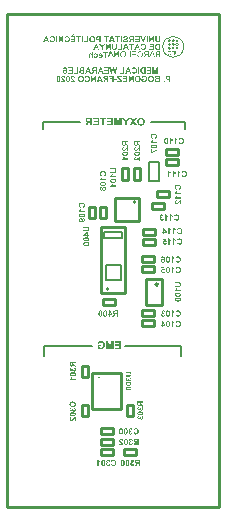
<source format=gbo>
G04*
G04 #@! TF.GenerationSoftware,Altium Limited,CircuitStudio,1.5.1 (13)*
G04*
G04 Layer_Color=32896*
%FSLAX25Y25*%
%MOIN*%
G70*
G01*
G75*
%ADD23C,0.01000*%
%ADD35C,0.00500*%
%ADD36C,0.00800*%
%ADD60C,0.00200*%
%ADD61C,0.00300*%
G36*
X99167Y170200D02*
X98784D01*
Y171541D01*
X97956Y170200D01*
X97542D01*
Y172248D01*
X97925D01*
Y170876D01*
X98766Y172248D01*
X99167D01*
Y170200D01*
D02*
G37*
G36*
X96567Y171061D02*
Y170200D01*
X96154D01*
Y171058D01*
X95402Y172248D01*
X95878D01*
X96349Y171436D01*
X96833Y172248D01*
X97315D01*
X96567Y171061D01*
D02*
G37*
G36*
X103386Y169782D02*
X103425Y169781D01*
X103463Y169776D01*
X103500Y169772D01*
X103571Y169757D01*
X103639Y169739D01*
X103702Y169717D01*
X103759Y169692D01*
X103813Y169667D01*
X103861Y169640D01*
X103904Y169612D01*
X103943Y169587D01*
X103975Y169562D01*
X104002Y169541D01*
X104024Y169522D01*
X104033Y169515D01*
X104039Y169507D01*
X104045Y169503D01*
X104049Y169498D01*
X104051Y169497D01*
X104052Y169495D01*
X104078Y169467D01*
X104101Y169439D01*
X104122Y169409D01*
X104143Y169378D01*
X104180Y169315D01*
X104211Y169250D01*
X104237Y169183D01*
X104260Y169116D01*
X104277Y169051D01*
X104292Y168988D01*
X104303Y168928D01*
X104311Y168874D01*
X104314Y168849D01*
X104317Y168825D01*
X104320Y168803D01*
X104322Y168782D01*
X104323Y168763D01*
X104325Y168746D01*
Y168732D01*
X104326Y168720D01*
Y168711D01*
Y168703D01*
Y168699D01*
Y168698D01*
X104325Y168647D01*
X104322Y168598D01*
X104316Y168551D01*
X104308Y168504D01*
X104300Y168459D01*
X104289Y168418D01*
X104279Y168378D01*
X104267Y168341D01*
X104257Y168307D01*
X104246Y168277D01*
X104236Y168251D01*
X104227Y168228D01*
X104220Y168209D01*
X104214Y168196D01*
X104211Y168188D01*
X104209Y168185D01*
X104186Y168141D01*
X104160Y168100D01*
X104134Y168061D01*
X104106Y168024D01*
X104078Y167990D01*
X104049Y167959D01*
X104020Y167931D01*
X103993Y167904D01*
X103967Y167882D01*
X103943Y167861D01*
X103921Y167845D01*
X103901Y167830D01*
X103887Y167820D01*
X103875Y167811D01*
X103867Y167807D01*
X103864Y167805D01*
X103822Y167780D01*
X103777Y167759D01*
X103731Y167740D01*
X103687Y167725D01*
X103644Y167712D01*
X103601Y167700D01*
X103560Y167691D01*
X103520Y167684D01*
X103484Y167678D01*
X103450Y167673D01*
X103420Y167670D01*
X103395Y167669D01*
X103375Y167667D01*
X103360Y167666D01*
X103346D01*
X103298Y167667D01*
X103249Y167672D01*
X103201Y167678D01*
X103157Y167685D01*
X103113Y167696D01*
X103073Y167706D01*
X103034Y167718D01*
X102997Y167730D01*
X102965Y167740D01*
X102936Y167752D01*
X102911Y167762D01*
X102889Y167772D01*
X102873Y167780D01*
X102859Y167786D01*
X102852Y167790D01*
X102849Y167792D01*
X102808Y167817D01*
X102768Y167844D01*
X102731Y167873D01*
X102695Y167903D01*
X102664Y167934D01*
X102635Y167965D01*
X102608Y167994D01*
X102584Y168024D01*
X102564Y168052D01*
X102544Y168079D01*
X102528Y168103D01*
X102516Y168123D01*
X102506Y168140D01*
X102498Y168153D01*
X102494Y168160D01*
X102492Y168163D01*
X102470Y168211D01*
X102451Y168258D01*
X102435Y168305D01*
X102420Y168354D01*
X102408Y168402D01*
X102398Y168447D01*
X102389Y168492D01*
X102383Y168535D01*
X102377Y168573D01*
X102373Y168610D01*
X102371Y168641D01*
X102368Y168668D01*
Y168690D01*
X102367Y168701D01*
Y168708D01*
Y168714D01*
Y168718D01*
Y168720D01*
Y168721D01*
X102368Y168777D01*
X102371Y168832D01*
X102377Y168886D01*
X102386Y168936D01*
X102395Y168985D01*
X102405Y169029D01*
X102416Y169072D01*
X102426Y169110D01*
X102438Y169146D01*
X102448Y169177D01*
X102458Y169205D01*
X102467Y169227D01*
X102475Y169247D01*
X102481Y169260D01*
X102485Y169267D01*
X102487Y169270D01*
X102510Y169315D01*
X102535Y169356D01*
X102564Y169395D01*
X102592Y169432D01*
X102620Y169466D01*
X102649Y169497D01*
X102678Y169525D01*
X102706Y169550D01*
X102732Y169572D01*
X102756Y169593D01*
X102778Y169609D01*
X102797Y169623D01*
X102812Y169634D01*
X102824Y169642D01*
X102831Y169646D01*
X102834Y169648D01*
X102877Y169671D01*
X102922Y169692D01*
X102966Y169711D01*
X103010Y169726D01*
X103053Y169739D01*
X103096Y169751D01*
X103138Y169760D01*
X103176Y169768D01*
X103212Y169772D01*
X103244Y169776D01*
X103274Y169779D01*
X103299Y169782D01*
X103318D01*
X103333Y169784D01*
X103346D01*
X103386Y169782D01*
D02*
G37*
G36*
X110085Y172281D02*
X110123Y172279D01*
X110199Y172271D01*
X110268Y172256D01*
X110335Y172238D01*
X110397Y172217D01*
X110453Y172192D01*
X110507Y172167D01*
X110554Y172140D01*
X110596Y172114D01*
X110633Y172089D01*
X110665Y172065D01*
X110692Y172043D01*
X110712Y172025D01*
X110727Y172010D01*
X110732Y172006D01*
X110736Y172001D01*
X110738Y172000D01*
X110739Y171998D01*
X110763Y171972D01*
X110785Y171943D01*
X110826Y171883D01*
X110860Y171821D01*
X110891Y171756D01*
X110917Y171689D01*
X110939Y171624D01*
X110955Y171559D01*
X110970Y171495D01*
X110980Y171436D01*
X110989Y171381D01*
X110992Y171356D01*
X110995Y171332D01*
X110997Y171310D01*
X110998Y171289D01*
X111000Y171270D01*
X111001Y171254D01*
Y171239D01*
X111003Y171227D01*
Y171218D01*
Y171211D01*
Y171206D01*
Y171205D01*
X111001Y171160D01*
X111000Y171116D01*
X110991Y171033D01*
X110979Y170955D01*
X110961Y170882D01*
X110942Y170814D01*
X110920Y170751D01*
X110896Y170694D01*
X110871Y170642D01*
X110847Y170597D01*
X110823Y170557D01*
X110812Y170539D01*
X110801Y170523D01*
X110791Y170508D01*
X110782Y170494D01*
X110773Y170483D01*
X110764Y170472D01*
X110758Y170463D01*
X110752Y170456D01*
X110746Y170450D01*
X110743Y170446D01*
X110740Y170444D01*
Y170443D01*
X110715Y170418D01*
X110690Y170394D01*
X110664Y170372D01*
X110637Y170351D01*
X110581Y170314D01*
X110526Y170281D01*
X110468Y170255D01*
X110413Y170233D01*
X110359Y170213D01*
X110307Y170200D01*
X110258Y170188D01*
X110214Y170179D01*
X110172Y170173D01*
X110154Y170170D01*
X110138Y170169D01*
X110123Y170167D01*
X110110Y170166D01*
X110098D01*
X110088Y170165D01*
X110070D01*
X110009Y170166D01*
X109952Y170172D01*
X109897Y170179D01*
X109847Y170190D01*
X109798Y170203D01*
X109753Y170216D01*
X109712Y170231D01*
X109675Y170246D01*
X109641Y170261D01*
X109611Y170275D01*
X109586Y170290D01*
X109565Y170302D01*
X109549Y170312D01*
X109537Y170320D01*
X109530Y170326D01*
X109527Y170327D01*
X109488Y170360D01*
X109451Y170395D01*
X109419Y170434D01*
X109388Y170474D01*
X109360Y170515D01*
X109335Y170557D01*
X109312Y170598D01*
X109293Y170638D01*
X109275Y170675D01*
X109260Y170711D01*
X109247Y170743D01*
X109237Y170771D01*
X109229Y170793D01*
X109227Y170804D01*
X109223Y170811D01*
X109222Y170817D01*
X109221Y170822D01*
X109219Y170825D01*
Y170826D01*
X109620Y170953D01*
X109631Y170912D01*
X109642Y170873D01*
X109656Y170839D01*
X109669Y170805D01*
X109682Y170776D01*
X109697Y170749D01*
X109712Y170724D01*
X109725Y170703D01*
X109739Y170684D01*
X109750Y170668D01*
X109762Y170653D01*
X109773Y170642D01*
X109780Y170634D01*
X109786Y170626D01*
X109790Y170623D01*
X109792Y170622D01*
X109814Y170604D01*
X109838Y170588D01*
X109861Y170574D01*
X109887Y170563D01*
X109910Y170552D01*
X109934Y170543D01*
X109956Y170536D01*
X109977Y170531D01*
X109998Y170527D01*
X110017Y170524D01*
X110033Y170521D01*
X110046Y170520D01*
X110058Y170518D01*
X110074D01*
X110116Y170520D01*
X110154Y170526D01*
X110191Y170533D01*
X110225Y170543D01*
X110258Y170557D01*
X110288Y170570D01*
X110314Y170585D01*
X110339Y170601D01*
X110362Y170616D01*
X110381Y170631D01*
X110399Y170644D01*
X110412Y170657D01*
X110422Y170668D01*
X110431Y170675D01*
X110436Y170681D01*
X110437Y170683D01*
X110462Y170717D01*
X110483Y170754D01*
X110502Y170795D01*
X110517Y170838D01*
X110530Y170884D01*
X110542Y170930D01*
X110551Y170975D01*
X110558Y171020D01*
X110564Y171063D01*
X110569Y171103D01*
X110572Y171140D01*
X110573Y171171D01*
X110575Y171186D01*
Y171197D01*
X110576Y171208D01*
Y171218D01*
Y171224D01*
Y171230D01*
Y171233D01*
Y171235D01*
X110575Y171301D01*
X110570Y171363D01*
X110563Y171420D01*
X110554Y171473D01*
X110544Y171520D01*
X110532Y171563D01*
X110519Y171603D01*
X110505Y171637D01*
X110493Y171668D01*
X110480Y171693D01*
X110468Y171715D01*
X110458Y171733D01*
X110449Y171747D01*
X110442Y171757D01*
X110437Y171763D01*
X110436Y171764D01*
X110407Y171794D01*
X110379Y171819D01*
X110348Y171840D01*
X110319Y171859D01*
X110288Y171875D01*
X110257Y171889D01*
X110227Y171899D01*
X110197Y171908D01*
X110171Y171915D01*
X110146Y171920D01*
X110123Y171924D01*
X110104Y171926D01*
X110089Y171927D01*
X110078Y171929D01*
X110067D01*
X110036Y171927D01*
X110008Y171924D01*
X109980Y171920D01*
X109953Y171914D01*
X109930Y171906D01*
X109906Y171899D01*
X109885Y171890D01*
X109864Y171883D01*
X109848Y171874D01*
X109832Y171865D01*
X109818Y171858D01*
X109808Y171850D01*
X109799Y171844D01*
X109792Y171840D01*
X109789Y171837D01*
X109787Y171835D01*
X109767Y171818D01*
X109747Y171798D01*
X109730Y171778D01*
X109715Y171757D01*
X109702Y171736D01*
X109688Y171715D01*
X109668Y171676D01*
X109660Y171658D01*
X109653Y171640D01*
X109647Y171625D01*
X109642Y171612D01*
X109639Y171600D01*
X109636Y171593D01*
X109635Y171587D01*
Y171585D01*
X109225Y171683D01*
X109238Y171727D01*
X109255Y171770D01*
X109271Y171809D01*
X109287Y171846D01*
X109305Y171878D01*
X109323Y171909D01*
X109340Y171938D01*
X109357Y171963D01*
X109373Y171985D01*
X109388Y172004D01*
X109401Y172022D01*
X109413Y172035D01*
X109422Y172046D01*
X109429Y172053D01*
X109434Y172057D01*
X109435Y172059D01*
X109481Y172099D01*
X109528Y172133D01*
X109579Y172162D01*
X109629Y172188D01*
X109681Y172210D01*
X109731Y172228D01*
X109782Y172242D01*
X109829Y172254D01*
X109873Y172263D01*
X109915Y172271D01*
X109950Y172275D01*
X109983Y172279D01*
X109996D01*
X110009Y172281D01*
X110020D01*
X110029Y172282D01*
X110045D01*
X110085Y172281D01*
D02*
G37*
G36*
X113632Y170200D02*
X112075D01*
Y170546D01*
X113219D01*
Y171101D01*
X112191D01*
Y171448D01*
X113219D01*
Y171902D01*
X112114D01*
Y172248D01*
X113632D01*
Y170200D01*
D02*
G37*
G36*
X115700D02*
X114882D01*
X114842Y170202D01*
X114805Y170204D01*
X114769Y170207D01*
X114736Y170210D01*
X114705Y170213D01*
X114679Y170218D01*
X114654Y170222D01*
X114631Y170225D01*
X114612Y170230D01*
X114594Y170233D01*
X114581Y170237D01*
X114571Y170238D01*
X114562Y170241D01*
X114557Y170243D01*
X114556D01*
X114522Y170255D01*
X114491Y170267D01*
X114461Y170280D01*
X114433Y170293D01*
X114408Y170307D01*
X114384Y170320D01*
X114362Y170333D01*
X114343Y170346D01*
X114325Y170358D01*
X114310Y170370D01*
X114297Y170379D01*
X114285Y170388D01*
X114278Y170395D01*
X114270Y170401D01*
X114267Y170404D01*
X114266Y170406D01*
X114239Y170432D01*
X114216Y170462D01*
X114193Y170492D01*
X114171Y170521D01*
X114152Y170552D01*
X114134Y170582D01*
X114118Y170611D01*
X114103Y170640D01*
X114090Y170666D01*
X114078Y170690D01*
X114069Y170712D01*
X114062Y170731D01*
X114054Y170746D01*
X114050Y170758D01*
X114048Y170765D01*
X114047Y170768D01*
X114035Y170804D01*
X114026Y170839D01*
X114010Y170913D01*
X113998Y170986D01*
X113995Y171021D01*
X113991Y171054D01*
X113989Y171085D01*
X113986Y171113D01*
X113985Y171140D01*
Y171160D01*
X113983Y171178D01*
Y171192D01*
Y171201D01*
Y171203D01*
Y171257D01*
X113986Y171307D01*
X113989Y171356D01*
X113994Y171400D01*
X113999Y171443D01*
X114005Y171483D01*
X114011Y171520D01*
X114017Y171554D01*
X114023Y171584D01*
X114029Y171610D01*
X114035Y171633D01*
X114041Y171652D01*
X114045Y171668D01*
X114048Y171678D01*
X114050Y171686D01*
X114051Y171687D01*
X114065Y171723D01*
X114079Y171758D01*
X114094Y171791D01*
X114111Y171822D01*
X114127Y171852D01*
X114143Y171878D01*
X114158Y171904D01*
X114174Y171927D01*
X114189Y171948D01*
X114202Y171966D01*
X114214Y171982D01*
X114226Y171995D01*
X114235Y172006D01*
X114241Y172013D01*
X114245Y172017D01*
X114247Y172019D01*
X114272Y172044D01*
X114297Y172066D01*
X114324Y172087D01*
X114349Y172106D01*
X114375Y172123D01*
X114401Y172139D01*
X114426Y172152D01*
X114449Y172165D01*
X114472Y172176D01*
X114492Y172185D01*
X114510Y172192D01*
X114526Y172198D01*
X114538Y172202D01*
X114549Y172205D01*
X114555Y172208D01*
X114556D01*
X114583Y172216D01*
X114611Y172222D01*
X114642Y172228D01*
X114673Y172232D01*
X114738Y172238D01*
X114769Y172241D01*
X114800Y172244D01*
X114830Y172245D01*
X114856Y172247D01*
X114882D01*
X114904Y172248D01*
X115700D01*
Y170200D01*
D02*
G37*
G36*
X101239Y171155D02*
Y171092D01*
X101237Y171033D01*
X101234Y170978D01*
X101233Y170928D01*
X101230Y170882D01*
X101226Y170839D01*
X101223Y170801D01*
X101218Y170767D01*
X101215Y170736D01*
X101212Y170709D01*
X101208Y170687D01*
X101205Y170668D01*
X101202Y170654D01*
X101200Y170644D01*
X101199Y170637D01*
Y170635D01*
X101186Y170591D01*
X101169Y170549D01*
X101150Y170511D01*
X101131Y170477D01*
X101122Y170462D01*
X101113Y170447D01*
X101104Y170435D01*
X101097Y170426D01*
X101092Y170418D01*
X101088Y170412D01*
X101085Y170409D01*
X101084Y170407D01*
X101048Y170369D01*
X101008Y170335D01*
X100968Y170304D01*
X100930Y170278D01*
X100912Y170268D01*
X100896Y170258D01*
X100881Y170250D01*
X100869Y170243D01*
X100859Y170238D01*
X100850Y170234D01*
X100845Y170233D01*
X100844Y170231D01*
X100814Y170219D01*
X100782Y170209D01*
X100746Y170200D01*
X100711Y170193D01*
X100637Y170181D01*
X100600Y170176D01*
X100564Y170173D01*
X100530Y170170D01*
X100499Y170167D01*
X100471Y170166D01*
X100447D01*
X100426Y170165D01*
X100398D01*
X100354Y170166D01*
X100311Y170167D01*
X100273Y170170D01*
X100234Y170175D01*
X100200Y170179D01*
X100167Y170184D01*
X100138Y170190D01*
X100110Y170196D01*
X100086Y170202D01*
X100065Y170207D01*
X100048Y170212D01*
X100031Y170216D01*
X100019Y170221D01*
X100012Y170224D01*
X100006Y170227D01*
X100005D01*
X99976Y170238D01*
X99951Y170252D01*
X99926Y170265D01*
X99904Y170278D01*
X99882Y170293D01*
X99862Y170307D01*
X99845Y170320D01*
X99828Y170333D01*
X99814Y170345D01*
X99800Y170357D01*
X99790Y170367D01*
X99781Y170375D01*
X99774Y170382D01*
X99769Y170388D01*
X99766Y170391D01*
X99765Y170392D01*
X99734Y170434D01*
X99707Y170477D01*
X99686Y170520D01*
X99669Y170561D01*
X99661Y170579D01*
X99655Y170597D01*
X99651Y170611D01*
X99648Y170625D01*
X99643Y170635D01*
X99642Y170642D01*
X99641Y170648D01*
Y170650D01*
X99635Y170681D01*
X99629Y170717D01*
X99624Y170755D01*
X99621Y170795D01*
X99617Y170838D01*
X99615Y170882D01*
X99612Y170925D01*
X99611Y170968D01*
X99609Y171008D01*
X99608Y171047D01*
Y171081D01*
X99607Y171112D01*
Y171124D01*
Y171135D01*
Y171146D01*
Y171155D01*
Y171162D01*
Y171166D01*
Y171169D01*
Y171171D01*
Y172248D01*
X100019D01*
Y171115D01*
Y171070D01*
X100021Y171030D01*
Y170992D01*
X100022Y170958D01*
X100024Y170925D01*
X100025Y170897D01*
X100027Y170872D01*
X100028Y170848D01*
X100031Y170829D01*
X100033Y170811D01*
X100034Y170798D01*
X100036Y170786D01*
X100037Y170777D01*
Y170770D01*
X100039Y170767D01*
Y170765D01*
X100043Y170746D01*
X100049Y170728D01*
X100062Y170694D01*
X100080Y170665D01*
X100099Y170638D01*
X100117Y170617D01*
X100132Y170603D01*
X100138Y170597D01*
X100142Y170592D01*
X100145Y170591D01*
X100147Y170589D01*
X100164Y170577D01*
X100184Y170566D01*
X100225Y170548D01*
X100269Y170536D01*
X100312Y170527D01*
X100333Y170524D01*
X100351Y170523D01*
X100369Y170520D01*
X100382D01*
X100395Y170518D01*
X100412D01*
X100443Y170520D01*
X100474Y170521D01*
X100500Y170526D01*
X100527Y170530D01*
X100552Y170536D01*
X100574Y170542D01*
X100595Y170549D01*
X100613Y170557D01*
X100631Y170563D01*
X100644Y170570D01*
X100657Y170576D01*
X100668Y170582D01*
X100675Y170586D01*
X100681Y170591D01*
X100684Y170592D01*
X100685Y170594D01*
X100703Y170608D01*
X100719Y170625D01*
X100734Y170641D01*
X100748Y170657D01*
X100768Y170690D01*
X100786Y170722D01*
X100798Y170751D01*
X100802Y170764D01*
X100805Y170774D01*
X100808Y170783D01*
X100810Y170789D01*
X100811Y170793D01*
Y170795D01*
X100814Y170811D01*
X100816Y170832D01*
X100819Y170856D01*
X100820Y170882D01*
X100822Y170909D01*
X100823Y170939D01*
X100824Y170996D01*
Y171024D01*
Y171051D01*
X100826Y171075D01*
Y171095D01*
Y171113D01*
Y171126D01*
Y171135D01*
Y171138D01*
Y172248D01*
X101239D01*
Y171155D01*
D02*
G37*
G36*
X114004Y167700D02*
X113718D01*
X113495Y168320D01*
X112635D01*
X112398Y167700D01*
X112090D01*
X112928Y169748D01*
X113218D01*
X114004Y167700D01*
D02*
G37*
G36*
X115700D02*
X114884D01*
X114849Y167701D01*
X114816Y167703D01*
X114785Y167706D01*
X114757Y167707D01*
X114729Y167710D01*
X114704Y167713D01*
X114682Y167718D01*
X114661Y167721D01*
X114643Y167724D01*
X114627Y167727D01*
X114614Y167728D01*
X114603Y167731D01*
X114596Y167733D01*
X114592Y167734D01*
X114590D01*
X114541Y167749D01*
X114498Y167764D01*
X114460Y167781D01*
X114444Y167789D01*
X114427Y167798D01*
X114414Y167805D01*
X114402Y167813D01*
X114392Y167818D01*
X114383Y167824D01*
X114375Y167829D01*
X114371Y167832D01*
X114368Y167835D01*
X114366D01*
X114334Y167861D01*
X114306Y167892D01*
X114281Y167923D01*
X114259Y167955D01*
X114241Y167981D01*
X114233Y167993D01*
X114227Y168003D01*
X114223Y168012D01*
X114220Y168018D01*
X114217Y168023D01*
Y168024D01*
X114196Y168071D01*
X114181Y168119D01*
X114170Y168165D01*
X114162Y168206D01*
X114159Y168224D01*
X114158Y168242D01*
X114156Y168256D01*
Y168268D01*
X114155Y168279D01*
Y168288D01*
Y168292D01*
Y168293D01*
X114156Y168326D01*
X114159Y168357D01*
X114164Y168388D01*
X114171Y168416D01*
X114179Y168444D01*
X114186Y168470D01*
X114196Y168493D01*
X114205Y168516D01*
X114214Y168535D01*
X114223Y168552D01*
X114232Y168567D01*
X114239Y168579D01*
X114247Y168589D01*
X114251Y168597D01*
X114254Y168601D01*
X114255Y168603D01*
X114275Y168626D01*
X114295Y168649D01*
X114319Y168669D01*
X114341Y168687D01*
X114365Y168705D01*
X114389Y168720D01*
X114412Y168733D01*
X114436Y168745D01*
X114457Y168757D01*
X114478Y168766D01*
X114495Y168773D01*
X114510Y168779D01*
X114523Y168783D01*
X114532Y168786D01*
X114540Y168789D01*
X114541D01*
X114515Y168803D01*
X114491Y168817D01*
X114469Y168832D01*
X114446Y168849D01*
X114427Y168865D01*
X114409Y168880D01*
X114395Y168894D01*
X114380Y168909D01*
X114368Y168922D01*
X114356Y168936D01*
X114347Y168946D01*
X114340Y168956D01*
X114334Y168965D01*
X114330Y168971D01*
X114328Y168974D01*
X114327Y168976D01*
X114313Y168998D01*
X114303Y169020D01*
X114293Y169041D01*
X114285Y169063D01*
X114272Y169105D01*
X114263Y169143D01*
X114260Y169159D01*
X114259Y169176D01*
X114255Y169189D01*
Y169201D01*
X114254Y169210D01*
Y169217D01*
Y169221D01*
Y169223D01*
X114255Y169250D01*
X114257Y169275D01*
X114267Y169325D01*
X114279Y169371D01*
X114287Y169392D01*
X114294Y169412D01*
X114303Y169430D01*
X114310Y169445D01*
X114316Y169460D01*
X114322Y169472D01*
X114328Y169480D01*
X114332Y169488D01*
X114334Y169492D01*
X114335Y169494D01*
X114352Y169517D01*
X114368Y169540D01*
X114386Y169559D01*
X114403Y169578D01*
X114423Y169596D01*
X114441Y169611D01*
X114458Y169625D01*
X114476Y169637D01*
X114492Y169649D01*
X114509Y169658D01*
X114522Y169667D01*
X114534Y169673D01*
X114544Y169679D01*
X114551Y169682D01*
X114556Y169685D01*
X114557D01*
X114584Y169696D01*
X114614Y169705D01*
X114676Y169722D01*
X114738Y169734D01*
X114769Y169737D01*
X114799Y169741D01*
X114825Y169742D01*
X114852Y169745D01*
X114874Y169747D01*
X114895D01*
X114911Y169748D01*
X115700D01*
Y167700D01*
D02*
G37*
G36*
X108970Y169782D02*
X109019Y169778D01*
X109067Y169772D01*
X109113Y169765D01*
X109155Y169756D01*
X109197Y169744D01*
X109235Y169734D01*
X109271Y169722D01*
X109302Y169710D01*
X109332Y169700D01*
X109357Y169689D01*
X109377Y169679D01*
X109395Y169671D01*
X109407Y169665D01*
X109414Y169661D01*
X109417Y169659D01*
X109459Y169634D01*
X109497Y169608D01*
X109533Y169580D01*
X109567Y169550D01*
X109598Y169520D01*
X109626Y169491D01*
X109653Y169460D01*
X109675Y169432D01*
X109696Y169405D01*
X109715Y169378D01*
X109730Y169356D01*
X109743Y169337D01*
X109752Y169319D01*
X109759Y169307D01*
X109764Y169300D01*
X109765Y169297D01*
X109786Y169251D01*
X109805Y169205D01*
X109821Y169158D01*
X109835Y169110D01*
X109847Y169063D01*
X109857Y169016D01*
X109864Y168971D01*
X109872Y168930D01*
X109876Y168890D01*
X109881Y168853D01*
X109882Y168820D01*
X109885Y168792D01*
Y168770D01*
X109887Y168761D01*
Y168754D01*
Y168748D01*
Y168743D01*
Y168740D01*
Y168739D01*
X109885Y168684D01*
X109882Y168631D01*
X109876Y168579D01*
X109870Y168530D01*
X109861Y168481D01*
X109853Y168437D01*
X109842Y168394D01*
X109832Y168354D01*
X109823Y168319D01*
X109813Y168286D01*
X109804Y168258D01*
X109795Y168234D01*
X109789Y168215D01*
X109783Y168202D01*
X109780Y168193D01*
X109778Y168191D01*
Y168190D01*
X109758Y168144D01*
X109734Y168100D01*
X109709Y168060D01*
X109684Y168021D01*
X109657Y167987D01*
X109631Y167955D01*
X109605Y167926D01*
X109580Y167900D01*
X109556Y167876D01*
X109534Y167857D01*
X109515Y167839D01*
X109497Y167826D01*
X109483Y167815D01*
X109472Y167807D01*
X109466Y167802D01*
X109463Y167801D01*
X109423Y167777D01*
X109380Y167756D01*
X109336Y167738D01*
X109292Y167722D01*
X109247Y167710D01*
X109201Y167699D01*
X109158Y167690D01*
X109116Y167682D01*
X109077Y167678D01*
X109040Y167673D01*
X109007Y167670D01*
X108979Y167667D01*
X108957D01*
X108947Y167666D01*
X108925D01*
X108865Y167667D01*
X108809Y167673D01*
X108756Y167682D01*
X108704Y167693D01*
X108657Y167706D01*
X108612Y167721D01*
X108571Y167737D01*
X108534Y167753D01*
X108500Y167770D01*
X108470Y167786D01*
X108444Y167801D01*
X108423Y167814D01*
X108405Y167824D01*
X108393Y167833D01*
X108386Y167839D01*
X108383Y167841D01*
X108343Y167876D01*
X108306Y167913D01*
X108272Y167953D01*
X108241Y167994D01*
X108213Y168037D01*
X108187Y168079D01*
X108165Y168120D01*
X108146Y168162D01*
X108128Y168200D01*
X108114Y168236D01*
X108102Y168267D01*
X108091Y168295D01*
X108084Y168317D01*
X108081Y168327D01*
X108080Y168335D01*
X108078Y168341D01*
X108077Y168345D01*
X108075Y168348D01*
Y168350D01*
X108346Y168418D01*
X108358Y168370D01*
X108371Y168327D01*
X108386Y168286D01*
X108404Y168249D01*
X108420Y168214D01*
X108439Y168181D01*
X108457Y168153D01*
X108475Y168126D01*
X108491Y168104D01*
X108507Y168083D01*
X108522Y168067D01*
X108535Y168054D01*
X108546Y168042D01*
X108553Y168035D01*
X108559Y168030D01*
X108561Y168029D01*
X108592Y168006D01*
X108623Y167986D01*
X108655Y167968D01*
X108688Y167953D01*
X108720Y167941D01*
X108753Y167931D01*
X108784Y167922D01*
X108814Y167915D01*
X108840Y167909D01*
X108867Y167906D01*
X108889Y167903D01*
X108908Y167900D01*
X108925D01*
X108936Y167898D01*
X108947D01*
X108981Y167900D01*
X109015Y167903D01*
X109047Y167907D01*
X109080Y167913D01*
X109110Y167920D01*
X109139Y167929D01*
X109166Y167937D01*
X109191Y167947D01*
X109213Y167956D01*
X109234Y167963D01*
X109252Y167972D01*
X109266Y167980D01*
X109278Y167986D01*
X109287Y167990D01*
X109293Y167993D01*
X109295Y167994D01*
X109324Y168014D01*
X109351Y168035D01*
X109376Y168057D01*
X109400Y168080D01*
X109420Y168104D01*
X109440Y168129D01*
X109457Y168153D01*
X109474Y168175D01*
X109487Y168197D01*
X109499Y168218D01*
X109509Y168237D01*
X109517Y168254D01*
X109524Y168267D01*
X109528Y168276D01*
X109530Y168283D01*
X109531Y168285D01*
X109545Y168322D01*
X109556Y168360D01*
X109567Y168399D01*
X109574Y168438D01*
X109589Y168514D01*
X109593Y168551D01*
X109598Y168587D01*
X109601Y168618D01*
X109602Y168647D01*
X109604Y168674D01*
X109605Y168696D01*
X109607Y168715D01*
Y168729D01*
Y168737D01*
Y168740D01*
X109605Y168779D01*
X109604Y168816D01*
X109597Y168887D01*
X109592Y168921D01*
X109586Y168954D01*
X109580Y168985D01*
X109574Y169013D01*
X109568Y169039D01*
X109564Y169063D01*
X109558Y169084D01*
X109554Y169102D01*
X109549Y169115D01*
X109546Y169125D01*
X109543Y169133D01*
Y169134D01*
X109530Y169170D01*
X109515Y169202D01*
X109499Y169233D01*
X109481Y169261D01*
X109463Y169290D01*
X109446Y169315D01*
X109426Y169337D01*
X109408Y169358D01*
X109391Y169375D01*
X109374Y169392D01*
X109360Y169405D01*
X109346Y169417D01*
X109336Y169426D01*
X109329Y169433D01*
X109323Y169436D01*
X109321Y169438D01*
X109290Y169458D01*
X109258Y169474D01*
X109225Y169491D01*
X109192Y169504D01*
X109158Y169515D01*
X109126Y169523D01*
X109095Y169531D01*
X109064Y169537D01*
X109036Y169543D01*
X109009Y169546D01*
X108985Y169548D01*
X108965Y169550D01*
X108948Y169552D01*
X108926D01*
X108888Y169550D01*
X108852Y169547D01*
X108818Y169543D01*
X108785Y169535D01*
X108756Y169528D01*
X108728Y169519D01*
X108703Y169510D01*
X108679Y169501D01*
X108658Y169491D01*
X108639Y169482D01*
X108623Y169473D01*
X108609Y169466D01*
X108599Y169458D01*
X108592Y169454D01*
X108587Y169451D01*
X108586Y169449D01*
X108561Y169429D01*
X108537Y169406D01*
X108516Y169381D01*
X108495Y169356D01*
X108476Y169328D01*
X108460Y169301D01*
X108444Y169275D01*
X108430Y169248D01*
X108418Y169223D01*
X108407Y169199D01*
X108398Y169178D01*
X108390Y169161D01*
X108384Y169144D01*
X108380Y169134D01*
X108378Y169127D01*
X108377Y169124D01*
X108111Y169186D01*
X108127Y169238D01*
X108148Y169287D01*
X108168Y169332D01*
X108192Y169375D01*
X108216Y169414D01*
X108239Y169451D01*
X108265Y169483D01*
X108288Y169513D01*
X108312Y169540D01*
X108333Y169562D01*
X108352Y169583D01*
X108370Y169597D01*
X108383Y169611D01*
X108395Y169620D01*
X108401Y169625D01*
X108404Y169627D01*
X108444Y169655D01*
X108485Y169679D01*
X108529Y169700D01*
X108572Y169717D01*
X108615Y169734D01*
X108658Y169745D01*
X108700Y169756D01*
X108740Y169765D01*
X108778Y169771D01*
X108812Y169775D01*
X108842Y169779D01*
X108868Y169781D01*
X108890Y169782D01*
X108899Y169784D01*
X108920D01*
X108970Y169782D01*
D02*
G37*
G36*
X111870Y167700D02*
X111599D01*
Y168610D01*
X111248D01*
X111217Y168609D01*
X111190Y168607D01*
X111170Y168606D01*
X111155Y168603D01*
X111143Y168601D01*
X111136Y168600D01*
X111134D01*
X111110Y168592D01*
X111088Y168585D01*
X111068Y168575D01*
X111050Y168566D01*
X111034Y168558D01*
X111022Y168551D01*
X111014Y168547D01*
X111011Y168545D01*
X110988Y168529D01*
X110964Y168508D01*
X110942Y168484D01*
X110920Y168462D01*
X110902Y168441D01*
X110887Y168424D01*
X110881Y168416D01*
X110877Y168412D01*
X110875Y168409D01*
X110874Y168407D01*
X110859Y168388D01*
X110843Y168368D01*
X110810Y168323D01*
X110777Y168276D01*
X110746Y168230D01*
X110733Y168209D01*
X110720Y168190D01*
X110708Y168172D01*
X110698Y168156D01*
X110690Y168144D01*
X110684Y168134D01*
X110680Y168128D01*
X110678Y168126D01*
X110407Y167700D01*
X110069D01*
X110422Y168256D01*
X110462Y168316D01*
X110483Y168342D01*
X110502Y168369D01*
X110521Y168393D01*
X110541Y168415D01*
X110558Y168436D01*
X110575Y168455D01*
X110590Y168473D01*
X110604Y168487D01*
X110616Y168499D01*
X110627Y168511D01*
X110635Y168518D01*
X110641Y168526D01*
X110646Y168529D01*
X110647Y168530D01*
X110671Y168550D01*
X110696Y168567D01*
X110723Y168585D01*
X110749Y168600D01*
X110773Y168613D01*
X110783Y168619D01*
X110792Y168623D01*
X110800Y168628D01*
X110806Y168629D01*
X110809Y168632D01*
X110810D01*
X110757Y168641D01*
X110706Y168652D01*
X110661Y168665D01*
X110618Y168678D01*
X110579Y168695D01*
X110542Y168709D01*
X110511Y168726D01*
X110482Y168742D01*
X110456Y168758D01*
X110436Y168773D01*
X110416Y168786D01*
X110402Y168798D01*
X110390Y168808D01*
X110381Y168816D01*
X110376Y168820D01*
X110375Y168822D01*
X110350Y168850D01*
X110328Y168881D01*
X110308Y168911D01*
X110292Y168942D01*
X110279Y168973D01*
X110267Y169004D01*
X110258Y169034D01*
X110251Y169062D01*
X110245Y169088D01*
X110240Y169112D01*
X110237Y169134D01*
X110234Y169152D01*
Y169168D01*
X110233Y169180D01*
Y169186D01*
Y169189D01*
X110234Y169220D01*
X110236Y169251D01*
X110240Y169281D01*
X110246Y169309D01*
X110252Y169335D01*
X110259Y169361D01*
X110268Y169384D01*
X110276Y169406D01*
X110283Y169426D01*
X110292Y169443D01*
X110300Y169460D01*
X110305Y169473D01*
X110311Y169483D01*
X110314Y169491D01*
X110317Y169495D01*
X110319Y169497D01*
X110335Y169522D01*
X110353Y169546D01*
X110372Y169566D01*
X110390Y169587D01*
X110409Y169605D01*
X110428Y169621D01*
X110448Y169634D01*
X110465Y169648D01*
X110482Y169658D01*
X110498Y169667D01*
X110511Y169676D01*
X110523Y169682D01*
X110533Y169686D01*
X110541Y169689D01*
X110545Y169692D01*
X110547D01*
X110575Y169702D01*
X110606Y169711D01*
X110638Y169719D01*
X110671Y169725D01*
X110740Y169735D01*
X110775Y169738D01*
X110807Y169741D01*
X110840Y169744D01*
X110868Y169745D01*
X110894Y169747D01*
X110918D01*
X110936Y169748D01*
X111870D01*
Y167700D01*
D02*
G37*
G36*
X100173D02*
X99888D01*
X99664Y168320D01*
X98804D01*
X98567Y167700D01*
X98260D01*
X99097Y169748D01*
X99387D01*
X100173Y167700D01*
D02*
G37*
G36*
X105845D02*
X104566D01*
Y167941D01*
X105574D01*
Y169748D01*
X105845D01*
Y167700D01*
D02*
G37*
G36*
X107736D02*
X106209D01*
Y167941D01*
X107465D01*
Y168638D01*
X106333D01*
Y168880D01*
X107465D01*
Y169507D01*
X106256D01*
Y169748D01*
X107736D01*
Y167700D01*
D02*
G37*
G36*
X109073Y170200D02*
X108634D01*
X108466Y170665D01*
X107646D01*
X107468Y170200D01*
X107018D01*
X107838Y172248D01*
X108278D01*
X109073Y170200D01*
D02*
G37*
G36*
X84653Y174781D02*
X84691Y174779D01*
X84767Y174770D01*
X84836Y174756D01*
X84903Y174738D01*
X84965Y174717D01*
X85021Y174692D01*
X85074Y174667D01*
X85122Y174640D01*
X85163Y174614D01*
X85200Y174589D01*
X85233Y174565D01*
X85259Y174543D01*
X85280Y174525D01*
X85295Y174510D01*
X85299Y174506D01*
X85304Y174501D01*
X85305Y174500D01*
X85307Y174498D01*
X85330Y174472D01*
X85353Y174443D01*
X85394Y174383D01*
X85428Y174321D01*
X85459Y174256D01*
X85484Y174189D01*
X85506Y174124D01*
X85523Y174059D01*
X85538Y173995D01*
X85548Y173936D01*
X85557Y173881D01*
X85560Y173856D01*
X85563Y173832D01*
X85564Y173810D01*
X85566Y173789D01*
X85567Y173770D01*
X85569Y173754D01*
Y173739D01*
X85570Y173727D01*
Y173718D01*
Y173711D01*
Y173706D01*
Y173705D01*
X85569Y173661D01*
X85567Y173616D01*
X85558Y173533D01*
X85546Y173455D01*
X85529Y173382D01*
X85510Y173314D01*
X85487Y173251D01*
X85464Y173194D01*
X85438Y173143D01*
X85415Y173097D01*
X85391Y173057D01*
X85379Y173039D01*
X85369Y173023D01*
X85359Y173008D01*
X85350Y172994D01*
X85341Y172983D01*
X85332Y172972D01*
X85326Y172963D01*
X85320Y172956D01*
X85314Y172950D01*
X85311Y172946D01*
X85308Y172944D01*
Y172943D01*
X85283Y172918D01*
X85258Y172894D01*
X85231Y172872D01*
X85205Y172851D01*
X85148Y172814D01*
X85094Y172781D01*
X85036Y172755D01*
X84981Y172733D01*
X84926Y172713D01*
X84875Y172700D01*
X84826Y172688D01*
X84781Y172679D01*
X84740Y172673D01*
X84722Y172670D01*
X84706Y172669D01*
X84691Y172667D01*
X84678Y172666D01*
X84666D01*
X84655Y172664D01*
X84638D01*
X84577Y172666D01*
X84519Y172672D01*
X84465Y172679D01*
X84414Y172690D01*
X84365Y172703D01*
X84321Y172716D01*
X84280Y172731D01*
X84243Y172746D01*
X84209Y172761D01*
X84179Y172775D01*
X84154Y172790D01*
X84133Y172802D01*
X84117Y172812D01*
X84105Y172820D01*
X84098Y172826D01*
X84095Y172827D01*
X84056Y172860D01*
X84019Y172895D01*
X83987Y172934D01*
X83956Y172974D01*
X83927Y173015D01*
X83902Y173057D01*
X83880Y173098D01*
X83861Y173138D01*
X83843Y173175D01*
X83828Y173211D01*
X83815Y173243D01*
X83805Y173271D01*
X83797Y173293D01*
X83794Y173304D01*
X83791Y173311D01*
X83790Y173317D01*
X83788Y173322D01*
X83787Y173325D01*
Y173326D01*
X84188Y173453D01*
X84198Y173412D01*
X84210Y173373D01*
X84223Y173339D01*
X84237Y173305D01*
X84250Y173276D01*
X84265Y173249D01*
X84280Y173224D01*
X84293Y173203D01*
X84306Y173184D01*
X84318Y173168D01*
X84330Y173153D01*
X84340Y173143D01*
X84348Y173134D01*
X84354Y173126D01*
X84358Y173123D01*
X84360Y173122D01*
X84382Y173104D01*
X84405Y173088D01*
X84429Y173074D01*
X84454Y173063D01*
X84478Y173052D01*
X84502Y173043D01*
X84524Y173036D01*
X84544Y173031D01*
X84565Y173027D01*
X84584Y173024D01*
X84601Y173021D01*
X84614Y173020D01*
X84626Y173018D01*
X84642D01*
X84684Y173020D01*
X84722Y173026D01*
X84759Y173033D01*
X84793Y173043D01*
X84826Y173057D01*
X84855Y173070D01*
X84882Y173085D01*
X84907Y173101D01*
X84929Y173116D01*
X84949Y173131D01*
X84966Y173144D01*
X84980Y173157D01*
X84990Y173168D01*
X84999Y173175D01*
X85003Y173181D01*
X85005Y173182D01*
X85030Y173216D01*
X85051Y173254D01*
X85070Y173295D01*
X85085Y173338D01*
X85098Y173384D01*
X85110Y173430D01*
X85119Y173476D01*
X85126Y173520D01*
X85132Y173563D01*
X85136Y173603D01*
X85140Y173640D01*
X85141Y173671D01*
X85142Y173686D01*
Y173697D01*
X85144Y173708D01*
Y173718D01*
Y173724D01*
Y173730D01*
Y173733D01*
Y173734D01*
X85142Y173801D01*
X85138Y173863D01*
X85131Y173919D01*
X85122Y173973D01*
X85111Y174020D01*
X85100Y174063D01*
X85086Y174103D01*
X85073Y174137D01*
X85061Y174168D01*
X85048Y174193D01*
X85036Y174215D01*
X85026Y174233D01*
X85017Y174247D01*
X85009Y174257D01*
X85005Y174263D01*
X85003Y174264D01*
X84975Y174294D01*
X84947Y174319D01*
X84916Y174340D01*
X84886Y174359D01*
X84855Y174375D01*
X84824Y174389D01*
X84795Y174399D01*
X84765Y174408D01*
X84738Y174415D01*
X84713Y174420D01*
X84691Y174424D01*
X84672Y174426D01*
X84657Y174427D01*
X84645Y174429D01*
X84635D01*
X84604Y174427D01*
X84576Y174424D01*
X84548Y174420D01*
X84521Y174414D01*
X84497Y174406D01*
X84474Y174399D01*
X84453Y174390D01*
X84432Y174383D01*
X84416Y174374D01*
X84399Y174365D01*
X84386Y174358D01*
X84376Y174350D01*
X84367Y174344D01*
X84360Y174340D01*
X84357Y174337D01*
X84355Y174335D01*
X84334Y174318D01*
X84315Y174298D01*
X84297Y174278D01*
X84283Y174257D01*
X84269Y174236D01*
X84256Y174215D01*
X84235Y174176D01*
X84228Y174158D01*
X84220Y174140D01*
X84215Y174125D01*
X84210Y174112D01*
X84207Y174100D01*
X84204Y174093D01*
X84203Y174087D01*
Y174085D01*
X83793Y174183D01*
X83806Y174227D01*
X83822Y174270D01*
X83839Y174309D01*
X83855Y174346D01*
X83873Y174378D01*
X83890Y174409D01*
X83908Y174437D01*
X83924Y174463D01*
X83941Y174485D01*
X83956Y174504D01*
X83969Y174522D01*
X83981Y174535D01*
X83990Y174546D01*
X83997Y174553D01*
X84001Y174557D01*
X84003Y174559D01*
X84049Y174599D01*
X84096Y174633D01*
X84146Y174662D01*
X84197Y174688D01*
X84249Y174710D01*
X84299Y174728D01*
X84349Y174742D01*
X84396Y174754D01*
X84441Y174763D01*
X84482Y174770D01*
X84518Y174775D01*
X84550Y174779D01*
X84564D01*
X84577Y174781D01*
X84587D01*
X84596Y174782D01*
X84613D01*
X84653Y174781D01*
D02*
G37*
G36*
X115700Y173655D02*
Y173592D01*
X115699Y173533D01*
X115696Y173478D01*
X115694Y173428D01*
X115691Y173382D01*
X115687Y173339D01*
X115684Y173301D01*
X115679Y173267D01*
X115676Y173236D01*
X115673Y173209D01*
X115669Y173187D01*
X115666Y173168D01*
X115663Y173154D01*
X115662Y173144D01*
X115660Y173137D01*
Y173135D01*
X115647Y173091D01*
X115630Y173049D01*
X115611Y173011D01*
X115592Y172977D01*
X115583Y172962D01*
X115574Y172947D01*
X115565Y172935D01*
X115558Y172926D01*
X115553Y172918D01*
X115549Y172912D01*
X115546Y172909D01*
X115545Y172907D01*
X115509Y172869D01*
X115469Y172835D01*
X115429Y172804D01*
X115391Y172778D01*
X115373Y172768D01*
X115357Y172758D01*
X115342Y172750D01*
X115330Y172743D01*
X115320Y172739D01*
X115311Y172734D01*
X115306Y172733D01*
X115305Y172731D01*
X115275Y172719D01*
X115243Y172709D01*
X115207Y172700D01*
X115172Y172693D01*
X115098Y172681D01*
X115061Y172676D01*
X115025Y172673D01*
X114991Y172670D01*
X114960Y172667D01*
X114932Y172666D01*
X114908D01*
X114887Y172664D01*
X114859D01*
X114815Y172666D01*
X114772Y172667D01*
X114734Y172670D01*
X114695Y172675D01*
X114661Y172679D01*
X114629Y172684D01*
X114599Y172690D01*
X114571Y172696D01*
X114547Y172702D01*
X114526Y172707D01*
X114509Y172712D01*
X114492Y172716D01*
X114480Y172721D01*
X114473Y172724D01*
X114467Y172727D01*
X114466D01*
X114438Y172739D01*
X114412Y172752D01*
X114387Y172765D01*
X114365Y172778D01*
X114343Y172793D01*
X114324Y172807D01*
X114306Y172820D01*
X114290Y172833D01*
X114275Y172845D01*
X114261Y172857D01*
X114251Y172867D01*
X114242Y172875D01*
X114235Y172882D01*
X114230Y172888D01*
X114227Y172891D01*
X114226Y172892D01*
X114195Y172934D01*
X114168Y172977D01*
X114147Y173020D01*
X114130Y173061D01*
X114122Y173079D01*
X114116Y173097D01*
X114112Y173111D01*
X114109Y173125D01*
X114105Y173135D01*
X114103Y173143D01*
X114102Y173148D01*
Y173150D01*
X114096Y173181D01*
X114090Y173216D01*
X114085Y173255D01*
X114082Y173295D01*
X114078Y173338D01*
X114076Y173382D01*
X114074Y173425D01*
X114072Y173468D01*
X114070Y173508D01*
X114069Y173547D01*
Y173581D01*
X114068Y173612D01*
Y173624D01*
Y173635D01*
Y173646D01*
Y173655D01*
Y173662D01*
Y173666D01*
Y173669D01*
Y173671D01*
Y174748D01*
X114480D01*
Y173615D01*
Y173570D01*
X114482Y173530D01*
Y173492D01*
X114483Y173458D01*
X114485Y173425D01*
X114486Y173397D01*
X114488Y173372D01*
X114489Y173348D01*
X114492Y173329D01*
X114494Y173311D01*
X114495Y173298D01*
X114497Y173286D01*
X114498Y173277D01*
Y173270D01*
X114500Y173267D01*
Y173265D01*
X114504Y173246D01*
X114510Y173228D01*
X114523Y173194D01*
X114541Y173165D01*
X114560Y173138D01*
X114578Y173117D01*
X114593Y173103D01*
X114599Y173097D01*
X114603Y173092D01*
X114606Y173091D01*
X114608Y173089D01*
X114626Y173077D01*
X114645Y173066D01*
X114686Y173048D01*
X114731Y173036D01*
X114773Y173027D01*
X114794Y173024D01*
X114812Y173023D01*
X114830Y173020D01*
X114843D01*
X114856Y173018D01*
X114873D01*
X114904Y173020D01*
X114935Y173021D01*
X114962Y173026D01*
X114988Y173030D01*
X115013Y173036D01*
X115035Y173042D01*
X115056Y173049D01*
X115074Y173057D01*
X115092Y173063D01*
X115105Y173070D01*
X115118Y173076D01*
X115129Y173082D01*
X115136Y173086D01*
X115142Y173091D01*
X115145Y173092D01*
X115147Y173094D01*
X115164Y173108D01*
X115181Y173125D01*
X115195Y173141D01*
X115209Y173157D01*
X115229Y173190D01*
X115247Y173222D01*
X115259Y173251D01*
X115263Y173264D01*
X115266Y173274D01*
X115269Y173283D01*
X115271Y173289D01*
X115272Y173293D01*
Y173295D01*
X115275Y173311D01*
X115277Y173332D01*
X115280Y173356D01*
X115281Y173382D01*
X115283Y173409D01*
X115284Y173439D01*
X115286Y173496D01*
Y173524D01*
Y173551D01*
X115287Y173575D01*
Y173595D01*
Y173613D01*
Y173626D01*
Y173635D01*
Y173638D01*
Y174748D01*
X115700D01*
Y173655D01*
D02*
G37*
G36*
X110248Y172700D02*
X109802D01*
X109073Y174748D01*
X109512D01*
X110012Y173233D01*
X110532Y174748D01*
X110979D01*
X110248Y172700D01*
D02*
G37*
G36*
X79726Y174781D02*
X79764Y174779D01*
X79840Y174770D01*
X79909Y174756D01*
X79976Y174738D01*
X80038Y174717D01*
X80094Y174692D01*
X80147Y174667D01*
X80195Y174640D01*
X80236Y174614D01*
X80273Y174589D01*
X80306Y174565D01*
X80332Y174543D01*
X80353Y174525D01*
X80368Y174510D01*
X80372Y174506D01*
X80377Y174501D01*
X80378Y174500D01*
X80380Y174498D01*
X80404Y174472D01*
X80426Y174443D01*
X80467Y174383D01*
X80501Y174321D01*
X80532Y174256D01*
X80557Y174189D01*
X80580Y174124D01*
X80596Y174059D01*
X80611Y173995D01*
X80621Y173936D01*
X80630Y173881D01*
X80633Y173856D01*
X80636Y173832D01*
X80637Y173810D01*
X80639Y173789D01*
X80640Y173770D01*
X80642Y173754D01*
Y173739D01*
X80643Y173727D01*
Y173718D01*
Y173711D01*
Y173706D01*
Y173705D01*
X80642Y173661D01*
X80640Y173616D01*
X80631Y173533D01*
X80620Y173455D01*
X80602Y173382D01*
X80583Y173314D01*
X80560Y173251D01*
X80537Y173194D01*
X80511Y173143D01*
X80488Y173097D01*
X80464Y173057D01*
X80452Y173039D01*
X80442Y173023D01*
X80432Y173008D01*
X80423Y172994D01*
X80414Y172983D01*
X80405Y172972D01*
X80399Y172963D01*
X80393Y172956D01*
X80387Y172950D01*
X80384Y172946D01*
X80381Y172944D01*
Y172943D01*
X80356Y172918D01*
X80331Y172894D01*
X80304Y172872D01*
X80278Y172851D01*
X80221Y172814D01*
X80167Y172781D01*
X80109Y172755D01*
X80054Y172733D01*
X79999Y172713D01*
X79948Y172700D01*
X79899Y172688D01*
X79854Y172679D01*
X79813Y172673D01*
X79795Y172670D01*
X79779Y172669D01*
X79764Y172667D01*
X79751Y172666D01*
X79739D01*
X79729Y172664D01*
X79711D01*
X79650Y172666D01*
X79592Y172672D01*
X79538Y172679D01*
X79487Y172690D01*
X79439Y172703D01*
X79394Y172716D01*
X79353Y172731D01*
X79316Y172746D01*
X79282Y172761D01*
X79252Y172775D01*
X79227Y172790D01*
X79206Y172802D01*
X79190Y172812D01*
X79178Y172820D01*
X79171Y172826D01*
X79168Y172827D01*
X79129Y172860D01*
X79092Y172895D01*
X79060Y172934D01*
X79029Y172974D01*
X79000Y173015D01*
X78975Y173057D01*
X78953Y173098D01*
X78934Y173138D01*
X78916Y173175D01*
X78901Y173211D01*
X78888Y173243D01*
X78878Y173271D01*
X78870Y173293D01*
X78867Y173304D01*
X78864Y173311D01*
X78863Y173317D01*
X78861Y173322D01*
X78860Y173325D01*
Y173326D01*
X79261Y173453D01*
X79271Y173412D01*
X79283Y173373D01*
X79296Y173339D01*
X79310Y173305D01*
X79323Y173276D01*
X79338Y173249D01*
X79353Y173224D01*
X79366Y173203D01*
X79379Y173184D01*
X79391Y173168D01*
X79403Y173153D01*
X79413Y173143D01*
X79421Y173134D01*
X79427Y173126D01*
X79431Y173123D01*
X79433Y173122D01*
X79455Y173104D01*
X79479Y173088D01*
X79502Y173074D01*
X79527Y173063D01*
X79551Y173052D01*
X79575Y173043D01*
X79597Y173036D01*
X79618Y173031D01*
X79638Y173027D01*
X79658Y173024D01*
X79674Y173021D01*
X79687Y173020D01*
X79699Y173018D01*
X79715D01*
X79757Y173020D01*
X79795Y173026D01*
X79832Y173033D01*
X79866Y173043D01*
X79899Y173057D01*
X79928Y173070D01*
X79955Y173085D01*
X79980Y173101D01*
X80002Y173116D01*
X80022Y173131D01*
X80039Y173144D01*
X80053Y173157D01*
X80063Y173168D01*
X80072Y173175D01*
X80076Y173181D01*
X80078Y173182D01*
X80103Y173216D01*
X80124Y173254D01*
X80143Y173295D01*
X80158Y173338D01*
X80171Y173384D01*
X80183Y173430D01*
X80192Y173476D01*
X80199Y173520D01*
X80205Y173563D01*
X80210Y173603D01*
X80213Y173640D01*
X80214Y173671D01*
X80216Y173686D01*
Y173697D01*
X80217Y173708D01*
Y173718D01*
Y173724D01*
Y173730D01*
Y173733D01*
Y173734D01*
X80216Y173801D01*
X80211Y173863D01*
X80204Y173919D01*
X80195Y173973D01*
X80184Y174020D01*
X80173Y174063D01*
X80159Y174103D01*
X80146Y174137D01*
X80134Y174168D01*
X80121Y174193D01*
X80109Y174215D01*
X80099Y174233D01*
X80090Y174247D01*
X80082Y174257D01*
X80078Y174263D01*
X80076Y174264D01*
X80048Y174294D01*
X80020Y174319D01*
X79989Y174340D01*
X79959Y174359D01*
X79928Y174375D01*
X79897Y174389D01*
X79868Y174399D01*
X79838Y174408D01*
X79812Y174415D01*
X79786Y174420D01*
X79764Y174424D01*
X79745Y174426D01*
X79730Y174427D01*
X79718Y174429D01*
X79708D01*
X79677Y174427D01*
X79649Y174424D01*
X79621Y174420D01*
X79594Y174414D01*
X79570Y174406D01*
X79547Y174399D01*
X79526Y174390D01*
X79505Y174383D01*
X79489Y174374D01*
X79473Y174365D01*
X79459Y174358D01*
X79449Y174350D01*
X79440Y174344D01*
X79433Y174340D01*
X79430Y174337D01*
X79428Y174335D01*
X79407Y174318D01*
X79388Y174298D01*
X79370Y174278D01*
X79356Y174257D01*
X79342Y174236D01*
X79329Y174215D01*
X79308Y174176D01*
X79301Y174158D01*
X79294Y174140D01*
X79288Y174125D01*
X79283Y174112D01*
X79280Y174100D01*
X79277Y174093D01*
X79276Y174087D01*
Y174085D01*
X78866Y174183D01*
X78879Y174227D01*
X78895Y174270D01*
X78912Y174309D01*
X78928Y174346D01*
X78946Y174378D01*
X78963Y174409D01*
X78981Y174437D01*
X78997Y174463D01*
X79014Y174485D01*
X79029Y174504D01*
X79042Y174522D01*
X79054Y174535D01*
X79063Y174546D01*
X79070Y174553D01*
X79074Y174557D01*
X79076Y174559D01*
X79122Y174599D01*
X79169Y174633D01*
X79220Y174662D01*
X79270Y174688D01*
X79322Y174710D01*
X79372Y174728D01*
X79422Y174742D01*
X79470Y174754D01*
X79514Y174763D01*
X79555Y174770D01*
X79591Y174775D01*
X79624Y174779D01*
X79637D01*
X79650Y174781D01*
X79660D01*
X79669Y174782D01*
X79686D01*
X79726Y174781D01*
D02*
G37*
G36*
X106953Y172700D02*
X106540D01*
Y173555D01*
X106432D01*
X106407Y173554D01*
X106385D01*
X106366Y173553D01*
X106346Y173549D01*
X106329Y173548D01*
X106314Y173547D01*
X106300Y173544D01*
X106289Y173542D01*
X106278Y173539D01*
X106269Y173538D01*
X106262Y173536D01*
X106258Y173535D01*
X106253Y173533D01*
X106250Y173532D01*
X106225Y173521D01*
X106203Y173508D01*
X106182Y173495D01*
X106163Y173480D01*
X106148Y173467D01*
X106136Y173456D01*
X106129Y173449D01*
X106126Y173446D01*
X106114Y173433D01*
X106099Y173415D01*
X106083Y173396D01*
X106067Y173373D01*
X106049Y173348D01*
X106031Y173323D01*
X105994Y173273D01*
X105976Y173248D01*
X105960Y173224D01*
X105945Y173203D01*
X105932Y173184D01*
X105922Y173168D01*
X105914Y173156D01*
X105908Y173148D01*
X105907Y173145D01*
X105609Y172700D01*
X105114D01*
X105364Y173100D01*
X105390Y173143D01*
X105417Y173182D01*
X105441Y173218D01*
X105463Y173252D01*
X105484Y173282D01*
X105503Y173310D01*
X105521Y173333D01*
X105537Y173354D01*
X105552Y173373D01*
X105563Y173390D01*
X105574Y173403D01*
X105583Y173413D01*
X105590Y173421D01*
X105595Y173427D01*
X105597Y173430D01*
X105599Y173431D01*
X105633Y173465D01*
X105670Y173498D01*
X105707Y173527D01*
X105743Y173554D01*
X105759Y173564D01*
X105774Y173575D01*
X105787Y173584D01*
X105799Y173591D01*
X105808Y173597D01*
X105815Y173601D01*
X105819Y173603D01*
X105821Y173604D01*
X105772Y173613D01*
X105726Y173624D01*
X105683Y173635D01*
X105643Y173650D01*
X105606Y173665D01*
X105574Y173681D01*
X105544Y173696D01*
X105516Y173712D01*
X105492Y173729D01*
X105472Y173743D01*
X105455Y173757D01*
X105441Y173769D01*
X105430Y173779D01*
X105421Y173786D01*
X105417Y173791D01*
X105415Y173792D01*
X105392Y173822D01*
X105371Y173851D01*
X105352Y173884D01*
X105337Y173915D01*
X105324Y173948D01*
X105312Y173979D01*
X105303Y174010D01*
X105296Y174039D01*
X105291Y174067D01*
X105287Y174093D01*
X105284Y174116D01*
X105281Y174136D01*
Y174152D01*
X105279Y174164D01*
Y174171D01*
Y174174D01*
X105281Y174208D01*
X105284Y174239D01*
X105288Y174270D01*
X105293Y174300D01*
X105300Y174328D01*
X105307Y174355D01*
X105316Y174380D01*
X105324Y174402D01*
X105333Y174423D01*
X105341Y174442D01*
X105349Y174457D01*
X105355Y174470D01*
X105361Y174480D01*
X105365Y174489D01*
X105368Y174494D01*
X105370Y174495D01*
X105387Y174520D01*
X105405Y174544D01*
X105424Y174566D01*
X105444Y174585D01*
X105464Y174603D01*
X105484Y174620D01*
X105503Y174634D01*
X105522Y174648D01*
X105540Y174658D01*
X105556Y174667D01*
X105571Y174676D01*
X105583Y174682D01*
X105593Y174686D01*
X105602Y174689D01*
X105606Y174692D01*
X105608D01*
X105638Y174702D01*
X105672Y174711D01*
X105707Y174719D01*
X105744Y174725D01*
X105824Y174735D01*
X105862Y174738D01*
X105901Y174741D01*
X105938Y174744D01*
X105972Y174745D01*
X106003Y174747D01*
X106031D01*
X106053Y174748D01*
X106953D01*
Y172700D01*
D02*
G37*
G36*
X108862D02*
X107305D01*
Y173046D01*
X108449D01*
Y173601D01*
X107421D01*
Y173948D01*
X108449D01*
Y174402D01*
X107344D01*
Y174748D01*
X108862D01*
Y172700D01*
D02*
G37*
G36*
X111578D02*
X111165D01*
Y174748D01*
X111578D01*
Y172700D01*
D02*
G37*
G36*
X102973Y170200D02*
X101532D01*
Y170546D01*
X102561D01*
Y172231D01*
X102973D01*
Y170200D01*
D02*
G37*
G36*
X105259D02*
X104821D01*
X104652Y170665D01*
X103832D01*
X103654Y170200D01*
X103204D01*
X104024Y172248D01*
X104464D01*
X105259Y170200D01*
D02*
G37*
G36*
X106943Y171902D02*
X106335D01*
Y170200D01*
X105922D01*
Y171902D01*
X105315D01*
Y172248D01*
X106943D01*
Y171902D01*
D02*
G37*
G36*
X95405Y170200D02*
X94967D01*
X94798Y170665D01*
X93978D01*
X93800Y170200D01*
X93350D01*
X94170Y172248D01*
X94610D01*
X95405Y170200D01*
D02*
G37*
G36*
X83429Y172700D02*
X83045D01*
Y174041D01*
X82218Y172700D01*
X81804D01*
Y174748D01*
X82187D01*
Y173376D01*
X83027Y174748D01*
X83429D01*
Y172700D01*
D02*
G37*
G36*
X113628D02*
X113245D01*
Y174041D01*
X112417Y172700D01*
X112003D01*
Y174748D01*
X112386D01*
Y173376D01*
X113227Y174748D01*
X113628D01*
Y172700D01*
D02*
G37*
G36*
X86655Y174935D02*
X86409D01*
X86602Y175352D01*
X87040D01*
X86655Y174935D01*
D02*
G37*
G36*
X102020Y167700D02*
X101760D01*
Y169307D01*
X100687Y167700D01*
X100407D01*
Y169748D01*
X100668D01*
Y168140D01*
X101742Y169748D01*
X102020D01*
Y167700D01*
D02*
G37*
G36*
X105222Y57971D02*
X105269Y57968D01*
X105313Y57965D01*
X105356Y57961D01*
X105398Y57957D01*
X105436Y57952D01*
X105473Y57946D01*
X105509Y57939D01*
X105544Y57932D01*
X105576Y57925D01*
X105606Y57919D01*
X105635Y57912D01*
X105661Y57903D01*
X105687Y57895D01*
X105711Y57887D01*
X105733Y57880D01*
X105754Y57872D01*
X105772Y57863D01*
X105789Y57856D01*
X105805Y57850D01*
X105820Y57841D01*
X105832Y57836D01*
X105845Y57829D01*
X105854Y57823D01*
X105863Y57818D01*
X105869Y57814D01*
X105876Y57810D01*
X105883Y57804D01*
X105886Y57803D01*
X105923Y57770D01*
X105956Y57734D01*
X105985Y57698D01*
X106010Y57661D01*
X106031Y57622D01*
X106048Y57585D01*
X106061Y57549D01*
X106074Y57513D01*
X106082Y57481D01*
X106089Y57449D01*
X106093Y57423D01*
X106097Y57398D01*
X106099Y57379D01*
X106100Y57365D01*
Y57360D01*
Y57355D01*
Y57354D01*
Y57353D01*
X106097Y57302D01*
X106092Y57255D01*
X106082Y57209D01*
X106070Y57168D01*
X106054Y57129D01*
X106038Y57093D01*
X106021Y57061D01*
X106002Y57033D01*
X105984Y57006D01*
X105967Y56983D01*
X105951Y56964D01*
X105936Y56948D01*
X105923Y56936D01*
X105914Y56926D01*
X105908Y56921D01*
X105905Y56919D01*
X105882Y56903D01*
X105857Y56886D01*
X105831Y56871D01*
X105803Y56857D01*
X105745Y56832D01*
X105683Y56810D01*
X105620Y56792D01*
X105555Y56777D01*
X105490Y56765D01*
X105427Y56755D01*
X105366Y56747D01*
X105309Y56741D01*
X105283Y56739D01*
X105258Y56737D01*
X105236Y56736D01*
X105214Y56735D01*
X105195Y56733D01*
X105177D01*
X105162Y56732D01*
X105076D01*
X105028Y56733D01*
X104981Y56736D01*
X104937Y56740D01*
X104894Y56744D01*
X104852Y56750D01*
X104814Y56755D01*
X104775Y56761D01*
X104739Y56768D01*
X104705Y56776D01*
X104673Y56783D01*
X104641Y56791D01*
X104612Y56799D01*
X104585Y56808D01*
X104559Y56817D01*
X104534Y56826D01*
X104510Y56834D01*
X104490Y56844D01*
X104470Y56852D01*
X104451Y56860D01*
X104434Y56868D01*
X104419Y56875D01*
X104405Y56884D01*
X104394Y56890D01*
X104383Y56896D01*
X104374Y56902D01*
X104367Y56907D01*
X104360Y56911D01*
X104354Y56915D01*
X104351Y56917D01*
X104349Y56919D01*
X104314Y56950D01*
X104282Y56983D01*
X104256Y57017D01*
X104234Y57053D01*
X104215Y57089D01*
X104198Y57125D01*
X104186Y57161D01*
X104175Y57194D01*
X104167Y57227D01*
X104161Y57256D01*
X104156Y57284D01*
X104153Y57307D01*
X104151Y57327D01*
X104150Y57340D01*
Y57346D01*
Y57350D01*
Y57351D01*
Y57353D01*
X104153Y57404D01*
X104158Y57451D01*
X104168Y57496D01*
X104180Y57538D01*
X104196Y57576D01*
X104212Y57612D01*
X104230Y57644D01*
X104248Y57673D01*
X104266Y57699D01*
X104284Y57723D01*
X104300Y57742D01*
X104316Y57757D01*
X104328Y57770D01*
X104338Y57779D01*
X104343Y57785D01*
X104346Y57786D01*
X104369Y57803D01*
X104394Y57819D01*
X104420Y57833D01*
X104448Y57848D01*
X104506Y57873D01*
X104567Y57894D01*
X104632Y57912D01*
X104697Y57927D01*
X104760Y57939D01*
X104824Y57949D01*
X104884Y57957D01*
X104939Y57963D01*
X104966Y57964D01*
X104990Y57967D01*
X105014Y57968D01*
X105035Y57970D01*
X105054Y57971D01*
X105087D01*
X105099Y57972D01*
X105174D01*
X105222Y57971D01*
D02*
G37*
G36*
Y59455D02*
X105269Y59452D01*
X105313Y59449D01*
X105356Y59445D01*
X105398Y59441D01*
X105436Y59435D01*
X105473Y59430D01*
X105509Y59423D01*
X105544Y59416D01*
X105576Y59409D01*
X105606Y59402D01*
X105635Y59395D01*
X105661Y59387D01*
X105687Y59379D01*
X105711Y59370D01*
X105733Y59363D01*
X105754Y59355D01*
X105772Y59347D01*
X105789Y59340D01*
X105805Y59333D01*
X105820Y59325D01*
X105832Y59319D01*
X105845Y59312D01*
X105854Y59307D01*
X105863Y59301D01*
X105869Y59297D01*
X105876Y59293D01*
X105883Y59288D01*
X105886Y59286D01*
X105923Y59253D01*
X105956Y59217D01*
X105985Y59181D01*
X106010Y59144D01*
X106031Y59105D01*
X106048Y59068D01*
X106061Y59032D01*
X106074Y58996D01*
X106082Y58965D01*
X106089Y58933D01*
X106093Y58907D01*
X106097Y58882D01*
X106099Y58862D01*
X106100Y58849D01*
Y58843D01*
Y58839D01*
Y58838D01*
Y58836D01*
X106097Y58785D01*
X106092Y58738D01*
X106082Y58693D01*
X106070Y58651D01*
X106054Y58613D01*
X106038Y58577D01*
X106021Y58545D01*
X106002Y58516D01*
X105984Y58490D01*
X105967Y58466D01*
X105951Y58447D01*
X105936Y58432D01*
X105923Y58420D01*
X105914Y58410D01*
X105908Y58404D01*
X105905Y58403D01*
X105882Y58386D01*
X105857Y58370D01*
X105831Y58355D01*
X105803Y58341D01*
X105745Y58316D01*
X105683Y58294D01*
X105620Y58276D01*
X105555Y58261D01*
X105490Y58248D01*
X105427Y58239D01*
X105366Y58230D01*
X105309Y58225D01*
X105283Y58222D01*
X105258Y58221D01*
X105236Y58219D01*
X105214Y58218D01*
X105195Y58217D01*
X105177D01*
X105162Y58215D01*
X105076D01*
X105028Y58217D01*
X104981Y58219D01*
X104937Y58223D01*
X104894Y58228D01*
X104852Y58233D01*
X104814Y58239D01*
X104775Y58244D01*
X104739Y58251D01*
X104705Y58259D01*
X104673Y58266D01*
X104641Y58275D01*
X104612Y58283D01*
X104585Y58291D01*
X104559Y58301D01*
X104534Y58309D01*
X104510Y58317D01*
X104490Y58327D01*
X104470Y58335D01*
X104451Y58344D01*
X104434Y58352D01*
X104419Y58359D01*
X104405Y58367D01*
X104394Y58374D01*
X104383Y58379D01*
X104374Y58385D01*
X104367Y58390D01*
X104360Y58395D01*
X104354Y58399D01*
X104351Y58400D01*
X104349Y58403D01*
X104314Y58433D01*
X104282Y58466D01*
X104256Y58501D01*
X104234Y58537D01*
X104215Y58573D01*
X104198Y58609D01*
X104186Y58644D01*
X104175Y58678D01*
X104167Y58711D01*
X104161Y58740D01*
X104156Y58767D01*
X104153Y58791D01*
X104151Y58810D01*
X104150Y58824D01*
Y58829D01*
Y58833D01*
Y58835D01*
Y58836D01*
X104153Y58887D01*
X104158Y58934D01*
X104168Y58980D01*
X104180Y59021D01*
X104196Y59060D01*
X104212Y59096D01*
X104230Y59127D01*
X104248Y59156D01*
X104266Y59183D01*
X104284Y59206D01*
X104300Y59225D01*
X104316Y59241D01*
X104328Y59253D01*
X104338Y59263D01*
X104343Y59268D01*
X104346Y59269D01*
X104369Y59286D01*
X104394Y59303D01*
X104420Y59316D01*
X104448Y59332D01*
X104506Y59356D01*
X104567Y59377D01*
X104632Y59395D01*
X104697Y59410D01*
X104760Y59423D01*
X104824Y59432D01*
X104884Y59441D01*
X104939Y59446D01*
X104966Y59448D01*
X104990Y59450D01*
X105014Y59452D01*
X105035Y59453D01*
X105054Y59455D01*
X105087D01*
X105099Y59456D01*
X105174D01*
X105222Y59455D01*
D02*
G37*
G36*
X105606Y60944D02*
X105647Y60934D01*
X105687Y60923D01*
X105723Y60909D01*
X105758Y60892D01*
X105791Y60876D01*
X105820Y60859D01*
X105846Y60841D01*
X105869Y60825D01*
X105892Y60808D01*
X105910Y60793D01*
X105923Y60781D01*
X105936Y60770D01*
X105944Y60760D01*
X105950Y60754D01*
X105951Y60753D01*
X105977Y60720D01*
X106001Y60685D01*
X106020Y60650D01*
X106036Y60614D01*
X106052Y60578D01*
X106064Y60542D01*
X106074Y60507D01*
X106081Y60474D01*
X106088Y60443D01*
X106092Y60415D01*
X106096Y60389D01*
X106097Y60367D01*
X106099Y60349D01*
X106100Y60335D01*
Y60331D01*
Y60327D01*
Y60325D01*
Y60324D01*
X106099Y60274D01*
X106092Y60226D01*
X106083Y60180D01*
X106072Y60138D01*
X106059Y60096D01*
X106043Y60059D01*
X106028Y60024D01*
X106012Y59993D01*
X105995Y59965D01*
X105979Y59939D01*
X105965Y59918D01*
X105951Y59900D01*
X105940Y59886D01*
X105930Y59875D01*
X105925Y59870D01*
X105923Y59867D01*
X105889Y59834D01*
X105854Y59806D01*
X105818Y59781D01*
X105781Y59759D01*
X105745Y59743D01*
X105710Y59728D01*
X105675Y59715D01*
X105642Y59706D01*
X105612Y59697D01*
X105584Y59692D01*
X105558Y59688D01*
X105537Y59685D01*
X105519Y59684D01*
X105505Y59682D01*
X105494D01*
X105462Y59684D01*
X105432Y59686D01*
X105403Y59692D01*
X105376Y59697D01*
X105349Y59704D01*
X105324Y59712D01*
X105302Y59722D01*
X105282Y59730D01*
X105264Y59740D01*
X105247Y59750D01*
X105232Y59758D01*
X105221Y59765D01*
X105211Y59771D01*
X105204Y59776D01*
X105200Y59779D01*
X105199Y59780D01*
X105177Y59799D01*
X105157Y59820D01*
X105138Y59841D01*
X105123Y59863D01*
X105108Y59884D01*
X105095Y59906D01*
X105084Y59928D01*
X105075Y59948D01*
X105066Y59968D01*
X105060Y59986D01*
X105053Y60001D01*
X105048Y60015D01*
X105046Y60027D01*
X105043Y60035D01*
X105042Y60041D01*
Y60042D01*
X105028Y60018D01*
X105013Y59994D01*
X104997Y59972D01*
X104981Y59951D01*
X104966Y59932D01*
X104949Y59914D01*
X104916Y59882D01*
X104882Y59856D01*
X104848Y59834D01*
X104815Y59816D01*
X104785Y59801D01*
X104754Y59790D01*
X104727Y59781D01*
X104703Y59775D01*
X104681Y59771D01*
X104663Y59768D01*
X104651Y59766D01*
X104640D01*
X104607Y59768D01*
X104575Y59772D01*
X104545Y59779D01*
X104516Y59787D01*
X104488Y59798D01*
X104462Y59809D01*
X104437Y59821D01*
X104415Y59834D01*
X104394Y59846D01*
X104376Y59859D01*
X104361Y59870D01*
X104347Y59881D01*
X104336Y59889D01*
X104330Y59896D01*
X104324Y59900D01*
X104323Y59902D01*
X104292Y59933D01*
X104266Y59966D01*
X104243Y60002D01*
X104223Y60038D01*
X104207Y60074D01*
X104192Y60110D01*
X104180Y60145D01*
X104172Y60179D01*
X104164Y60211D01*
X104160Y60240D01*
X104156Y60266D01*
X104153Y60289D01*
X104151Y60307D01*
X104150Y60321D01*
Y60327D01*
Y60331D01*
Y60332D01*
Y60334D01*
Y60362D01*
X104153Y60391D01*
X104160Y60445D01*
X104164Y60470D01*
X104169Y60494D01*
X104174Y60516D01*
X104179Y60536D01*
X104185Y60554D01*
X104190Y60571D01*
X104196Y60585D01*
X104200Y60597D01*
X104204Y60607D01*
X104207Y60614D01*
X104208Y60618D01*
X104209Y60619D01*
X104233Y60665D01*
X104247Y60684D01*
X104261Y60703D01*
X104273Y60721D01*
X104287Y60738D01*
X104300Y60753D01*
X104313Y60765D01*
X104325Y60778D01*
X104336Y60789D01*
X104346Y60797D01*
X104356Y60804D01*
X104363Y60811D01*
X104368Y60815D01*
X104371Y60817D01*
X104372Y60818D01*
X104393Y60830D01*
X104414Y60843D01*
X104459Y60863D01*
X104506Y60881D01*
X104550Y60897D01*
X104570Y60904D01*
X104589Y60908D01*
X104605Y60913D01*
X104621Y60916D01*
X104633Y60919D01*
X104641Y60921D01*
X104648Y60923D01*
X104650D01*
X104706Y60586D01*
X104684Y60583D01*
X104662Y60579D01*
X104643Y60574D01*
X104625Y60568D01*
X104607Y60561D01*
X104592Y60554D01*
X104578Y60547D01*
X104565Y60540D01*
X104554Y60534D01*
X104545Y60528D01*
X104536Y60521D01*
X104530Y60517D01*
X104524Y60511D01*
X104520Y60509D01*
X104518Y60507D01*
X104517Y60506D01*
X104506Y60494D01*
X104495Y60480D01*
X104479Y60452D01*
X104467Y60425D01*
X104459Y60400D01*
X104454Y60378D01*
X104452Y60368D01*
Y60360D01*
X104451Y60354D01*
Y60349D01*
Y60346D01*
Y60345D01*
X104454Y60310D01*
X104461Y60281D01*
X104469Y60255D01*
X104480Y60233D01*
X104491Y60215D01*
X104499Y60202D01*
X104506Y60194D01*
X104509Y60191D01*
X104532Y60172D01*
X104557Y60158D01*
X104582Y60147D01*
X104607Y60140D01*
X104629Y60136D01*
X104637Y60135D01*
X104646D01*
X104652Y60133D01*
X104662D01*
X104683Y60135D01*
X104702Y60136D01*
X104721Y60140D01*
X104738Y60146D01*
X104770Y60158D01*
X104796Y60172D01*
X104807Y60180D01*
X104817Y60187D01*
X104825Y60194D01*
X104832Y60200D01*
X104837Y60205D01*
X104841Y60209D01*
X104843Y60211D01*
X104844Y60212D01*
X104857Y60227D01*
X104866Y60244D01*
X104875Y60262D01*
X104883Y60281D01*
X104894Y60318D01*
X104901Y60356D01*
X104903Y60372D01*
X104905Y60389D01*
X104906Y60403D01*
X104908Y60415D01*
Y60426D01*
Y60433D01*
Y60438D01*
Y60440D01*
X105206Y60480D01*
X105196Y60445D01*
X105189Y60414D01*
X105185Y60385D01*
X105181Y60360D01*
X105180Y60340D01*
Y60332D01*
X105178Y60325D01*
Y60320D01*
Y60316D01*
Y60314D01*
Y60313D01*
X105180Y60294D01*
X105182Y60274D01*
X105185Y60256D01*
X105191Y60240D01*
X105204Y60209D01*
X105218Y60183D01*
X105233Y60161D01*
X105240Y60153D01*
X105247Y60146D01*
X105253Y60139D01*
X105255Y60135D01*
X105258Y60133D01*
X105260Y60132D01*
X105275Y60118D01*
X105293Y60107D01*
X105311Y60097D01*
X105329Y60089D01*
X105365Y60075D01*
X105400Y60067D01*
X105415Y60063D01*
X105431Y60062D01*
X105445Y60060D01*
X105456Y60059D01*
X105465Y60057D01*
X105479D01*
X105505Y60059D01*
X105531Y60060D01*
X105555Y60064D01*
X105577Y60070D01*
X105598Y60075D01*
X105617Y60082D01*
X105634Y60089D01*
X105650Y60096D01*
X105664Y60104D01*
X105676Y60111D01*
X105686Y60118D01*
X105696Y60124D01*
X105703Y60129D01*
X105707Y60133D01*
X105710Y60135D01*
X105711Y60136D01*
X105726Y60151D01*
X105738Y60167D01*
X105751Y60182D01*
X105761Y60198D01*
X105769Y60215D01*
X105776Y60230D01*
X105785Y60260D01*
X105792Y60287D01*
X105794Y60298D01*
X105795Y60307D01*
X105796Y60316D01*
Y60321D01*
Y60325D01*
Y60327D01*
X105795Y60346D01*
X105794Y60364D01*
X105785Y60398D01*
X105774Y60429D01*
X105761Y60455D01*
X105748Y60477D01*
X105743Y60485D01*
X105737Y60492D01*
X105733Y60498D01*
X105729Y60502D01*
X105727Y60505D01*
X105726Y60506D01*
X105712Y60518D01*
X105697Y60531D01*
X105663Y60550D01*
X105628Y60567D01*
X105595Y60578D01*
X105580Y60583D01*
X105565Y60586D01*
X105552Y60590D01*
X105540Y60592D01*
X105530Y60594D01*
X105523D01*
X105519Y60596D01*
X105518D01*
X105562Y60950D01*
X105606Y60944D01*
D02*
G37*
G36*
X91234Y111284D02*
X91288Y111281D01*
X91339Y111280D01*
X91385Y111277D01*
X91427Y111273D01*
X91466Y111269D01*
X91500Y111265D01*
X91531Y111262D01*
X91558Y111259D01*
X91580Y111255D01*
X91599Y111252D01*
X91612Y111249D01*
X91623Y111247D01*
X91630Y111246D01*
X91632D01*
X91676Y111232D01*
X91718Y111216D01*
X91756Y111197D01*
X91790Y111178D01*
X91805Y111169D01*
X91820Y111160D01*
X91832Y111151D01*
X91840Y111144D01*
X91849Y111139D01*
X91855Y111135D01*
X91858Y111132D01*
X91860Y111130D01*
X91898Y111095D01*
X91932Y111055D01*
X91963Y111015D01*
X91988Y110977D01*
X91999Y110959D01*
X92009Y110942D01*
X92017Y110928D01*
X92024Y110916D01*
X92028Y110905D01*
X92033Y110897D01*
X92034Y110892D01*
X92036Y110891D01*
X92048Y110861D01*
X92058Y110828D01*
X92067Y110793D01*
X92074Y110757D01*
X92086Y110683D01*
X92091Y110646D01*
X92093Y110611D01*
X92097Y110577D01*
X92099Y110546D01*
X92101Y110518D01*
Y110494D01*
X92102Y110473D01*
Y110459D01*
Y110452D01*
Y110448D01*
Y110447D01*
Y110445D01*
X92101Y110401D01*
X92099Y110358D01*
X92097Y110319D01*
X92092Y110281D01*
X92088Y110247D01*
X92083Y110214D01*
X92077Y110185D01*
X92071Y110157D01*
X92065Y110133D01*
X92059Y110112D01*
X92055Y110094D01*
X92051Y110078D01*
X92046Y110066D01*
X92043Y110059D01*
X92040Y110053D01*
Y110052D01*
X92028Y110023D01*
X92015Y109998D01*
X92002Y109973D01*
X91988Y109951D01*
X91974Y109929D01*
X91960Y109909D01*
X91947Y109892D01*
X91934Y109875D01*
X91922Y109861D01*
X91910Y109847D01*
X91900Y109837D01*
X91892Y109828D01*
X91885Y109821D01*
X91879Y109816D01*
X91876Y109813D01*
X91874Y109812D01*
X91833Y109781D01*
X91790Y109754D01*
X91747Y109733D01*
X91706Y109715D01*
X91688Y109708D01*
X91670Y109702D01*
X91655Y109698D01*
X91642Y109695D01*
X91632Y109690D01*
X91624Y109689D01*
X91618Y109687D01*
X91617D01*
X91586Y109681D01*
X91550Y109676D01*
X91512Y109671D01*
X91472Y109668D01*
X91429Y109664D01*
X91385Y109662D01*
X91342Y109659D01*
X91299Y109658D01*
X91259Y109656D01*
X91220Y109655D01*
X91186D01*
X91155Y109653D01*
X90019D01*
Y110066D01*
X91197D01*
X91237Y110068D01*
X91275D01*
X91309Y110069D01*
X91342Y110071D01*
X91370Y110072D01*
X91395Y110074D01*
X91419Y110075D01*
X91438Y110078D01*
X91456Y110080D01*
X91469Y110081D01*
X91481Y110082D01*
X91490Y110084D01*
X91497D01*
X91500Y110085D01*
X91501D01*
X91521Y110090D01*
X91539Y110096D01*
X91573Y110109D01*
X91602Y110127D01*
X91629Y110146D01*
X91650Y110164D01*
X91664Y110179D01*
X91670Y110185D01*
X91675Y110189D01*
X91676Y110192D01*
X91678Y110194D01*
X91689Y110211D01*
X91701Y110231D01*
X91719Y110272D01*
X91731Y110316D01*
X91740Y110359D01*
X91743Y110380D01*
X91744Y110398D01*
X91747Y110415D01*
Y110429D01*
X91749Y110442D01*
Y110451D01*
Y110457D01*
Y110459D01*
X91747Y110489D01*
X91746Y110521D01*
X91741Y110547D01*
X91737Y110574D01*
X91731Y110599D01*
X91725Y110621D01*
X91718Y110642D01*
X91710Y110660D01*
X91704Y110678D01*
X91697Y110691D01*
X91691Y110704D01*
X91685Y110714D01*
X91681Y110722D01*
X91676Y110728D01*
X91675Y110731D01*
X91673Y110732D01*
X91658Y110750D01*
X91642Y110766D01*
X91626Y110781D01*
X91610Y110794D01*
X91577Y110815D01*
X91544Y110833D01*
X91516Y110845D01*
X91503Y110849D01*
X91493Y110852D01*
X91484Y110855D01*
X91478Y110857D01*
X91473Y110858D01*
X91472D01*
X91456Y110861D01*
X91435Y110863D01*
X91411Y110865D01*
X91385Y110867D01*
X91358Y110868D01*
X91328Y110870D01*
X91271Y110871D01*
X91216D01*
X91192Y110873D01*
X90019D01*
Y111286D01*
X91174D01*
X91234Y111284D01*
D02*
G37*
G36*
X91161Y106122D02*
X91211Y106119D01*
X91259Y106116D01*
X91305Y106112D01*
X91349Y106107D01*
X91391Y106101D01*
X91430Y106095D01*
X91469Y106088D01*
X91506Y106081D01*
X91540Y106073D01*
X91573Y106066D01*
X91604Y106058D01*
X91632Y106050D01*
X91660Y106041D01*
X91685Y106032D01*
X91709Y106024D01*
X91731Y106016D01*
X91750Y106007D01*
X91769Y105999D01*
X91786Y105992D01*
X91802Y105983D01*
X91815Y105977D01*
X91829Y105970D01*
X91839Y105964D01*
X91848Y105958D01*
X91855Y105953D01*
X91863Y105949D01*
X91870Y105943D01*
X91873Y105941D01*
X91913Y105906D01*
X91948Y105868D01*
X91980Y105829D01*
X92006Y105789D01*
X92028Y105748D01*
X92046Y105708D01*
X92061Y105669D01*
X92074Y105631D01*
X92083Y105597D01*
X92091Y105563D01*
X92095Y105535D01*
X92099Y105508D01*
X92101Y105487D01*
X92102Y105472D01*
Y105466D01*
Y105462D01*
Y105461D01*
Y105459D01*
X92099Y105404D01*
X92093Y105354D01*
X92083Y105305D01*
X92070Y105261D01*
X92054Y105219D01*
X92036Y105181D01*
X92018Y105147D01*
X91997Y105116D01*
X91978Y105087D01*
X91960Y105062D01*
X91943Y105042D01*
X91926Y105025D01*
X91913Y105012D01*
X91903Y105002D01*
X91897Y104996D01*
X91894Y104994D01*
X91869Y104976D01*
X91842Y104959D01*
X91814Y104943D01*
X91784Y104928D01*
X91722Y104901D01*
X91655Y104877D01*
X91587Y104858D01*
X91518Y104842D01*
X91448Y104829D01*
X91380Y104818D01*
X91315Y104809D01*
X91254Y104803D01*
X91226Y104800D01*
X91200Y104799D01*
X91176Y104797D01*
X91152Y104796D01*
X91132Y104795D01*
X91112D01*
X91096Y104793D01*
X91004D01*
X90952Y104795D01*
X90902Y104797D01*
X90855Y104802D01*
X90809Y104806D01*
X90764Y104812D01*
X90723Y104818D01*
X90682Y104824D01*
X90643Y104832D01*
X90606Y104840D01*
X90572Y104848D01*
X90538Y104857D01*
X90507Y104866D01*
X90477Y104874D01*
X90449Y104885D01*
X90423Y104894D01*
X90397Y104903D01*
X90375Y104913D01*
X90355Y104922D01*
X90334Y104931D01*
X90316Y104939D01*
X90300Y104947D01*
X90285Y104956D01*
X90273Y104963D01*
X90261Y104969D01*
X90251Y104975D01*
X90244Y104981D01*
X90236Y104985D01*
X90230Y104990D01*
X90227Y104991D01*
X90224Y104994D01*
X90187Y105027D01*
X90153Y105062D01*
X90125Y105099D01*
X90101Y105138D01*
X90081Y105176D01*
X90063Y105215D01*
X90050Y105253D01*
X90038Y105289D01*
X90029Y105324D01*
X90023Y105355D01*
X90017Y105385D01*
X90014Y105410D01*
X90013Y105431D01*
X90011Y105446D01*
Y105452D01*
Y105456D01*
Y105457D01*
Y105459D01*
X90014Y105514D01*
X90020Y105564D01*
X90030Y105613D01*
X90044Y105657D01*
X90060Y105699D01*
X90078Y105737D01*
X90097Y105771D01*
X90116Y105802D01*
X90136Y105831D01*
X90155Y105856D01*
X90172Y105876D01*
X90189Y105893D01*
X90202Y105906D01*
X90212Y105916D01*
X90218Y105922D01*
X90221Y105924D01*
X90246Y105941D01*
X90273Y105959D01*
X90301Y105974D01*
X90331Y105990D01*
X90393Y106017D01*
X90458Y106039D01*
X90528Y106058D01*
X90597Y106075D01*
X90665Y106088D01*
X90733Y106098D01*
X90798Y106107D01*
X90858Y106113D01*
X90886Y106115D01*
X90912Y106118D01*
X90938Y106119D01*
X90960Y106121D01*
X90981Y106122D01*
X91016D01*
X91029Y106123D01*
X91109D01*
X91161Y106122D01*
D02*
G37*
G36*
Y107713D02*
X91211Y107710D01*
X91259Y107707D01*
X91305Y107703D01*
X91349Y107698D01*
X91391Y107692D01*
X91430Y107686D01*
X91469Y107679D01*
X91506Y107672D01*
X91540Y107664D01*
X91573Y107657D01*
X91604Y107649D01*
X91632Y107641D01*
X91660Y107632D01*
X91685Y107623D01*
X91709Y107615D01*
X91731Y107606D01*
X91750Y107598D01*
X91769Y107590D01*
X91786Y107583D01*
X91802Y107574D01*
X91815Y107568D01*
X91829Y107561D01*
X91839Y107555D01*
X91848Y107549D01*
X91855Y107544D01*
X91863Y107540D01*
X91870Y107534D01*
X91873Y107533D01*
X91913Y107497D01*
X91948Y107458D01*
X91980Y107420D01*
X92006Y107380D01*
X92028Y107339D01*
X92046Y107299D01*
X92061Y107260D01*
X92074Y107222D01*
X92083Y107188D01*
X92091Y107154D01*
X92095Y107125D01*
X92099Y107099D01*
X92101Y107078D01*
X92102Y107063D01*
Y107057D01*
Y107053D01*
Y107052D01*
Y107050D01*
X92099Y106995D01*
X92093Y106945D01*
X92083Y106896D01*
X92070Y106852D01*
X92054Y106810D01*
X92036Y106772D01*
X92018Y106738D01*
X91997Y106707D01*
X91978Y106678D01*
X91960Y106653D01*
X91943Y106633D01*
X91926Y106616D01*
X91913Y106603D01*
X91903Y106593D01*
X91897Y106587D01*
X91894Y106585D01*
X91869Y106568D01*
X91842Y106550D01*
X91814Y106534D01*
X91784Y106519D01*
X91722Y106492D01*
X91655Y106468D01*
X91587Y106449D01*
X91518Y106433D01*
X91448Y106420D01*
X91380Y106409D01*
X91315Y106400D01*
X91254Y106394D01*
X91226Y106391D01*
X91200Y106390D01*
X91176Y106388D01*
X91152Y106387D01*
X91132Y106386D01*
X91112D01*
X91096Y106384D01*
X91004D01*
X90952Y106386D01*
X90902Y106388D01*
X90855Y106393D01*
X90809Y106397D01*
X90764Y106403D01*
X90723Y106409D01*
X90682Y106415D01*
X90643Y106422D01*
X90606Y106431D01*
X90572Y106439D01*
X90538Y106448D01*
X90507Y106456D01*
X90477Y106465D01*
X90449Y106476D01*
X90423Y106485D01*
X90397Y106493D01*
X90375Y106504D01*
X90355Y106513D01*
X90334Y106522D01*
X90316Y106530D01*
X90300Y106538D01*
X90285Y106547D01*
X90273Y106554D01*
X90261Y106560D01*
X90251Y106566D01*
X90244Y106572D01*
X90236Y106576D01*
X90230Y106581D01*
X90227Y106582D01*
X90224Y106585D01*
X90187Y106618D01*
X90153Y106653D01*
X90125Y106690D01*
X90101Y106729D01*
X90081Y106767D01*
X90063Y106806D01*
X90050Y106844D01*
X90038Y106880D01*
X90029Y106915D01*
X90023Y106946D01*
X90017Y106976D01*
X90014Y107001D01*
X90013Y107022D01*
X90011Y107037D01*
Y107043D01*
Y107047D01*
Y107048D01*
Y107050D01*
X90014Y107105D01*
X90020Y107155D01*
X90030Y107204D01*
X90044Y107248D01*
X90060Y107290D01*
X90078Y107328D01*
X90097Y107362D01*
X90116Y107393D01*
X90136Y107422D01*
X90155Y107447D01*
X90172Y107467D01*
X90189Y107484D01*
X90202Y107497D01*
X90212Y107507D01*
X90218Y107513D01*
X90221Y107515D01*
X90246Y107533D01*
X90273Y107550D01*
X90301Y107565D01*
X90331Y107581D01*
X90393Y107608D01*
X90458Y107630D01*
X90528Y107649D01*
X90597Y107666D01*
X90665Y107679D01*
X90733Y107689D01*
X90798Y107698D01*
X90858Y107704D01*
X90886Y107706D01*
X90912Y107709D01*
X90938Y107710D01*
X90960Y107712D01*
X90981Y107713D01*
X91016D01*
X91029Y107714D01*
X91109D01*
X91161Y107713D01*
D02*
G37*
G36*
X91655Y108535D02*
X92067D01*
Y108154D01*
X91655D01*
Y107899D01*
X91312D01*
Y108154D01*
X90011D01*
Y108484D01*
X91314Y109372D01*
X91655D01*
Y108535D01*
D02*
G37*
G36*
X121734Y92784D02*
X121788Y92781D01*
X121839Y92780D01*
X121885Y92777D01*
X121927Y92773D01*
X121966Y92769D01*
X122000Y92765D01*
X122031Y92762D01*
X122058Y92759D01*
X122080Y92755D01*
X122099Y92752D01*
X122113Y92749D01*
X122123Y92747D01*
X122130Y92746D01*
X122132D01*
X122176Y92733D01*
X122218Y92716D01*
X122256Y92697D01*
X122290Y92678D01*
X122305Y92669D01*
X122320Y92660D01*
X122332Y92651D01*
X122340Y92644D01*
X122349Y92639D01*
X122355Y92635D01*
X122358Y92632D01*
X122360Y92630D01*
X122398Y92595D01*
X122432Y92555D01*
X122463Y92515D01*
X122488Y92476D01*
X122499Y92459D01*
X122509Y92442D01*
X122517Y92428D01*
X122524Y92416D01*
X122528Y92405D01*
X122533Y92396D01*
X122534Y92392D01*
X122536Y92391D01*
X122548Y92361D01*
X122558Y92329D01*
X122567Y92293D01*
X122574Y92257D01*
X122586Y92183D01*
X122591Y92146D01*
X122593Y92111D01*
X122597Y92077D01*
X122599Y92046D01*
X122601Y92018D01*
Y91994D01*
X122602Y91973D01*
Y91958D01*
Y91953D01*
Y91948D01*
Y91947D01*
Y91945D01*
X122601Y91901D01*
X122599Y91858D01*
X122597Y91819D01*
X122592Y91781D01*
X122588Y91747D01*
X122583Y91714D01*
X122577Y91685D01*
X122571Y91657D01*
X122565Y91633D01*
X122559Y91612D01*
X122555Y91594D01*
X122551Y91578D01*
X122546Y91566D01*
X122543Y91559D01*
X122540Y91553D01*
Y91552D01*
X122528Y91523D01*
X122515Y91498D01*
X122502Y91473D01*
X122488Y91451D01*
X122474Y91429D01*
X122460Y91409D01*
X122447Y91392D01*
X122434Y91375D01*
X122422Y91360D01*
X122410Y91347D01*
X122400Y91337D01*
X122392Y91328D01*
X122385Y91321D01*
X122379Y91316D01*
X122376Y91313D01*
X122374Y91312D01*
X122333Y91281D01*
X122290Y91254D01*
X122247Y91233D01*
X122206Y91215D01*
X122188Y91208D01*
X122170Y91202D01*
X122155Y91198D01*
X122142Y91195D01*
X122132Y91190D01*
X122124Y91189D01*
X122118Y91187D01*
X122117D01*
X122086Y91181D01*
X122050Y91176D01*
X122012Y91171D01*
X121972Y91168D01*
X121929Y91164D01*
X121885Y91162D01*
X121842Y91159D01*
X121799Y91158D01*
X121759Y91156D01*
X121720Y91155D01*
X121686D01*
X121655Y91153D01*
X120519D01*
Y91566D01*
X121697D01*
X121737Y91568D01*
X121775D01*
X121809Y91569D01*
X121842Y91571D01*
X121870Y91572D01*
X121895Y91574D01*
X121919Y91575D01*
X121938Y91578D01*
X121956Y91580D01*
X121969Y91581D01*
X121981Y91583D01*
X121990Y91584D01*
X121997D01*
X122000Y91585D01*
X122002D01*
X122021Y91590D01*
X122038Y91596D01*
X122073Y91609D01*
X122102Y91627D01*
X122129Y91646D01*
X122150Y91664D01*
X122164Y91679D01*
X122170Y91685D01*
X122175Y91689D01*
X122176Y91692D01*
X122178Y91694D01*
X122189Y91711D01*
X122201Y91730D01*
X122219Y91772D01*
X122231Y91816D01*
X122240Y91859D01*
X122243Y91880D01*
X122244Y91898D01*
X122247Y91916D01*
Y91929D01*
X122249Y91942D01*
Y91951D01*
Y91957D01*
Y91958D01*
X122247Y91989D01*
X122246Y92021D01*
X122241Y92047D01*
X122237Y92074D01*
X122231Y92099D01*
X122225Y92121D01*
X122218Y92142D01*
X122210Y92160D01*
X122204Y92177D01*
X122197Y92191D01*
X122191Y92204D01*
X122185Y92215D01*
X122181Y92222D01*
X122176Y92228D01*
X122175Y92231D01*
X122173Y92232D01*
X122158Y92250D01*
X122142Y92266D01*
X122126Y92281D01*
X122110Y92294D01*
X122077Y92315D01*
X122044Y92333D01*
X122016Y92345D01*
X122003Y92349D01*
X121993Y92352D01*
X121984Y92355D01*
X121978Y92357D01*
X121973Y92358D01*
X121972D01*
X121956Y92361D01*
X121935Y92362D01*
X121911Y92365D01*
X121885Y92367D01*
X121858Y92368D01*
X121828Y92370D01*
X121771Y92371D01*
X121716D01*
X121692Y92373D01*
X120519D01*
Y92786D01*
X121674D01*
X121734Y92784D01*
D02*
G37*
G36*
X95799Y83338D02*
X95850Y83333D01*
X95898Y83322D01*
X95943Y83309D01*
X95984Y83293D01*
X96023Y83275D01*
X96057Y83256D01*
X96088Y83236D01*
X96116Y83217D01*
X96141Y83198D01*
X96162Y83180D01*
X96178Y83164D01*
X96192Y83151D01*
X96202Y83140D01*
X96208Y83134D01*
X96209Y83131D01*
X96227Y83106D01*
X96245Y83079D01*
X96260Y83051D01*
X96276Y83022D01*
X96302Y82960D01*
X96325Y82894D01*
X96344Y82825D01*
X96360Y82755D01*
X96374Y82687D01*
X96384Y82619D01*
X96393Y82554D01*
X96399Y82495D01*
X96400Y82467D01*
X96403Y82440D01*
X96405Y82415D01*
X96406Y82393D01*
X96408Y82372D01*
Y82353D01*
Y82337D01*
X96409Y82323D01*
Y82313D01*
Y82304D01*
Y82300D01*
Y82298D01*
Y82243D01*
X96408Y82191D01*
X96405Y82141D01*
X96402Y82094D01*
X96397Y82048D01*
X96393Y82004D01*
X96387Y81962D01*
X96381Y81922D01*
X96374Y81884D01*
X96366Y81847D01*
X96359Y81813D01*
X96351Y81780D01*
X96344Y81749D01*
X96335Y81721D01*
X96326Y81693D01*
X96317Y81668D01*
X96310Y81644D01*
X96301Y81622D01*
X96292Y81603D01*
X96285Y81583D01*
X96277Y81567D01*
X96268Y81551D01*
X96263Y81537D01*
X96255Y81524D01*
X96249Y81514D01*
X96243Y81505D01*
X96239Y81497D01*
X96234Y81490D01*
X96228Y81483D01*
X96227Y81480D01*
X96192Y81440D01*
X96153Y81404D01*
X96115Y81373D01*
X96075Y81346D01*
X96033Y81324D01*
X95993Y81306D01*
X95955Y81292D01*
X95916Y81278D01*
X95882Y81270D01*
X95848Y81262D01*
X95820Y81258D01*
X95793Y81253D01*
X95773Y81252D01*
X95758Y81250D01*
X95745D01*
X95690Y81253D01*
X95639Y81259D01*
X95591Y81270D01*
X95546Y81283D01*
X95505Y81299D01*
X95466Y81317D01*
X95432Y81335D01*
X95401Y81355D01*
X95373Y81375D01*
X95348Y81392D01*
X95327Y81410D01*
X95311Y81426D01*
X95298Y81440D01*
X95287Y81450D01*
X95281Y81456D01*
X95280Y81459D01*
X95262Y81484D01*
X95244Y81511D01*
X95228Y81539D01*
X95213Y81568D01*
X95187Y81631D01*
X95163Y81697D01*
X95144Y81765D01*
X95127Y81835D01*
X95114Y81904D01*
X95104Y81972D01*
X95095Y82038D01*
X95089Y82098D01*
X95086Y82126D01*
X95085Y82153D01*
X95083Y82177D01*
X95082Y82200D01*
X95080Y82221D01*
Y82240D01*
X95079Y82257D01*
Y82270D01*
Y82280D01*
Y82289D01*
Y82294D01*
Y82295D01*
Y82348D01*
X95080Y82400D01*
X95083Y82450D01*
X95087Y82498D01*
X95092Y82544D01*
X95098Y82588D01*
X95104Y82630D01*
X95110Y82671D01*
X95117Y82709D01*
X95126Y82746D01*
X95133Y82781D01*
X95142Y82815D01*
X95151Y82846D01*
X95160Y82875D01*
X95170Y82903D01*
X95179Y82930D01*
X95188Y82955D01*
X95198Y82977D01*
X95207Y82998D01*
X95216Y83019D01*
X95225Y83037D01*
X95232Y83053D01*
X95241Y83068D01*
X95249Y83079D01*
X95255Y83091D01*
X95261Y83102D01*
X95266Y83109D01*
X95271Y83117D01*
X95275Y83122D01*
X95277Y83125D01*
X95280Y83128D01*
X95312Y83165D01*
X95348Y83199D01*
X95385Y83227D01*
X95423Y83251D01*
X95462Y83272D01*
X95500Y83290D01*
X95539Y83303D01*
X95574Y83315D01*
X95610Y83324D01*
X95641Y83330D01*
X95671Y83336D01*
X95696Y83338D01*
X95716Y83340D01*
X95731Y83341D01*
X95745D01*
X95799Y83338D01*
D02*
G37*
G36*
X97390D02*
X97441Y83333D01*
X97490Y83322D01*
X97534Y83309D01*
X97575Y83293D01*
X97614Y83275D01*
X97648Y83256D01*
X97679Y83236D01*
X97707Y83217D01*
X97732Y83198D01*
X97753Y83180D01*
X97769Y83164D01*
X97782Y83151D01*
X97793Y83140D01*
X97799Y83134D01*
X97800Y83131D01*
X97818Y83106D01*
X97836Y83079D01*
X97851Y83051D01*
X97867Y83022D01*
X97894Y82960D01*
X97916Y82894D01*
X97935Y82825D01*
X97951Y82755D01*
X97965Y82687D01*
X97975Y82619D01*
X97984Y82554D01*
X97990Y82495D01*
X97991Y82467D01*
X97994Y82440D01*
X97996Y82415D01*
X97997Y82393D01*
X97999Y82372D01*
Y82353D01*
Y82337D01*
X98000Y82323D01*
Y82313D01*
Y82304D01*
Y82300D01*
Y82298D01*
Y82243D01*
X97999Y82191D01*
X97996Y82141D01*
X97993Y82094D01*
X97988Y82048D01*
X97984Y82004D01*
X97978Y81962D01*
X97972Y81922D01*
X97965Y81884D01*
X97957Y81847D01*
X97950Y81813D01*
X97942Y81780D01*
X97935Y81749D01*
X97926Y81721D01*
X97917Y81693D01*
X97908Y81668D01*
X97901Y81644D01*
X97892Y81622D01*
X97883Y81603D01*
X97876Y81583D01*
X97868Y81567D01*
X97860Y81551D01*
X97854Y81537D01*
X97846Y81524D01*
X97840Y81514D01*
X97834Y81505D01*
X97830Y81497D01*
X97825Y81490D01*
X97820Y81483D01*
X97818Y81480D01*
X97782Y81440D01*
X97744Y81404D01*
X97706Y81373D01*
X97666Y81346D01*
X97624Y81324D01*
X97584Y81306D01*
X97546Y81292D01*
X97507Y81278D01*
X97473Y81270D01*
X97439Y81262D01*
X97411Y81258D01*
X97384Y81253D01*
X97364Y81252D01*
X97349Y81250D01*
X97336D01*
X97281Y81253D01*
X97230Y81259D01*
X97182Y81270D01*
X97137Y81283D01*
X97096Y81299D01*
X97057Y81317D01*
X97023Y81335D01*
X96992Y81355D01*
X96964Y81375D01*
X96939Y81392D01*
X96918Y81410D01*
X96902Y81426D01*
X96889Y81440D01*
X96878Y81450D01*
X96872Y81456D01*
X96871Y81459D01*
X96853Y81484D01*
X96835Y81511D01*
X96819Y81539D01*
X96804Y81568D01*
X96778Y81631D01*
X96754Y81697D01*
X96735Y81765D01*
X96718Y81835D01*
X96705Y81904D01*
X96695Y81972D01*
X96686Y82038D01*
X96680Y82098D01*
X96677Y82126D01*
X96675Y82153D01*
X96674Y82177D01*
X96672Y82200D01*
X96671Y82221D01*
Y82240D01*
X96670Y82257D01*
Y82270D01*
Y82280D01*
Y82289D01*
Y82294D01*
Y82295D01*
Y82348D01*
X96671Y82400D01*
X96674Y82450D01*
X96678Y82498D01*
X96683Y82544D01*
X96689Y82588D01*
X96695Y82630D01*
X96701Y82671D01*
X96708Y82709D01*
X96717Y82746D01*
X96724Y82781D01*
X96733Y82815D01*
X96742Y82846D01*
X96751Y82875D01*
X96761Y82903D01*
X96770Y82930D01*
X96779Y82955D01*
X96789Y82977D01*
X96798Y82998D01*
X96807Y83019D01*
X96816Y83037D01*
X96824Y83053D01*
X96832Y83068D01*
X96840Y83079D01*
X96846Y83091D01*
X96852Y83102D01*
X96858Y83109D01*
X96862Y83117D01*
X96866Y83122D01*
X96868Y83125D01*
X96871Y83128D01*
X96903Y83165D01*
X96939Y83199D01*
X96976Y83227D01*
X97014Y83251D01*
X97053Y83272D01*
X97091Y83290D01*
X97130Y83303D01*
X97165Y83315D01*
X97201Y83324D01*
X97232Y83330D01*
X97262Y83336D01*
X97287Y83338D01*
X97307Y83340D01*
X97322Y83341D01*
X97336D01*
X97390Y83338D01*
D02*
G37*
G36*
X121367Y90646D02*
X121346Y90594D01*
X121322Y90544D01*
X121299Y90496D01*
X121275Y90452D01*
X121250Y90410D01*
X121224Y90372D01*
X121201Y90336D01*
X121179Y90304D01*
X121156Y90276D01*
X121137Y90250D01*
X121121Y90230D01*
X121108Y90214D01*
X121097Y90202D01*
X121091Y90194D01*
X121088Y90191D01*
X122567D01*
Y89799D01*
X120511D01*
Y90119D01*
X120545Y90132D01*
X120579Y90148D01*
X120612Y90166D01*
X120641Y90185D01*
X120671Y90206D01*
X120698Y90227D01*
X120723Y90248D01*
X120747Y90267D01*
X120767Y90288D01*
X120785Y90305D01*
X120801Y90322D01*
X120815Y90336D01*
X120825Y90348D01*
X120834Y90359D01*
X120838Y90364D01*
X120840Y90366D01*
X120865Y90400D01*
X120889Y90433D01*
X120909Y90464D01*
X120929Y90495D01*
X120946Y90523D01*
X120961Y90551D01*
X120974Y90576D01*
X120988Y90600D01*
X120998Y90622D01*
X121007Y90641D01*
X121013Y90658D01*
X121019Y90672D01*
X121023Y90684D01*
X121026Y90692D01*
X121029Y90697D01*
Y90699D01*
X121386D01*
X121367Y90646D01*
D02*
G37*
G36*
X105290Y62784D02*
X105341Y62782D01*
X105388Y62780D01*
X105431Y62778D01*
X105471Y62773D01*
X105507Y62771D01*
X105538Y62766D01*
X105567Y62764D01*
X105592Y62761D01*
X105613Y62757D01*
X105631Y62754D01*
X105643Y62751D01*
X105653Y62750D01*
X105660Y62748D01*
X105661D01*
X105703Y62736D01*
X105741Y62721D01*
X105777Y62703D01*
X105809Y62685D01*
X105823Y62677D01*
X105836Y62669D01*
X105848Y62660D01*
X105856Y62653D01*
X105864Y62649D01*
X105869Y62645D01*
X105872Y62642D01*
X105874Y62641D01*
X105910Y62608D01*
X105941Y62571D01*
X105970Y62533D01*
X105994Y62497D01*
X106003Y62481D01*
X106013Y62466D01*
X106020Y62452D01*
X106027Y62441D01*
X106031Y62431D01*
X106035Y62423D01*
X106036Y62419D01*
X106038Y62417D01*
X106049Y62390D01*
X106059Y62359D01*
X106067Y62326D01*
X106074Y62293D01*
X106085Y62224D01*
X106089Y62190D01*
X106092Y62156D01*
X106095Y62125D01*
X106097Y62096D01*
X106099Y62070D01*
Y62047D01*
X106100Y62028D01*
Y62014D01*
Y62009D01*
Y62005D01*
Y62003D01*
Y62002D01*
X106099Y61961D01*
X106097Y61920D01*
X106095Y61885D01*
X106090Y61849D01*
X106086Y61817D01*
X106082Y61787D01*
X106077Y61759D01*
X106071Y61733D01*
X106065Y61711D01*
X106060Y61691D01*
X106056Y61675D01*
X106052Y61660D01*
X106048Y61649D01*
X106045Y61642D01*
X106042Y61636D01*
Y61635D01*
X106031Y61609D01*
X106019Y61585D01*
X106006Y61562D01*
X105994Y61541D01*
X105980Y61520D01*
X105967Y61502D01*
X105955Y61486D01*
X105943Y61471D01*
X105932Y61457D01*
X105921Y61444D01*
X105911Y61435D01*
X105904Y61427D01*
X105897Y61420D01*
X105892Y61415D01*
X105889Y61413D01*
X105887Y61411D01*
X105849Y61382D01*
X105809Y61357D01*
X105769Y61338D01*
X105730Y61322D01*
X105714Y61315D01*
X105697Y61309D01*
X105683Y61305D01*
X105671Y61302D01*
X105661Y61298D01*
X105654Y61297D01*
X105649Y61295D01*
X105647D01*
X105618Y61290D01*
X105585Y61284D01*
X105549Y61280D01*
X105512Y61277D01*
X105472Y61273D01*
X105431Y61272D01*
X105391Y61269D01*
X105351Y61268D01*
X105313Y61266D01*
X105278Y61265D01*
X105246D01*
X105217Y61264D01*
X104157D01*
Y61649D01*
X105255D01*
X105293Y61650D01*
X105329D01*
X105360Y61651D01*
X105391Y61653D01*
X105417Y61654D01*
X105440Y61656D01*
X105462Y61657D01*
X105480Y61660D01*
X105497Y61661D01*
X105509Y61663D01*
X105520Y61664D01*
X105529Y61665D01*
X105536D01*
X105538Y61667D01*
X105540D01*
X105558Y61671D01*
X105574Y61676D01*
X105606Y61689D01*
X105634Y61705D01*
X105658Y61723D01*
X105678Y61740D01*
X105692Y61753D01*
X105697Y61759D01*
X105701Y61763D01*
X105703Y61766D01*
X105704Y61767D01*
X105715Y61784D01*
X105726Y61802D01*
X105743Y61840D01*
X105754Y61882D01*
X105762Y61922D01*
X105765Y61941D01*
X105766Y61958D01*
X105769Y61974D01*
Y61987D01*
X105770Y61999D01*
Y62007D01*
Y62013D01*
Y62014D01*
X105769Y62043D01*
X105767Y62072D01*
X105763Y62097D01*
X105759Y62122D01*
X105754Y62146D01*
X105748Y62166D01*
X105741Y62186D01*
X105734Y62202D01*
X105729Y62219D01*
X105722Y62231D01*
X105716Y62243D01*
X105711Y62253D01*
X105707Y62260D01*
X105703Y62265D01*
X105701Y62268D01*
X105700Y62270D01*
X105686Y62286D01*
X105671Y62301D01*
X105656Y62315D01*
X105640Y62328D01*
X105610Y62347D01*
X105580Y62363D01*
X105553Y62375D01*
X105541Y62379D01*
X105531Y62381D01*
X105523Y62384D01*
X105518Y62386D01*
X105514Y62387D01*
X105512D01*
X105497Y62390D01*
X105478Y62391D01*
X105456Y62394D01*
X105431Y62395D01*
X105406Y62397D01*
X105378Y62398D01*
X105324Y62399D01*
X105273D01*
X105251Y62401D01*
X104157D01*
Y62786D01*
X105235D01*
X105290Y62784D01*
D02*
G37*
G36*
X121661Y87622D02*
X121711Y87619D01*
X121759Y87616D01*
X121805Y87612D01*
X121849Y87607D01*
X121890Y87601D01*
X121931Y87595D01*
X121969Y87588D01*
X122006Y87581D01*
X122040Y87573D01*
X122073Y87566D01*
X122104Y87558D01*
X122132Y87550D01*
X122160Y87541D01*
X122185Y87532D01*
X122209Y87524D01*
X122231Y87515D01*
X122250Y87507D01*
X122269Y87499D01*
X122286Y87492D01*
X122302Y87483D01*
X122315Y87477D01*
X122329Y87470D01*
X122339Y87464D01*
X122348Y87458D01*
X122355Y87453D01*
X122363Y87449D01*
X122370Y87443D01*
X122373Y87441D01*
X122413Y87406D01*
X122449Y87367D01*
X122480Y87329D01*
X122506Y87289D01*
X122528Y87248D01*
X122546Y87208D01*
X122561Y87169D01*
X122574Y87131D01*
X122583Y87097D01*
X122591Y87063D01*
X122595Y87034D01*
X122599Y87008D01*
X122601Y86987D01*
X122602Y86972D01*
Y86966D01*
Y86962D01*
Y86961D01*
Y86959D01*
X122599Y86904D01*
X122593Y86854D01*
X122583Y86805D01*
X122570Y86761D01*
X122554Y86719D01*
X122536Y86681D01*
X122518Y86647D01*
X122497Y86616D01*
X122478Y86588D01*
X122460Y86562D01*
X122443Y86542D01*
X122426Y86525D01*
X122413Y86512D01*
X122403Y86502D01*
X122397Y86496D01*
X122394Y86494D01*
X122369Y86476D01*
X122342Y86459D01*
X122314Y86443D01*
X122284Y86428D01*
X122222Y86401D01*
X122155Y86377D01*
X122087Y86358D01*
X122018Y86342D01*
X121948Y86329D01*
X121880Y86318D01*
X121815Y86309D01*
X121754Y86303D01*
X121726Y86300D01*
X121700Y86299D01*
X121676Y86298D01*
X121652Y86296D01*
X121632Y86295D01*
X121612D01*
X121596Y86293D01*
X121504D01*
X121452Y86295D01*
X121402Y86298D01*
X121355Y86302D01*
X121309Y86306D01*
X121265Y86312D01*
X121223Y86318D01*
X121182Y86324D01*
X121143Y86331D01*
X121106Y86340D01*
X121072Y86348D01*
X121038Y86357D01*
X121007Y86365D01*
X120977Y86374D01*
X120949Y86385D01*
X120923Y86394D01*
X120897Y86402D01*
X120875Y86413D01*
X120854Y86422D01*
X120834Y86431D01*
X120816Y86440D01*
X120800Y86447D01*
X120785Y86456D01*
X120773Y86463D01*
X120761Y86469D01*
X120751Y86475D01*
X120744Y86481D01*
X120736Y86485D01*
X120730Y86490D01*
X120727Y86491D01*
X120724Y86494D01*
X120687Y86527D01*
X120653Y86562D01*
X120625Y86599D01*
X120601Y86638D01*
X120581Y86676D01*
X120563Y86715D01*
X120550Y86753D01*
X120538Y86789D01*
X120529Y86824D01*
X120523Y86855D01*
X120517Y86885D01*
X120514Y86910D01*
X120513Y86931D01*
X120511Y86946D01*
Y86952D01*
Y86956D01*
Y86958D01*
Y86959D01*
X120514Y87014D01*
X120520Y87064D01*
X120530Y87113D01*
X120544Y87157D01*
X120560Y87199D01*
X120578Y87237D01*
X120597Y87271D01*
X120616Y87302D01*
X120635Y87331D01*
X120655Y87356D01*
X120673Y87376D01*
X120689Y87393D01*
X120702Y87406D01*
X120712Y87416D01*
X120718Y87422D01*
X120721Y87424D01*
X120747Y87441D01*
X120773Y87459D01*
X120801Y87474D01*
X120831Y87490D01*
X120893Y87517D01*
X120958Y87539D01*
X121028Y87558D01*
X121097Y87575D01*
X121165Y87588D01*
X121233Y87598D01*
X121299Y87607D01*
X121358Y87613D01*
X121386Y87615D01*
X121413Y87618D01*
X121438Y87619D01*
X121460Y87621D01*
X121481Y87622D01*
X121516D01*
X121529Y87624D01*
X121609D01*
X121661Y87622D01*
D02*
G37*
G36*
Y89213D02*
X121711Y89210D01*
X121759Y89207D01*
X121805Y89203D01*
X121849Y89198D01*
X121890Y89192D01*
X121931Y89186D01*
X121969Y89179D01*
X122006Y89172D01*
X122040Y89164D01*
X122073Y89157D01*
X122104Y89149D01*
X122132Y89140D01*
X122160Y89132D01*
X122185Y89123D01*
X122209Y89115D01*
X122231Y89107D01*
X122250Y89098D01*
X122269Y89090D01*
X122286Y89083D01*
X122302Y89074D01*
X122315Y89068D01*
X122329Y89061D01*
X122339Y89055D01*
X122348Y89049D01*
X122355Y89044D01*
X122363Y89040D01*
X122370Y89034D01*
X122373Y89033D01*
X122413Y88997D01*
X122449Y88959D01*
X122480Y88920D01*
X122506Y88880D01*
X122528Y88839D01*
X122546Y88799D01*
X122561Y88760D01*
X122574Y88722D01*
X122583Y88688D01*
X122591Y88654D01*
X122595Y88626D01*
X122599Y88599D01*
X122601Y88578D01*
X122602Y88563D01*
Y88557D01*
Y88553D01*
Y88551D01*
Y88550D01*
X122599Y88495D01*
X122593Y88445D01*
X122583Y88396D01*
X122570Y88352D01*
X122554Y88310D01*
X122536Y88272D01*
X122518Y88238D01*
X122497Y88207D01*
X122478Y88178D01*
X122460Y88153D01*
X122443Y88133D01*
X122426Y88116D01*
X122413Y88103D01*
X122403Y88093D01*
X122397Y88087D01*
X122394Y88085D01*
X122369Y88068D01*
X122342Y88050D01*
X122314Y88033D01*
X122284Y88019D01*
X122222Y87992D01*
X122155Y87968D01*
X122087Y87949D01*
X122018Y87933D01*
X121948Y87919D01*
X121880Y87909D01*
X121815Y87900D01*
X121754Y87894D01*
X121726Y87891D01*
X121700Y87890D01*
X121676Y87888D01*
X121652Y87887D01*
X121632Y87885D01*
X121612D01*
X121596Y87884D01*
X121504D01*
X121452Y87885D01*
X121402Y87888D01*
X121355Y87893D01*
X121309Y87897D01*
X121265Y87903D01*
X121223Y87909D01*
X121182Y87915D01*
X121143Y87923D01*
X121106Y87931D01*
X121072Y87939D01*
X121038Y87948D01*
X121007Y87957D01*
X120977Y87965D01*
X120949Y87976D01*
X120923Y87985D01*
X120897Y87994D01*
X120875Y88004D01*
X120854Y88013D01*
X120834Y88022D01*
X120816Y88030D01*
X120800Y88038D01*
X120785Y88047D01*
X120773Y88054D01*
X120761Y88060D01*
X120751Y88066D01*
X120744Y88072D01*
X120736Y88076D01*
X120730Y88081D01*
X120727Y88082D01*
X120724Y88085D01*
X120687Y88118D01*
X120653Y88153D01*
X120625Y88190D01*
X120601Y88229D01*
X120581Y88267D01*
X120563Y88306D01*
X120550Y88344D01*
X120538Y88380D01*
X120529Y88415D01*
X120523Y88446D01*
X120517Y88476D01*
X120514Y88501D01*
X120513Y88522D01*
X120511Y88537D01*
Y88543D01*
Y88547D01*
Y88548D01*
Y88550D01*
X120514Y88605D01*
X120520Y88655D01*
X120530Y88704D01*
X120544Y88748D01*
X120560Y88790D01*
X120578Y88828D01*
X120597Y88862D01*
X120616Y88893D01*
X120635Y88921D01*
X120655Y88947D01*
X120673Y88967D01*
X120689Y88984D01*
X120702Y88997D01*
X120712Y89007D01*
X120718Y89013D01*
X120721Y89015D01*
X120747Y89033D01*
X120773Y89050D01*
X120801Y89065D01*
X120831Y89081D01*
X120893Y89108D01*
X120958Y89130D01*
X121028Y89149D01*
X121097Y89166D01*
X121165Y89179D01*
X121233Y89189D01*
X121299Y89198D01*
X121358Y89204D01*
X121386Y89206D01*
X121413Y89209D01*
X121438Y89210D01*
X121460Y89212D01*
X121481Y89213D01*
X121516D01*
X121529Y89214D01*
X121609D01*
X121661Y89213D01*
D02*
G37*
G36*
X100234Y130784D02*
X100288Y130781D01*
X100339Y130780D01*
X100385Y130777D01*
X100427Y130772D01*
X100466Y130770D01*
X100500Y130765D01*
X100531Y130762D01*
X100558Y130759D01*
X100580Y130755D01*
X100599Y130752D01*
X100612Y130749D01*
X100623Y130747D01*
X100630Y130746D01*
X100632D01*
X100676Y130733D01*
X100718Y130716D01*
X100756Y130697D01*
X100790Y130678D01*
X100805Y130669D01*
X100820Y130660D01*
X100832Y130651D01*
X100840Y130644D01*
X100849Y130639D01*
X100855Y130635D01*
X100858Y130632D01*
X100860Y130630D01*
X100898Y130595D01*
X100932Y130555D01*
X100963Y130515D01*
X100988Y130476D01*
X100999Y130459D01*
X101009Y130442D01*
X101017Y130428D01*
X101024Y130416D01*
X101028Y130405D01*
X101033Y130396D01*
X101034Y130392D01*
X101036Y130391D01*
X101048Y130361D01*
X101058Y130329D01*
X101067Y130293D01*
X101074Y130257D01*
X101086Y130183D01*
X101091Y130146D01*
X101093Y130111D01*
X101096Y130077D01*
X101099Y130046D01*
X101101Y130018D01*
Y129994D01*
X101102Y129973D01*
Y129958D01*
Y129953D01*
Y129948D01*
Y129947D01*
Y129945D01*
X101101Y129901D01*
X101099Y129858D01*
X101096Y129819D01*
X101092Y129781D01*
X101088Y129747D01*
X101083Y129714D01*
X101077Y129685D01*
X101071Y129657D01*
X101065Y129633D01*
X101059Y129612D01*
X101055Y129594D01*
X101051Y129578D01*
X101046Y129566D01*
X101043Y129559D01*
X101040Y129553D01*
Y129551D01*
X101028Y129523D01*
X101015Y129498D01*
X101002Y129473D01*
X100988Y129451D01*
X100974Y129429D01*
X100960Y129409D01*
X100947Y129392D01*
X100934Y129375D01*
X100922Y129360D01*
X100910Y129347D01*
X100900Y129337D01*
X100892Y129328D01*
X100885Y129321D01*
X100879Y129316D01*
X100876Y129313D01*
X100874Y129312D01*
X100833Y129281D01*
X100790Y129254D01*
X100747Y129233D01*
X100706Y129216D01*
X100688Y129208D01*
X100670Y129202D01*
X100655Y129198D01*
X100642Y129195D01*
X100632Y129190D01*
X100624Y129189D01*
X100618Y129187D01*
X100617D01*
X100586Y129182D01*
X100550Y129175D01*
X100512Y129171D01*
X100472Y129168D01*
X100429Y129164D01*
X100385Y129162D01*
X100342Y129159D01*
X100299Y129158D01*
X100259Y129156D01*
X100220Y129155D01*
X100186D01*
X100155Y129153D01*
X99019D01*
Y129566D01*
X100197D01*
X100237Y129568D01*
X100275D01*
X100309Y129569D01*
X100342Y129571D01*
X100370Y129572D01*
X100395Y129574D01*
X100419Y129575D01*
X100438Y129578D01*
X100456Y129580D01*
X100469Y129581D01*
X100481Y129583D01*
X100490Y129584D01*
X100497D01*
X100500Y129586D01*
X100502D01*
X100521Y129590D01*
X100539Y129596D01*
X100573Y129609D01*
X100602Y129627D01*
X100629Y129646D01*
X100649Y129664D01*
X100664Y129679D01*
X100670Y129685D01*
X100675Y129689D01*
X100676Y129692D01*
X100678Y129693D01*
X100689Y129711D01*
X100701Y129730D01*
X100719Y129772D01*
X100731Y129816D01*
X100740Y129859D01*
X100743Y129880D01*
X100744Y129898D01*
X100747Y129915D01*
Y129929D01*
X100749Y129942D01*
Y129951D01*
Y129957D01*
Y129958D01*
X100747Y129990D01*
X100746Y130021D01*
X100741Y130047D01*
X100737Y130074D01*
X100731Y130099D01*
X100725Y130121D01*
X100718Y130142D01*
X100710Y130160D01*
X100704Y130177D01*
X100697Y130191D01*
X100691Y130204D01*
X100685Y130215D01*
X100681Y130222D01*
X100676Y130228D01*
X100675Y130231D01*
X100673Y130232D01*
X100658Y130250D01*
X100642Y130266D01*
X100626Y130281D01*
X100610Y130294D01*
X100577Y130315D01*
X100544Y130333D01*
X100516Y130345D01*
X100503Y130349D01*
X100493Y130352D01*
X100484Y130355D01*
X100478Y130357D01*
X100473Y130358D01*
X100472D01*
X100456Y130361D01*
X100435Y130362D01*
X100411Y130366D01*
X100385Y130367D01*
X100358Y130368D01*
X100328Y130370D01*
X100271Y130371D01*
X100216D01*
X100192Y130373D01*
X99019D01*
Y130786D01*
X100174D01*
X100234Y130784D01*
D02*
G37*
G36*
X120477Y168486D02*
X120307D01*
Y169007D01*
X119979D01*
X119930Y169008D01*
X119885Y169012D01*
X119843Y169017D01*
X119805Y169025D01*
X119771Y169033D01*
X119740Y169043D01*
X119713Y169053D01*
X119689Y169064D01*
X119668Y169074D01*
X119650Y169084D01*
X119635Y169094D01*
X119623Y169102D01*
X119614Y169110D01*
X119608Y169115D01*
X119604Y169119D01*
X119603Y169120D01*
X119585Y169142D01*
X119569Y169164D01*
X119555Y169188D01*
X119543Y169211D01*
X119533Y169234D01*
X119524Y169257D01*
X119517Y169280D01*
X119512Y169301D01*
X119508Y169321D01*
X119504Y169339D01*
X119502Y169356D01*
X119501Y169370D01*
X119500Y169381D01*
X119499Y169390D01*
Y169395D01*
Y169397D01*
X119501Y169432D01*
X119505Y169464D01*
X119511Y169494D01*
X119515Y169507D01*
X119518Y169520D01*
X119522Y169531D01*
X119526Y169541D01*
X119529Y169550D01*
X119532Y169557D01*
X119534Y169563D01*
X119536Y169567D01*
X119538Y169570D01*
Y169571D01*
X119554Y169599D01*
X119571Y169624D01*
X119588Y169645D01*
X119604Y169663D01*
X119619Y169677D01*
X119630Y169687D01*
X119635Y169690D01*
X119638Y169693D01*
X119640Y169695D01*
X119641D01*
X119666Y169711D01*
X119693Y169723D01*
X119719Y169734D01*
X119744Y169742D01*
X119755Y169745D01*
X119766Y169748D01*
X119775Y169750D01*
X119783Y169752D01*
X119790Y169753D01*
X119795Y169754D01*
X119798Y169755D01*
X119799D01*
X119812Y169757D01*
X119827Y169759D01*
X119858Y169763D01*
X119891Y169765D01*
X119922Y169766D01*
X119937Y169767D01*
X119950D01*
X119962Y169768D01*
X120477D01*
Y168486D01*
D02*
G37*
G36*
X118759Y169789D02*
X118790Y169787D01*
X118819Y169783D01*
X118848Y169778D01*
X118875Y169772D01*
X118901Y169765D01*
X118925Y169758D01*
X118947Y169751D01*
X118967Y169744D01*
X118985Y169737D01*
X119001Y169730D01*
X119014Y169724D01*
X119025Y169719D01*
X119033Y169715D01*
X119037Y169713D01*
X119039Y169712D01*
X119065Y169697D01*
X119089Y169680D01*
X119111Y169662D01*
X119132Y169644D01*
X119152Y169625D01*
X119170Y169606D01*
X119186Y169588D01*
X119200Y169570D01*
X119213Y169552D01*
X119224Y169537D01*
X119234Y169522D01*
X119242Y169510D01*
X119248Y169499D01*
X119252Y169492D01*
X119255Y169487D01*
X119256Y169485D01*
X119269Y169457D01*
X119281Y169427D01*
X119291Y169397D01*
X119300Y169368D01*
X119307Y169338D01*
X119313Y169309D01*
X119318Y169281D01*
X119322Y169255D01*
X119326Y169230D01*
X119328Y169207D01*
X119330Y169187D01*
X119331Y169170D01*
Y169155D01*
X119332Y169145D01*
Y169141D01*
Y169138D01*
Y169137D01*
Y169136D01*
X119331Y169102D01*
X119329Y169068D01*
X119326Y169036D01*
X119321Y169005D01*
X119316Y168975D01*
X119311Y168946D01*
X119305Y168920D01*
X119298Y168895D01*
X119292Y168873D01*
X119286Y168852D01*
X119281Y168835D01*
X119275Y168820D01*
X119271Y168808D01*
X119268Y168799D01*
X119266Y168794D01*
X119265Y168792D01*
X119252Y168763D01*
X119237Y168736D01*
X119221Y168710D01*
X119205Y168686D01*
X119189Y168665D01*
X119172Y168645D01*
X119156Y168626D01*
X119140Y168610D01*
X119126Y168596D01*
X119112Y168583D01*
X119099Y168572D01*
X119088Y168564D01*
X119079Y168557D01*
X119073Y168552D01*
X119068Y168549D01*
X119067Y168548D01*
X119042Y168533D01*
X119015Y168520D01*
X118988Y168509D01*
X118959Y168499D01*
X118931Y168491D01*
X118903Y168485D01*
X118876Y168479D01*
X118850Y168475D01*
X118825Y168471D01*
X118802Y168468D01*
X118782Y168467D01*
X118764Y168465D01*
X118750D01*
X118744Y168464D01*
X118730D01*
X118693Y168465D01*
X118658Y168469D01*
X118625Y168474D01*
X118593Y168481D01*
X118563Y168489D01*
X118535Y168499D01*
X118509Y168508D01*
X118486Y168519D01*
X118465Y168529D01*
X118446Y168539D01*
X118430Y168548D01*
X118417Y168556D01*
X118406Y168563D01*
X118398Y168568D01*
X118394Y168572D01*
X118392Y168573D01*
X118367Y168595D01*
X118344Y168618D01*
X118323Y168643D01*
X118303Y168669D01*
X118286Y168696D01*
X118270Y168722D01*
X118256Y168748D01*
X118243Y168774D01*
X118233Y168798D01*
X118223Y168820D01*
X118216Y168840D01*
X118210Y168858D01*
X118205Y168872D01*
X118202Y168883D01*
X118200Y168887D01*
Y168890D01*
X118199Y168891D01*
Y168892D01*
X118369Y168935D01*
X118376Y168906D01*
X118385Y168878D01*
X118394Y168852D01*
X118405Y168829D01*
X118416Y168807D01*
X118427Y168787D01*
X118438Y168769D01*
X118449Y168752D01*
X118460Y168738D01*
X118470Y168726D01*
X118479Y168715D01*
X118487Y168706D01*
X118494Y168700D01*
X118499Y168695D01*
X118502Y168692D01*
X118503Y168691D01*
X118522Y168677D01*
X118542Y168664D01*
X118562Y168653D01*
X118582Y168644D01*
X118603Y168636D01*
X118623Y168629D01*
X118642Y168624D01*
X118661Y168619D01*
X118678Y168616D01*
X118694Y168613D01*
X118708Y168612D01*
X118720Y168610D01*
X118730D01*
X118738Y168609D01*
X118744D01*
X118766Y168610D01*
X118787Y168612D01*
X118808Y168615D01*
X118827Y168618D01*
X118846Y168623D01*
X118864Y168628D01*
X118881Y168633D01*
X118897Y168639D01*
X118911Y168645D01*
X118924Y168650D01*
X118935Y168655D01*
X118944Y168660D01*
X118952Y168663D01*
X118957Y168666D01*
X118961Y168668D01*
X118962Y168669D01*
X118980Y168681D01*
X118997Y168694D01*
X119013Y168708D01*
X119027Y168723D01*
X119041Y168738D01*
X119053Y168753D01*
X119064Y168768D01*
X119073Y168783D01*
X119082Y168796D01*
X119090Y168809D01*
X119096Y168821D01*
X119101Y168831D01*
X119105Y168839D01*
X119108Y168846D01*
X119109Y168850D01*
X119110Y168851D01*
X119118Y168874D01*
X119125Y168898D01*
X119137Y168947D01*
X119145Y168995D01*
X119149Y169018D01*
X119151Y169040D01*
X119153Y169060D01*
X119154Y169079D01*
X119156Y169095D01*
Y169110D01*
X119157Y169121D01*
Y169130D01*
Y169135D01*
Y169137D01*
X119155Y169184D01*
X119151Y169229D01*
X119148Y169250D01*
X119144Y169271D01*
X119141Y169290D01*
X119137Y169308D01*
X119133Y169324D01*
X119130Y169339D01*
X119126Y169352D01*
X119123Y169362D01*
X119121Y169371D01*
X119119Y169378D01*
X119117Y169382D01*
Y169383D01*
X119109Y169405D01*
X119100Y169426D01*
X119089Y169445D01*
X119078Y169464D01*
X119067Y169481D01*
X119055Y169496D01*
X119044Y169511D01*
X119032Y169524D01*
X119022Y169535D01*
X119011Y169545D01*
X119002Y169554D01*
X118994Y169561D01*
X118987Y169567D01*
X118982Y169571D01*
X118979Y169573D01*
X118978Y169574D01*
X118959Y169587D01*
X118939Y169597D01*
X118918Y169607D01*
X118898Y169615D01*
X118877Y169622D01*
X118856Y169628D01*
X118836Y169632D01*
X118817Y169636D01*
X118799Y169639D01*
X118783Y169641D01*
X118768Y169643D01*
X118756Y169644D01*
X118745Y169645D01*
X118731D01*
X118707Y169644D01*
X118685Y169642D01*
X118664Y169639D01*
X118644Y169635D01*
X118625Y169630D01*
X118607Y169625D01*
X118591Y169619D01*
X118576Y169613D01*
X118563Y169607D01*
X118552Y169601D01*
X118542Y169596D01*
X118533Y169591D01*
X118527Y169587D01*
X118522Y169584D01*
X118519Y169582D01*
X118518Y169581D01*
X118503Y169568D01*
X118488Y169554D01*
X118474Y169538D01*
X118462Y169522D01*
X118439Y169488D01*
X118421Y169455D01*
X118413Y169439D01*
X118407Y169425D01*
X118401Y169411D01*
X118396Y169400D01*
X118393Y169390D01*
X118390Y169383D01*
X118388Y169379D01*
Y169377D01*
X118221Y169416D01*
X118232Y169448D01*
X118244Y169479D01*
X118257Y169508D01*
X118271Y169534D01*
X118286Y169559D01*
X118302Y169582D01*
X118317Y169602D01*
X118332Y169621D01*
X118346Y169637D01*
X118360Y169652D01*
X118372Y169664D01*
X118383Y169674D01*
X118392Y169682D01*
X118398Y169687D01*
X118402Y169691D01*
X118404Y169692D01*
X118429Y169709D01*
X118456Y169724D01*
X118483Y169737D01*
X118510Y169749D01*
X118537Y169758D01*
X118564Y169766D01*
X118590Y169773D01*
X118615Y169778D01*
X118638Y169782D01*
X118660Y169785D01*
X118679Y169787D01*
X118696Y169789D01*
X118709D01*
X118719Y169790D01*
X118728D01*
X118759Y169789D01*
D02*
G37*
G36*
X121767Y169027D02*
X121766Y168990D01*
X121765Y168955D01*
X121763Y168922D01*
X121759Y168891D01*
X121756Y168862D01*
X121752Y168836D01*
X121747Y168811D01*
X121743Y168790D01*
X121738Y168770D01*
X121734Y168753D01*
X121730Y168739D01*
X121726Y168727D01*
X121723Y168717D01*
X121721Y168711D01*
X121720Y168706D01*
X121719Y168705D01*
X121709Y168684D01*
X121698Y168664D01*
X121686Y168645D01*
X121673Y168628D01*
X121659Y168612D01*
X121646Y168597D01*
X121632Y168584D01*
X121619Y168572D01*
X121606Y168561D01*
X121595Y168552D01*
X121584Y168544D01*
X121575Y168538D01*
X121567Y168533D01*
X121561Y168529D01*
X121557Y168527D01*
X121556Y168526D01*
X121534Y168515D01*
X121510Y168506D01*
X121486Y168497D01*
X121461Y168490D01*
X121436Y168484D01*
X121412Y168479D01*
X121388Y168475D01*
X121365Y168472D01*
X121343Y168469D01*
X121323Y168467D01*
X121305Y168466D01*
X121290Y168465D01*
X121277Y168464D01*
X121260D01*
X121226Y168465D01*
X121194Y168467D01*
X121164Y168471D01*
X121135Y168475D01*
X121109Y168480D01*
X121084Y168486D01*
X121062Y168493D01*
X121041Y168500D01*
X121023Y168506D01*
X121007Y168513D01*
X120993Y168519D01*
X120982Y168524D01*
X120973Y168528D01*
X120966Y168532D01*
X120962Y168534D01*
X120961Y168535D01*
X120940Y168549D01*
X120921Y168563D01*
X120904Y168578D01*
X120888Y168594D01*
X120874Y168609D01*
X120861Y168624D01*
X120849Y168639D01*
X120839Y168654D01*
X120830Y168667D01*
X120823Y168680D01*
X120817Y168691D01*
X120812Y168700D01*
X120808Y168708D01*
X120805Y168714D01*
X120803Y168718D01*
Y168719D01*
X120795Y168741D01*
X120788Y168765D01*
X120783Y168790D01*
X120778Y168815D01*
X120770Y168867D01*
X120767Y168892D01*
X120764Y168916D01*
X120763Y168939D01*
X120761Y168960D01*
X120760Y168979D01*
Y168995D01*
X120759Y169008D01*
Y169018D01*
Y169022D01*
Y169025D01*
Y169026D01*
Y169027D01*
Y169768D01*
X120929D01*
Y169028D01*
X120930Y168984D01*
X120932Y168945D01*
X120936Y168908D01*
X120941Y168875D01*
X120948Y168845D01*
X120954Y168818D01*
X120962Y168795D01*
X120969Y168774D01*
X120976Y168756D01*
X120984Y168741D01*
X120990Y168728D01*
X120996Y168718D01*
X121002Y168710D01*
X121006Y168705D01*
X121008Y168702D01*
X121009Y168701D01*
X121025Y168686D01*
X121043Y168673D01*
X121063Y168662D01*
X121084Y168652D01*
X121106Y168644D01*
X121128Y168638D01*
X121150Y168632D01*
X121172Y168628D01*
X121192Y168624D01*
X121212Y168621D01*
X121229Y168620D01*
X121245Y168618D01*
X121257D01*
X121267Y168617D01*
X121275D01*
X121314Y168619D01*
X121333Y168621D01*
X121350Y168624D01*
X121366Y168627D01*
X121381Y168630D01*
X121395Y168634D01*
X121408Y168638D01*
X121420Y168642D01*
X121430Y168646D01*
X121439Y168649D01*
X121446Y168652D01*
X121452Y168655D01*
X121456Y168657D01*
X121459Y168659D01*
X121460D01*
X121474Y168667D01*
X121486Y168677D01*
X121508Y168696D01*
X121526Y168717D01*
X121541Y168736D01*
X121552Y168754D01*
X121556Y168761D01*
X121560Y168768D01*
X121563Y168773D01*
X121564Y168778D01*
X121566Y168780D01*
Y168781D01*
X121571Y168797D01*
X121576Y168815D01*
X121580Y168834D01*
X121584Y168853D01*
X121589Y168894D01*
X121593Y168935D01*
X121594Y168953D01*
X121595Y168971D01*
X121596Y168987D01*
Y169001D01*
X121597Y169012D01*
Y169021D01*
Y169026D01*
Y169028D01*
Y169768D01*
X121767D01*
Y169027D01*
D02*
G37*
G36*
X93196Y167486D02*
X92804D01*
Y168229D01*
Y168263D01*
X92803Y168294D01*
X92801Y168324D01*
X92798Y168352D01*
X92795Y168377D01*
X92792Y168400D01*
X92789Y168421D01*
X92786Y168439D01*
X92783Y168455D01*
X92781Y168470D01*
X92778Y168482D01*
X92775Y168492D01*
X92772Y168500D01*
X92770Y168506D01*
X92769Y168509D01*
Y168510D01*
X92754Y168544D01*
X92736Y168574D01*
X92717Y168597D01*
X92699Y168618D01*
X92683Y168633D01*
X92668Y168645D01*
X92659Y168652D01*
X92658Y168654D01*
X92656D01*
X92627Y168670D01*
X92597Y168682D01*
X92567Y168691D01*
X92539Y168696D01*
X92517Y168699D01*
X92507Y168701D01*
X92498Y168702D01*
X92482D01*
X92450Y168701D01*
X92422Y168696D01*
X92399Y168691D01*
X92378Y168683D01*
X92362Y168676D01*
X92350Y168670D01*
X92342Y168665D01*
X92339Y168664D01*
X92320Y168649D01*
X92304Y168633D01*
X92289Y168616D01*
X92279Y168600D01*
X92271Y168587D01*
X92265Y168575D01*
X92263Y168568D01*
X92261Y168565D01*
X92257Y168551D01*
X92254Y168534D01*
X92251Y168514D01*
X92248Y168492D01*
X92245Y168468D01*
X92243Y168443D01*
X92240Y168393D01*
X92239Y168369D01*
Y168346D01*
X92237Y168325D01*
Y168306D01*
Y168291D01*
Y168279D01*
Y168272D01*
Y168269D01*
Y167486D01*
X91845D01*
Y168356D01*
Y168392D01*
X91847Y168426D01*
Y168457D01*
X91848Y168486D01*
X91850Y168511D01*
X91851Y168537D01*
X91854Y168557D01*
X91856Y168577D01*
X91857Y168594D01*
X91860Y168609D01*
X91861Y168621D01*
X91863Y168631D01*
X91864Y168639D01*
Y168645D01*
X91866Y168648D01*
Y168649D01*
X91875Y168685D01*
X91887Y168717D01*
X91900Y168747D01*
X91912Y168772D01*
X91924Y168794D01*
X91930Y168803D01*
X91934Y168810D01*
X91937Y168816D01*
X91940Y168821D01*
X91943Y168822D01*
Y168824D01*
X91965Y168852D01*
X91992Y168877D01*
X92018Y168899D01*
X92045Y168917D01*
X92070Y168932D01*
X92080Y168939D01*
X92089Y168944D01*
X92097Y168948D01*
X92103Y168949D01*
X92106Y168953D01*
X92107D01*
X92149Y168969D01*
X92190Y168982D01*
X92231Y168991D01*
X92268Y168997D01*
X92286Y168998D01*
X92301Y169000D01*
X92316Y169001D01*
X92328Y169003D01*
X92350D01*
X92399Y169000D01*
X92446Y168994D01*
X92490Y168982D01*
X92532Y168967D01*
X92572Y168951D01*
X92610Y168932D01*
X92644Y168912D01*
X92677Y168892D01*
X92705Y168870D01*
X92730Y168850D01*
X92752Y168831D01*
X92770Y168815D01*
X92785Y168800D01*
X92795Y168790D01*
X92801Y168782D01*
X92804Y168779D01*
Y169534D01*
X93196D01*
Y167486D01*
D02*
G37*
G36*
X98267Y169188D02*
X97659D01*
Y167486D01*
X97246D01*
Y169188D01*
X96639D01*
Y169534D01*
X98267D01*
Y169188D01*
D02*
G37*
G36*
X95866Y169000D02*
X95918Y168994D01*
X95967Y168983D01*
X96013Y168970D01*
X96056Y168954D01*
X96096Y168936D01*
X96133Y168917D01*
X96167Y168898D01*
X96196Y168878D01*
X96223Y168859D01*
X96247Y168842D01*
X96266Y168825D01*
X96281Y168812D01*
X96291Y168801D01*
X96297Y168796D01*
X96300Y168793D01*
X96334Y168751D01*
X96364Y168708D01*
X96389Y168662D01*
X96411Y168615D01*
X96430Y168566D01*
X96445Y168519D01*
X96458Y168472D01*
X96469Y168426D01*
X96476Y168383D01*
X96482Y168343D01*
X96486Y168307D01*
X96489Y168276D01*
X96491Y168263D01*
Y168251D01*
Y168241D01*
X96492Y168232D01*
Y168224D01*
Y168220D01*
Y168217D01*
Y168215D01*
X96491Y168159D01*
X96486Y168104D01*
X96479Y168053D01*
X96469Y168005D01*
X96458Y167959D01*
X96447Y167918D01*
X96433Y167879D01*
X96418Y167844D01*
X96405Y167811D01*
X96392Y167783D01*
X96380Y167760D01*
X96368Y167740D01*
X96359Y167724D01*
X96352Y167712D01*
X96347Y167706D01*
X96346Y167703D01*
X96309Y167659D01*
X96267Y167621D01*
X96224Y167586D01*
X96179Y167558D01*
X96131Y167533D01*
X96084Y167514D01*
X96036Y167496D01*
X95991Y167483D01*
X95946Y167473D01*
X95905Y167465D01*
X95869Y167459D01*
X95837Y167456D01*
X95822Y167455D01*
X95810Y167453D01*
X95800D01*
X95789Y167452D01*
X95773D01*
X95729Y167453D01*
X95686Y167456D01*
X95644Y167462D01*
X95606Y167470D01*
X95570Y167477D01*
X95536Y167487D01*
X95507Y167498D01*
X95479Y167508D01*
X95453Y167518D01*
X95430Y167527D01*
X95412Y167538D01*
X95396Y167545D01*
X95382Y167552D01*
X95373Y167558D01*
X95368Y167561D01*
X95366Y167563D01*
X95337Y167585D01*
X95308Y167609D01*
X95283Y167635D01*
X95259Y167662D01*
X95239Y167689D01*
X95218Y167717D01*
X95200Y167743D01*
X95186Y167770D01*
X95171Y167794D01*
X95159Y167817D01*
X95148Y167838D01*
X95141Y167856D01*
X95134Y167871D01*
X95129Y167882D01*
X95128Y167888D01*
X95126Y167891D01*
X95517Y167956D01*
X95530Y167917D01*
X95545Y167884D01*
X95561Y167856D01*
X95578Y167834D01*
X95591Y167816D01*
X95603Y167804D01*
X95610Y167797D01*
X95612Y167794D01*
X95613D01*
X95638Y167777D01*
X95664Y167765D01*
X95690Y167757D01*
X95714Y167751D01*
X95736Y167748D01*
X95752Y167746D01*
X95760Y167745D01*
X95769D01*
X95794Y167746D01*
X95818Y167749D01*
X95840Y167754D01*
X95862Y167760D01*
X95900Y167776D01*
X95918Y167783D01*
X95933Y167794D01*
X95948Y167803D01*
X95960Y167810D01*
X95971Y167819D01*
X95980Y167826D01*
X95988Y167832D01*
X95992Y167836D01*
X95995Y167840D01*
X95997Y167841D01*
X96013Y167860D01*
X96026Y167881D01*
X96038Y167903D01*
X96050Y167925D01*
X96059Y167947D01*
X96066Y167970D01*
X96077Y168014D01*
X96081Y168035D01*
X96084Y168053D01*
X96087Y168070D01*
X96088Y168085D01*
Y168097D01*
X96090Y168106D01*
Y168112D01*
Y168113D01*
X95106D01*
X95107Y168195D01*
X95112Y168272D01*
X95120Y168343D01*
X95131Y168408D01*
X95146Y168468D01*
X95160Y168523D01*
X95178Y168574D01*
X95196Y168618D01*
X95214Y168657D01*
X95230Y168691D01*
X95246Y168719D01*
X95261Y168742D01*
X95273Y168760D01*
X95282Y168773D01*
X95289Y168781D01*
X95291Y168784D01*
X95328Y168822D01*
X95368Y168856D01*
X95409Y168886D01*
X95452Y168911D01*
X95496Y168932D01*
X95539Y168949D01*
X95582Y168964D01*
X95622Y168976D01*
X95661Y168985D01*
X95698Y168991D01*
X95729Y168997D01*
X95757Y169000D01*
X95780Y169001D01*
X95789D01*
X95797Y169003D01*
X95812D01*
X95866Y169000D01*
D02*
G37*
G36*
X94215D02*
X94272Y168994D01*
X94326Y168983D01*
X94376Y168970D01*
X94423Y168955D01*
X94466Y168938D01*
X94505Y168918D01*
X94540Y168901D01*
X94573Y168881D01*
X94601Y168862D01*
X94625Y168844D01*
X94644Y168830D01*
X94659Y168816D01*
X94670Y168806D01*
X94676Y168800D01*
X94679Y168797D01*
X94713Y168757D01*
X94743Y168714D01*
X94770Y168668D01*
X94792Y168622D01*
X94810Y168574D01*
X94826Y168526D01*
X94839Y168480D01*
X94850Y168435D01*
X94857Y168392D01*
X94863Y168353D01*
X94867Y168317D01*
X94870Y168287D01*
X94872Y168273D01*
Y168261D01*
Y168251D01*
X94873Y168242D01*
Y168235D01*
Y168230D01*
Y168227D01*
Y168226D01*
X94872Y168159D01*
X94864Y168097D01*
X94855Y168038D01*
X94844Y167983D01*
X94829Y167933D01*
X94813Y167885D01*
X94795Y167842D01*
X94777Y167804D01*
X94759Y167770D01*
X94741Y167740D01*
X94725Y167715D01*
X94710Y167694D01*
X94699Y167677D01*
X94690Y167665D01*
X94682Y167659D01*
X94681Y167656D01*
X94642Y167621D01*
X94602Y167588D01*
X94561Y167561D01*
X94518Y167538D01*
X94475Y167518D01*
X94431Y167502D01*
X94389Y167489D01*
X94348Y167477D01*
X94309Y167470D01*
X94274Y167462D01*
X94243Y167458D01*
X94215Y167455D01*
X94192Y167453D01*
X94184D01*
X94176Y167452D01*
X94161D01*
X94110Y167453D01*
X94059Y167458D01*
X94012Y167464D01*
X93969Y167473D01*
X93928Y167483D01*
X93891Y167495D01*
X93857Y167507D01*
X93825Y167520D01*
X93797Y167532D01*
X93774Y167543D01*
X93753Y167555D01*
X93735Y167566D01*
X93722Y167575D01*
X93711Y167580D01*
X93705Y167585D01*
X93704Y167586D01*
X93673Y167613D01*
X93645Y167643D01*
X93620Y167674D01*
X93596Y167706D01*
X93575Y167740D01*
X93556Y167774D01*
X93540Y167807D01*
X93525Y167840D01*
X93512Y167869D01*
X93501Y167897D01*
X93492Y167922D01*
X93485Y167945D01*
X93481Y167964D01*
X93476Y167977D01*
X93473Y167986D01*
Y167989D01*
X93859Y168054D01*
X93865Y168026D01*
X93873Y168001D01*
X93880Y167976D01*
X93888Y167955D01*
X93896Y167934D01*
X93905Y167917D01*
X93913Y167900D01*
X93922Y167887D01*
X93929Y167874D01*
X93936Y167863D01*
X93944Y167854D01*
X93950Y167847D01*
X93954Y167842D01*
X93959Y167838D01*
X93960Y167836D01*
X93962Y167835D01*
X93975Y167823D01*
X93990Y167814D01*
X94019Y167798D01*
X94050Y167788D01*
X94078Y167779D01*
X94105Y167774D01*
X94116Y167773D01*
X94124D01*
X94133Y167771D01*
X94144D01*
X94170Y167773D01*
X94197Y167776D01*
X94221Y167782D01*
X94244Y167788D01*
X94265Y167797D01*
X94284Y167806D01*
X94302Y167816D01*
X94318Y167826D01*
X94333Y167835D01*
X94346Y167845D01*
X94357Y167854D01*
X94366Y167863D01*
X94373Y167869D01*
X94377Y167875D01*
X94380Y167878D01*
X94382Y167879D01*
X94398Y167902D01*
X94411Y167927D01*
X94423Y167955D01*
X94434Y167984D01*
X94441Y168014D01*
X94449Y168045D01*
X94459Y168107D01*
X94463Y168135D01*
X94466Y168164D01*
X94468Y168187D01*
X94469Y168210D01*
X94471Y168227D01*
Y168241D01*
Y168249D01*
Y168252D01*
X94469Y168295D01*
X94466Y168335D01*
X94463Y168372D01*
X94457Y168406D01*
X94450Y168436D01*
X94443Y168464D01*
X94435Y168489D01*
X94426Y168511D01*
X94419Y168531D01*
X94411Y168547D01*
X94404Y168560D01*
X94397Y168572D01*
X94391Y168581D01*
X94388Y168587D01*
X94385Y168590D01*
X94383Y168591D01*
X94366Y168609D01*
X94348Y168625D01*
X94329Y168639D01*
X94309Y168650D01*
X94290Y168661D01*
X94271Y168668D01*
X94252Y168676D01*
X94232Y168680D01*
X94216Y168685D01*
X94200Y168687D01*
X94185Y168691D01*
X94173Y168692D01*
X94163Y168693D01*
X94148D01*
X94110Y168691D01*
X94074Y168685D01*
X94043Y168674D01*
X94018Y168664D01*
X93997Y168654D01*
X93981Y168643D01*
X93976Y168640D01*
X93972Y168637D01*
X93970Y168634D01*
X93969D01*
X93945Y168609D01*
X93926Y168582D01*
X93910Y168553D01*
X93898Y168525D01*
X93889Y168500D01*
X93886Y168488D01*
X93883Y168479D01*
X93882Y168470D01*
X93880Y168464D01*
X93879Y168461D01*
Y168460D01*
X93492Y168529D01*
X93507Y168572D01*
X93522Y168614D01*
X93540Y168650D01*
X93559Y168685D01*
X93577Y168717D01*
X93596Y168747D01*
X93615Y168773D01*
X93634Y168796D01*
X93652Y168816D01*
X93669Y168835D01*
X93683Y168850D01*
X93697Y168862D01*
X93708Y168872D01*
X93716Y168878D01*
X93722Y168883D01*
X93723Y168884D01*
X93754Y168905D01*
X93787Y168923D01*
X93822Y168939D01*
X93858Y168953D01*
X93893Y168964D01*
X93931Y168975D01*
X93964Y168982D01*
X93999Y168988D01*
X94030Y168992D01*
X94059Y168997D01*
X94086Y169000D01*
X94110Y169001D01*
X94127Y169003D01*
X94154D01*
X94215Y169000D01*
D02*
G37*
G36*
X99867Y125464D02*
X99846Y125412D01*
X99822Y125362D01*
X99799Y125314D01*
X99775Y125270D01*
X99750Y125228D01*
X99725Y125190D01*
X99701Y125154D01*
X99679Y125122D01*
X99656Y125094D01*
X99637Y125068D01*
X99621Y125048D01*
X99608Y125031D01*
X99597Y125020D01*
X99591Y125012D01*
X99588Y125009D01*
X101067D01*
Y124617D01*
X99011D01*
Y124937D01*
X99045Y124950D01*
X99079Y124966D01*
X99112Y124984D01*
X99141Y125003D01*
X99171Y125024D01*
X99198Y125045D01*
X99223Y125066D01*
X99247Y125085D01*
X99267Y125106D01*
X99285Y125123D01*
X99301Y125140D01*
X99315Y125154D01*
X99325Y125166D01*
X99334Y125177D01*
X99338Y125182D01*
X99340Y125184D01*
X99365Y125218D01*
X99389Y125251D01*
X99409Y125282D01*
X99428Y125313D01*
X99446Y125341D01*
X99461Y125369D01*
X99474Y125394D01*
X99488Y125418D01*
X99498Y125440D01*
X99507Y125459D01*
X99513Y125476D01*
X99519Y125490D01*
X99523Y125502D01*
X99526Y125510D01*
X99529Y125515D01*
Y125517D01*
X99886D01*
X99867Y125464D01*
D02*
G37*
G36*
X100161Y127213D02*
X100211Y127210D01*
X100259Y127207D01*
X100305Y127203D01*
X100349Y127198D01*
X100391Y127192D01*
X100431Y127186D01*
X100469Y127179D01*
X100506Y127172D01*
X100540Y127164D01*
X100573Y127157D01*
X100604Y127149D01*
X100632Y127140D01*
X100660Y127132D01*
X100685Y127123D01*
X100709Y127115D01*
X100731Y127106D01*
X100750Y127098D01*
X100769Y127090D01*
X100786Y127083D01*
X100802Y127074D01*
X100815Y127068D01*
X100829Y127061D01*
X100839Y127055D01*
X100848Y127049D01*
X100855Y127044D01*
X100863Y127040D01*
X100870Y127034D01*
X100873Y127032D01*
X100913Y126997D01*
X100949Y126959D01*
X100980Y126920D01*
X101006Y126880D01*
X101028Y126839D01*
X101046Y126799D01*
X101061Y126760D01*
X101074Y126722D01*
X101083Y126688D01*
X101091Y126654D01*
X101095Y126626D01*
X101099Y126599D01*
X101101Y126578D01*
X101102Y126563D01*
Y126557D01*
Y126553D01*
Y126551D01*
Y126550D01*
X101099Y126495D01*
X101093Y126445D01*
X101083Y126396D01*
X101070Y126352D01*
X101054Y126310D01*
X101036Y126272D01*
X101018Y126238D01*
X100997Y126207D01*
X100978Y126179D01*
X100960Y126153D01*
X100943Y126133D01*
X100926Y126116D01*
X100913Y126103D01*
X100903Y126093D01*
X100897Y126087D01*
X100894Y126085D01*
X100869Y126067D01*
X100842Y126050D01*
X100814Y126033D01*
X100784Y126019D01*
X100722Y125992D01*
X100655Y125968D01*
X100587Y125949D01*
X100518Y125933D01*
X100448Y125919D01*
X100380Y125909D01*
X100315Y125900D01*
X100254Y125894D01*
X100226Y125891D01*
X100200Y125890D01*
X100176Y125889D01*
X100152Y125887D01*
X100131Y125885D01*
X100112D01*
X100096Y125884D01*
X100004D01*
X99952Y125885D01*
X99902Y125889D01*
X99855Y125893D01*
X99809Y125897D01*
X99765Y125903D01*
X99723Y125909D01*
X99682Y125915D01*
X99643Y125923D01*
X99606Y125931D01*
X99572Y125939D01*
X99538Y125948D01*
X99507Y125956D01*
X99477Y125965D01*
X99449Y125976D01*
X99423Y125985D01*
X99397Y125994D01*
X99375Y126004D01*
X99354Y126013D01*
X99334Y126022D01*
X99316Y126031D01*
X99300Y126038D01*
X99285Y126047D01*
X99273Y126054D01*
X99261Y126060D01*
X99251Y126066D01*
X99243Y126072D01*
X99236Y126076D01*
X99230Y126081D01*
X99227Y126082D01*
X99224Y126085D01*
X99187Y126118D01*
X99153Y126153D01*
X99125Y126190D01*
X99101Y126229D01*
X99081Y126267D01*
X99063Y126306D01*
X99050Y126344D01*
X99038Y126380D01*
X99029Y126415D01*
X99023Y126446D01*
X99017Y126476D01*
X99014Y126501D01*
X99013Y126522D01*
X99011Y126537D01*
Y126543D01*
Y126547D01*
Y126549D01*
Y126550D01*
X99014Y126605D01*
X99020Y126655D01*
X99030Y126704D01*
X99044Y126748D01*
X99060Y126790D01*
X99078Y126828D01*
X99097Y126862D01*
X99116Y126893D01*
X99136Y126921D01*
X99155Y126947D01*
X99173Y126967D01*
X99189Y126984D01*
X99202Y126997D01*
X99212Y127007D01*
X99218Y127013D01*
X99221Y127015D01*
X99247Y127032D01*
X99273Y127050D01*
X99301Y127065D01*
X99331Y127081D01*
X99393Y127108D01*
X99458Y127130D01*
X99528Y127149D01*
X99597Y127166D01*
X99665Y127179D01*
X99733Y127189D01*
X99799Y127198D01*
X99858Y127204D01*
X99886Y127206D01*
X99913Y127209D01*
X99938Y127210D01*
X99960Y127212D01*
X99981Y127213D01*
X100016D01*
X100029Y127215D01*
X100109D01*
X100161Y127213D01*
D02*
G37*
G36*
X99867Y128646D02*
X99846Y128594D01*
X99822Y128544D01*
X99799Y128496D01*
X99775Y128452D01*
X99750Y128410D01*
X99725Y128372D01*
X99701Y128336D01*
X99679Y128304D01*
X99656Y128276D01*
X99637Y128251D01*
X99621Y128230D01*
X99608Y128214D01*
X99597Y128202D01*
X99591Y128194D01*
X99588Y128191D01*
X101067D01*
Y127799D01*
X99011D01*
Y128119D01*
X99045Y128132D01*
X99079Y128148D01*
X99112Y128166D01*
X99141Y128185D01*
X99171Y128206D01*
X99198Y128227D01*
X99223Y128248D01*
X99247Y128267D01*
X99267Y128287D01*
X99285Y128305D01*
X99301Y128322D01*
X99315Y128336D01*
X99325Y128348D01*
X99334Y128359D01*
X99338Y128365D01*
X99340Y128366D01*
X99365Y128400D01*
X99389Y128433D01*
X99409Y128464D01*
X99428Y128495D01*
X99446Y128523D01*
X99461Y128551D01*
X99474Y128576D01*
X99488Y128600D01*
X99498Y128622D01*
X99507Y128641D01*
X99513Y128657D01*
X99519Y128672D01*
X99523Y128684D01*
X99526Y128692D01*
X99529Y128698D01*
Y128699D01*
X99886D01*
X99867Y128646D01*
D02*
G37*
G36*
X109067Y139373D02*
X108211D01*
Y139290D01*
Y139265D01*
X108213Y139240D01*
Y139217D01*
X108214Y139198D01*
X108217Y139179D01*
X108219Y139161D01*
X108220Y139146D01*
X108223Y139133D01*
X108225Y139121D01*
X108228Y139111D01*
X108229Y139102D01*
X108231Y139095D01*
X108232Y139090D01*
X108234Y139086D01*
X108235Y139083D01*
X108246Y139058D01*
X108259Y139035D01*
X108272Y139015D01*
X108287Y138996D01*
X108300Y138981D01*
X108311Y138969D01*
X108318Y138961D01*
X108321Y138959D01*
X108334Y138947D01*
X108352Y138932D01*
X108371Y138916D01*
X108394Y138899D01*
X108419Y138882D01*
X108444Y138864D01*
X108494Y138827D01*
X108519Y138809D01*
X108543Y138793D01*
X108564Y138778D01*
X108583Y138765D01*
X108599Y138754D01*
X108611Y138747D01*
X108618Y138741D01*
X108621Y138739D01*
X109067Y138442D01*
Y137946D01*
X108667Y138196D01*
X108624Y138223D01*
X108584Y138250D01*
X108549Y138273D01*
X108515Y138295D01*
X108485Y138316D01*
X108457Y138335D01*
X108433Y138353D01*
X108413Y138369D01*
X108394Y138384D01*
X108377Y138396D01*
X108364Y138406D01*
X108353Y138415D01*
X108346Y138423D01*
X108340Y138427D01*
X108337Y138430D01*
X108336Y138432D01*
X108302Y138466D01*
X108269Y138503D01*
X108240Y138540D01*
X108213Y138575D01*
X108203Y138591D01*
X108192Y138606D01*
X108183Y138619D01*
X108176Y138631D01*
X108170Y138640D01*
X108166Y138648D01*
X108164Y138652D01*
X108163Y138654D01*
X108154Y138605D01*
X108143Y138559D01*
X108132Y138516D01*
X108117Y138476D01*
X108102Y138439D01*
X108086Y138406D01*
X108071Y138377D01*
X108055Y138349D01*
X108038Y138325D01*
X108024Y138304D01*
X108010Y138288D01*
X107998Y138273D01*
X107988Y138263D01*
X107981Y138254D01*
X107976Y138250D01*
X107975Y138248D01*
X107945Y138224D01*
X107915Y138204D01*
X107883Y138184D01*
X107852Y138170D01*
X107819Y138156D01*
X107788Y138145D01*
X107757Y138136D01*
X107728Y138128D01*
X107699Y138124D01*
X107674Y138119D01*
X107650Y138116D01*
X107631Y138113D01*
X107615D01*
X107603Y138112D01*
X107593D01*
X107559Y138113D01*
X107528Y138116D01*
X107497Y138121D01*
X107467Y138125D01*
X107439Y138133D01*
X107412Y138140D01*
X107387Y138149D01*
X107365Y138156D01*
X107344Y138165D01*
X107325Y138174D01*
X107310Y138181D01*
X107297Y138187D01*
X107286Y138193D01*
X107278Y138198D01*
X107273Y138201D01*
X107272Y138202D01*
X107246Y138220D01*
X107223Y138238D01*
X107201Y138257D01*
X107181Y138276D01*
X107164Y138297D01*
X107147Y138316D01*
X107132Y138335D01*
X107119Y138355D01*
X107109Y138372D01*
X107100Y138389D01*
X107091Y138403D01*
X107085Y138415D01*
X107081Y138426D01*
X107078Y138435D01*
X107075Y138439D01*
Y138441D01*
X107064Y138470D01*
X107056Y138504D01*
X107048Y138540D01*
X107042Y138577D01*
X107032Y138656D01*
X107029Y138695D01*
X107026Y138733D01*
X107023Y138770D01*
X107021Y138804D01*
X107020Y138836D01*
Y138864D01*
X107019Y138886D01*
Y138895D01*
Y138902D01*
Y138908D01*
Y138913D01*
Y138916D01*
Y138917D01*
Y139786D01*
X109067D01*
Y139373D01*
D02*
G37*
G36*
Y133300D02*
X108703D01*
Y134082D01*
X108684Y134070D01*
X108664Y134057D01*
X108645Y134043D01*
X108629Y134030D01*
X108616Y134020D01*
X108604Y134009D01*
X108598Y134003D01*
X108595Y134002D01*
X108583Y133992D01*
X108568Y133977D01*
X108553Y133962D01*
X108536Y133944D01*
X108499Y133904D01*
X108460Y133864D01*
X108442Y133845D01*
X108425Y133827D01*
X108410Y133809D01*
X108396Y133795D01*
X108385Y133783D01*
X108376Y133773D01*
X108370Y133767D01*
X108368Y133765D01*
X108337Y133731D01*
X108308Y133700D01*
X108281Y133672D01*
X108256Y133647D01*
X108232Y133623D01*
X108210Y133602D01*
X108191Y133583D01*
X108173Y133567D01*
X108158Y133552D01*
X108145Y133540D01*
X108133Y133530D01*
X108123Y133521D01*
X108115Y133515D01*
X108111Y133511D01*
X108108Y133509D01*
X108106Y133508D01*
X108056Y133471D01*
X108009Y133438D01*
X107964Y133411D01*
X107944Y133400D01*
X107924Y133389D01*
X107908Y133380D01*
X107892Y133373D01*
X107878Y133365D01*
X107868Y133360D01*
X107858Y133357D01*
X107852Y133354D01*
X107847Y133351D01*
X107846D01*
X107799Y133335D01*
X107751Y133321D01*
X107707Y133312D01*
X107667Y133306D01*
X107649Y133305D01*
X107633Y133303D01*
X107618Y133302D01*
X107606Y133300D01*
X107582D01*
X107538Y133302D01*
X107495Y133308D01*
X107454Y133317D01*
X107415Y133327D01*
X107380Y133340D01*
X107346Y133355D01*
X107316Y133371D01*
X107288Y133388D01*
X107263Y133404D01*
X107239Y133420D01*
X107221Y133435D01*
X107205Y133448D01*
X107192Y133459D01*
X107183Y133468D01*
X107177Y133474D01*
X107175Y133475D01*
X107146Y133509D01*
X107121Y133545D01*
X107100Y133583D01*
X107081Y133623D01*
X107064Y133661D01*
X107051Y133702D01*
X107041Y133741D01*
X107032Y133779D01*
X107025Y133814D01*
X107020Y133846D01*
X107016Y133876D01*
X107014Y133901D01*
X107013Y133922D01*
X107011Y133938D01*
Y133944D01*
Y133949D01*
Y133950D01*
Y133952D01*
X107013Y134002D01*
X107017Y134051D01*
X107025Y134097D01*
X107033Y134141D01*
X107044Y134181D01*
X107056Y134220D01*
X107069Y134255D01*
X107082Y134286D01*
X107096Y134314D01*
X107109Y134341D01*
X107121Y134362D01*
X107131Y134381D01*
X107140Y134394D01*
X107147Y134405D01*
X107152Y134412D01*
X107153Y134413D01*
X107181Y134446D01*
X107214Y134476D01*
X107248Y134502D01*
X107285Y134524D01*
X107323Y134545D01*
X107362Y134563D01*
X107400Y134578D01*
X107439Y134591D01*
X107474Y134601D01*
X107508Y134610D01*
X107538Y134618D01*
X107565Y134622D01*
X107587Y134626D01*
X107596Y134628D01*
X107603Y134629D01*
X107609D01*
X107614Y134631D01*
X107618D01*
X107656Y134240D01*
X107625Y134237D01*
X107597Y134234D01*
X107571Y134228D01*
X107545Y134222D01*
X107523Y134216D01*
X107502Y134209D01*
X107485Y134202D01*
X107468Y134194D01*
X107455Y134187D01*
X107443Y134181D01*
X107433Y134175D01*
X107426Y134169D01*
X107418Y134165D01*
X107414Y134160D01*
X107412Y134159D01*
X107411Y134157D01*
X107397Y134142D01*
X107386Y134128D01*
X107377Y134111D01*
X107368Y134097D01*
X107354Y134063D01*
X107346Y134031D01*
X107341Y134003D01*
X107338Y133992D01*
Y133981D01*
X107337Y133972D01*
Y133966D01*
Y133962D01*
Y133960D01*
X107338Y133938D01*
X107340Y133916D01*
X107347Y133878D01*
X107359Y133844D01*
X107372Y133816D01*
X107378Y133805D01*
X107386Y133795D01*
X107392Y133786D01*
X107396Y133779D01*
X107402Y133773D01*
X107405Y133768D01*
X107406Y133767D01*
X107408Y133765D01*
X107421Y133753D01*
X107437Y133741D01*
X107468Y133724D01*
X107502Y133712D01*
X107535Y133703D01*
X107565Y133697D01*
X107577Y133696D01*
X107587D01*
X107597Y133694D01*
X107609D01*
X107631Y133696D01*
X107653Y133697D01*
X107698Y133707D01*
X107738Y133719D01*
X107775Y133734D01*
X107791Y133743D01*
X107806Y133750D01*
X107818Y133756D01*
X107830Y133762D01*
X107838Y133768D01*
X107844Y133773D01*
X107849Y133774D01*
X107850Y133775D01*
X107868Y133789D01*
X107890Y133807D01*
X107914Y133827D01*
X107939Y133853D01*
X107967Y133878D01*
X107994Y133906D01*
X108050Y133960D01*
X108077Y133989D01*
X108102Y134014D01*
X108124Y134037D01*
X108145Y134058D01*
X108161Y134076D01*
X108174Y134089D01*
X108182Y134098D01*
X108183Y134100D01*
X108185Y134101D01*
X108241Y134160D01*
X108294Y134215D01*
X108343Y134264D01*
X108390Y134310D01*
X108435Y134350D01*
X108475Y134387D01*
X108512Y134418D01*
X108546Y134446D01*
X108575Y134470D01*
X108602Y134490D01*
X108624Y134508D01*
X108642Y134521D01*
X108657Y134530D01*
X108667Y134538D01*
X108675Y134542D01*
X108676Y134544D01*
X108712Y134563D01*
X108746Y134581D01*
X108781Y134597D01*
X108815Y134612D01*
X108849Y134624D01*
X108880Y134634D01*
X108912Y134644D01*
X108941Y134652D01*
X108968Y134659D01*
X108991Y134663D01*
X109014Y134668D01*
X109031Y134671D01*
X109046Y134674D01*
X109058Y134675D01*
X109064Y134677D01*
X109067D01*
Y133300D01*
D02*
G37*
G36*
X108161Y136217D02*
X108211Y136214D01*
X108259Y136212D01*
X108305Y136207D01*
X108349Y136203D01*
X108390Y136197D01*
X108431Y136191D01*
X108469Y136184D01*
X108506Y136176D01*
X108540Y136169D01*
X108573Y136161D01*
X108604Y136154D01*
X108632Y136145D01*
X108660Y136136D01*
X108685Y136127D01*
X108709Y136120D01*
X108731Y136111D01*
X108750Y136102D01*
X108769Y136095D01*
X108786Y136087D01*
X108802Y136078D01*
X108815Y136073D01*
X108829Y136065D01*
X108839Y136059D01*
X108848Y136053D01*
X108855Y136049D01*
X108863Y136044D01*
X108870Y136038D01*
X108873Y136037D01*
X108913Y136001D01*
X108949Y135963D01*
X108980Y135924D01*
X109006Y135884D01*
X109028Y135843D01*
X109046Y135803D01*
X109061Y135765D01*
X109074Y135726D01*
X109083Y135692D01*
X109091Y135658D01*
X109095Y135630D01*
X109099Y135603D01*
X109101Y135583D01*
X109102Y135568D01*
Y135562D01*
Y135557D01*
Y135556D01*
Y135555D01*
X109099Y135500D01*
X109093Y135449D01*
X109083Y135400D01*
X109070Y135356D01*
X109054Y135315D01*
X109036Y135276D01*
X109018Y135242D01*
X108997Y135211D01*
X108978Y135183D01*
X108960Y135158D01*
X108943Y135137D01*
X108926Y135121D01*
X108913Y135108D01*
X108903Y135097D01*
X108897Y135091D01*
X108894Y135090D01*
X108869Y135072D01*
X108842Y135054D01*
X108814Y135038D01*
X108784Y135023D01*
X108722Y134996D01*
X108655Y134973D01*
X108587Y134954D01*
X108518Y134937D01*
X108448Y134924D01*
X108380Y134914D01*
X108315Y134905D01*
X108254Y134899D01*
X108226Y134896D01*
X108200Y134894D01*
X108176Y134893D01*
X108152Y134891D01*
X108132Y134890D01*
X108112D01*
X108096Y134889D01*
X108004D01*
X107952Y134890D01*
X107902Y134893D01*
X107855Y134897D01*
X107809Y134902D01*
X107764Y134908D01*
X107723Y134914D01*
X107682Y134920D01*
X107643Y134927D01*
X107606Y134936D01*
X107572Y134943D01*
X107538Y134952D01*
X107507Y134961D01*
X107477Y134970D01*
X107449Y134980D01*
X107423Y134989D01*
X107397Y134998D01*
X107375Y135008D01*
X107354Y135017D01*
X107334Y135026D01*
X107316Y135035D01*
X107300Y135042D01*
X107285Y135051D01*
X107273Y135059D01*
X107261Y135065D01*
X107251Y135071D01*
X107244Y135076D01*
X107236Y135081D01*
X107230Y135085D01*
X107227Y135087D01*
X107224Y135090D01*
X107187Y135122D01*
X107153Y135158D01*
X107125Y135195D01*
X107101Y135233D01*
X107081Y135272D01*
X107063Y135310D01*
X107050Y135349D01*
X107038Y135384D01*
X107029Y135420D01*
X107023Y135451D01*
X107017Y135480D01*
X107014Y135506D01*
X107013Y135526D01*
X107011Y135541D01*
Y135547D01*
Y135552D01*
Y135553D01*
Y135555D01*
X107014Y135609D01*
X107020Y135660D01*
X107030Y135708D01*
X107044Y135753D01*
X107060Y135794D01*
X107078Y135833D01*
X107097Y135867D01*
X107116Y135898D01*
X107135Y135926D01*
X107155Y135951D01*
X107173Y135972D01*
X107189Y135988D01*
X107202Y136001D01*
X107212Y136012D01*
X107218Y136018D01*
X107221Y136019D01*
X107246Y136037D01*
X107273Y136055D01*
X107301Y136070D01*
X107331Y136086D01*
X107393Y136112D01*
X107458Y136135D01*
X107528Y136154D01*
X107597Y136170D01*
X107665Y136184D01*
X107733Y136194D01*
X107799Y136203D01*
X107858Y136209D01*
X107886Y136210D01*
X107913Y136213D01*
X107938Y136214D01*
X107960Y136216D01*
X107981Y136217D01*
X108016D01*
X108029Y136219D01*
X108109D01*
X108161Y136217D01*
D02*
G37*
G36*
X109067Y136482D02*
X108703D01*
Y137264D01*
X108684Y137252D01*
X108664Y137239D01*
X108645Y137225D01*
X108629Y137212D01*
X108616Y137202D01*
X108604Y137191D01*
X108598Y137185D01*
X108595Y137184D01*
X108583Y137174D01*
X108568Y137159D01*
X108553Y137144D01*
X108536Y137126D01*
X108499Y137086D01*
X108460Y137046D01*
X108442Y137027D01*
X108425Y137009D01*
X108410Y136992D01*
X108396Y136977D01*
X108385Y136965D01*
X108376Y136954D01*
X108370Y136949D01*
X108368Y136947D01*
X108337Y136913D01*
X108308Y136882D01*
X108281Y136854D01*
X108256Y136829D01*
X108232Y136805D01*
X108210Y136784D01*
X108191Y136765D01*
X108173Y136749D01*
X108158Y136734D01*
X108145Y136722D01*
X108133Y136712D01*
X108123Y136703D01*
X108115Y136697D01*
X108111Y136693D01*
X108108Y136691D01*
X108106Y136690D01*
X108056Y136653D01*
X108009Y136620D01*
X107964Y136593D01*
X107944Y136582D01*
X107924Y136571D01*
X107908Y136562D01*
X107892Y136555D01*
X107878Y136548D01*
X107868Y136542D01*
X107858Y136539D01*
X107852Y136536D01*
X107847Y136533D01*
X107846D01*
X107799Y136516D01*
X107751Y136503D01*
X107707Y136494D01*
X107667Y136488D01*
X107649Y136487D01*
X107633Y136485D01*
X107618Y136484D01*
X107606Y136482D01*
X107582D01*
X107538Y136484D01*
X107495Y136490D01*
X107454Y136499D01*
X107415Y136509D01*
X107380Y136522D01*
X107346Y136537D01*
X107316Y136554D01*
X107288Y136570D01*
X107263Y136586D01*
X107239Y136602D01*
X107221Y136617D01*
X107205Y136630D01*
X107192Y136641D01*
X107183Y136650D01*
X107177Y136656D01*
X107175Y136657D01*
X107146Y136691D01*
X107121Y136727D01*
X107100Y136765D01*
X107081Y136805D01*
X107064Y136844D01*
X107051Y136883D01*
X107041Y136924D01*
X107032Y136960D01*
X107025Y136996D01*
X107020Y137029D01*
X107016Y137058D01*
X107014Y137083D01*
X107013Y137104D01*
X107011Y137120D01*
Y137126D01*
Y137131D01*
Y137132D01*
Y137134D01*
X107013Y137184D01*
X107017Y137233D01*
X107025Y137279D01*
X107033Y137323D01*
X107044Y137363D01*
X107056Y137401D01*
X107069Y137437D01*
X107082Y137468D01*
X107096Y137496D01*
X107109Y137523D01*
X107121Y137544D01*
X107131Y137563D01*
X107140Y137576D01*
X107147Y137586D01*
X107152Y137594D01*
X107153Y137595D01*
X107181Y137628D01*
X107214Y137657D01*
X107248Y137684D01*
X107285Y137706D01*
X107323Y137727D01*
X107362Y137745D01*
X107400Y137760D01*
X107439Y137773D01*
X107474Y137783D01*
X107508Y137792D01*
X107538Y137800D01*
X107565Y137804D01*
X107587Y137809D01*
X107596Y137810D01*
X107603Y137812D01*
X107609D01*
X107614Y137813D01*
X107618D01*
X107656Y137422D01*
X107625Y137419D01*
X107597Y137416D01*
X107571Y137410D01*
X107545Y137405D01*
X107523Y137399D01*
X107502Y137391D01*
X107485Y137384D01*
X107468Y137376D01*
X107455Y137369D01*
X107443Y137363D01*
X107433Y137357D01*
X107426Y137351D01*
X107418Y137347D01*
X107414Y137342D01*
X107412Y137341D01*
X107411Y137339D01*
X107397Y137325D01*
X107386Y137310D01*
X107377Y137294D01*
X107368Y137279D01*
X107354Y137245D01*
X107346Y137214D01*
X107341Y137185D01*
X107338Y137174D01*
Y137163D01*
X107337Y137154D01*
Y137148D01*
Y137144D01*
Y137143D01*
X107338Y137120D01*
X107340Y137098D01*
X107347Y137060D01*
X107359Y137026D01*
X107372Y136997D01*
X107378Y136987D01*
X107386Y136977D01*
X107392Y136968D01*
X107396Y136960D01*
X107402Y136954D01*
X107405Y136950D01*
X107406Y136949D01*
X107408Y136947D01*
X107421Y136935D01*
X107437Y136924D01*
X107468Y136906D01*
X107502Y136894D01*
X107535Y136885D01*
X107565Y136879D01*
X107577Y136878D01*
X107587D01*
X107597Y136876D01*
X107609D01*
X107631Y136878D01*
X107653Y136879D01*
X107698Y136889D01*
X107738Y136901D01*
X107775Y136916D01*
X107791Y136925D01*
X107806Y136932D01*
X107818Y136938D01*
X107830Y136944D01*
X107838Y136950D01*
X107844Y136954D01*
X107849Y136956D01*
X107850Y136958D01*
X107868Y136971D01*
X107890Y136989D01*
X107914Y137009D01*
X107939Y137034D01*
X107967Y137060D01*
X107994Y137088D01*
X108050Y137143D01*
X108077Y137171D01*
X108102Y137196D01*
X108124Y137220D01*
X108145Y137240D01*
X108161Y137258D01*
X108174Y137271D01*
X108182Y137280D01*
X108183Y137282D01*
X108185Y137283D01*
X108241Y137342D01*
X108294Y137397D01*
X108343Y137446D01*
X108390Y137492D01*
X108435Y137532D01*
X108475Y137569D01*
X108512Y137600D01*
X108546Y137628D01*
X108575Y137652D01*
X108602Y137672D01*
X108624Y137690D01*
X108642Y137703D01*
X108657Y137712D01*
X108667Y137720D01*
X108675Y137724D01*
X108676Y137726D01*
X108712Y137745D01*
X108746Y137763D01*
X108781Y137779D01*
X108815Y137794D01*
X108849Y137805D01*
X108880Y137816D01*
X108912Y137826D01*
X108941Y137834D01*
X108968Y137841D01*
X108991Y137846D01*
X109014Y137850D01*
X109031Y137853D01*
X109046Y137856D01*
X109058Y137857D01*
X109064Y137859D01*
X109067D01*
Y136482D01*
D02*
G37*
G36*
X102994Y172700D02*
X102581D01*
Y174748D01*
X102994D01*
Y172700D01*
D02*
G37*
G36*
X108192Y161567D02*
X108236Y161565D01*
X108279Y161561D01*
X108321Y161555D01*
X108359Y161549D01*
X108396Y161543D01*
X108429Y161536D01*
X108460Y161528D01*
X108488Y161519D01*
X108513Y161512D01*
X108535Y161506D01*
X108553Y161500D01*
X108568Y161494D01*
X108578Y161490D01*
X108584Y161488D01*
X108587Y161487D01*
X108614Y161475D01*
X108640Y161462D01*
X108689Y161432D01*
X108735Y161401D01*
X108756Y161386D01*
X108775Y161371D01*
X108791Y161358D01*
X108808Y161345D01*
X108821Y161333D01*
X108833Y161322D01*
X108842Y161314D01*
X108847Y161308D01*
X108852Y161303D01*
X108853Y161302D01*
X108896Y161254D01*
X108933Y161205D01*
X108966Y161158D01*
X108993Y161115D01*
X109004Y161094D01*
X109015Y161077D01*
X109024Y161061D01*
X109029Y161047D01*
X109035Y161035D01*
X109040Y161028D01*
X109041Y161022D01*
X109043Y161021D01*
X109059Y160979D01*
X109074Y160938D01*
X109086Y160893D01*
X109096Y160849D01*
X109105Y160806D01*
X109114Y160761D01*
X109120Y160720D01*
X109124Y160679D01*
X109129Y160642D01*
X109132Y160606D01*
X109133Y160575D01*
X109135Y160548D01*
X109136Y160526D01*
Y160517D01*
Y160510D01*
Y160504D01*
Y160500D01*
Y160498D01*
Y160497D01*
X109135Y160451D01*
X109133Y160408D01*
X109124Y160324D01*
X109111Y160243D01*
X109095Y160169D01*
X109074Y160101D01*
X109050Y160038D01*
X109027Y159980D01*
X109001Y159928D01*
X108976Y159882D01*
X108964Y159862D01*
X108953Y159843D01*
X108941Y159825D01*
X108929Y159808D01*
X108918Y159794D01*
X108908Y159780D01*
X108899Y159768D01*
X108892Y159758D01*
X108885Y159749D01*
X108879Y159742D01*
X108873Y159736D01*
X108870Y159731D01*
X108867Y159730D01*
Y159729D01*
X108842Y159703D01*
X108813Y159680D01*
X108787Y159658D01*
X108759Y159637D01*
X108700Y159600D01*
X108639Y159567D01*
X108578Y159540D01*
X108519Y159518D01*
X108460Y159499D01*
X108402Y159486D01*
X108349Y159474D01*
X108298Y159465D01*
X108276Y159462D01*
X108254Y159459D01*
X108235Y159456D01*
X108215Y159455D01*
X108199Y159453D01*
X108184Y159452D01*
X108171D01*
X108161Y159450D01*
X108140D01*
X108099Y159452D01*
X108057Y159453D01*
X107979Y159462D01*
X107906Y159475D01*
X107837Y159495D01*
X107773Y159515D01*
X107714Y159539D01*
X107659Y159564D01*
X107610Y159591D01*
X107567Y159616D01*
X107529Y159641D01*
X107495Y159665D01*
X107468Y159687D01*
X107456Y159696D01*
X107447Y159705D01*
X107439Y159712D01*
X107431Y159718D01*
X107427Y159723D01*
X107422Y159727D01*
X107421Y159729D01*
X107419Y159730D01*
X107394Y159757D01*
X107372Y159785D01*
X107350Y159814D01*
X107331Y159844D01*
X107293Y159906D01*
X107262Y159970D01*
X107236Y160033D01*
X107215Y160099D01*
X107197Y160162D01*
X107183Y160223D01*
X107171Y160281D01*
X107163Y160334D01*
X107159Y160359D01*
X107157Y160383D01*
X107154Y160403D01*
X107153Y160424D01*
X107151Y160442D01*
X107150Y160458D01*
Y160471D01*
X107148Y160483D01*
Y160494D01*
Y160500D01*
Y160504D01*
Y160505D01*
Y160551D01*
X107151Y160597D01*
X107160Y160683D01*
X107174Y160763D01*
X107191Y160838D01*
X107212Y160908D01*
X107234Y160973D01*
X107259Y161031D01*
X107285Y161084D01*
X107298Y161108D01*
X107310Y161130D01*
X107323Y161152D01*
X107335Y161171D01*
X107347Y161189D01*
X107357Y161207D01*
X107368Y161222D01*
X107378Y161235D01*
X107387Y161247D01*
X107396Y161257D01*
X107403Y161266D01*
X107409Y161274D01*
X107413Y161279D01*
X107418Y161284D01*
X107419Y161285D01*
X107421Y161287D01*
X107447Y161312D01*
X107474Y161336D01*
X107502Y161360D01*
X107530Y161380D01*
X107589Y161417D01*
X107649Y161450D01*
X107709Y161476D01*
X107770Y161500D01*
X107829Y161518D01*
X107886Y161533D01*
X107939Y161545D01*
X107988Y161553D01*
X108011Y161556D01*
X108032Y161559D01*
X108053Y161562D01*
X108071Y161564D01*
X108088Y161565D01*
X108103Y161567D01*
X108115D01*
X108125Y161568D01*
X108146D01*
X108192Y161567D01*
D02*
G37*
G36*
X112644D02*
X112688Y161565D01*
X112731Y161561D01*
X112772Y161555D01*
X112811Y161549D01*
X112848Y161543D01*
X112881Y161536D01*
X112912Y161528D01*
X112940Y161519D01*
X112965Y161512D01*
X112987Y161506D01*
X113005Y161500D01*
X113020Y161494D01*
X113030Y161490D01*
X113036Y161488D01*
X113039Y161487D01*
X113066Y161475D01*
X113092Y161462D01*
X113141Y161432D01*
X113187Y161401D01*
X113208Y161386D01*
X113227Y161371D01*
X113243Y161358D01*
X113259Y161345D01*
X113273Y161333D01*
X113285Y161322D01*
X113293Y161314D01*
X113299Y161308D01*
X113304Y161303D01*
X113305Y161302D01*
X113348Y161254D01*
X113385Y161205D01*
X113418Y161158D01*
X113444Y161115D01*
X113456Y161094D01*
X113467Y161077D01*
X113475Y161061D01*
X113481Y161047D01*
X113487Y161035D01*
X113492Y161028D01*
X113493Y161022D01*
X113495Y161021D01*
X113511Y160979D01*
X113526Y160938D01*
X113538Y160893D01*
X113548Y160849D01*
X113557Y160806D01*
X113566Y160761D01*
X113572Y160720D01*
X113576Y160679D01*
X113581Y160642D01*
X113584Y160606D01*
X113585Y160575D01*
X113586Y160548D01*
X113588Y160526D01*
Y160517D01*
Y160510D01*
Y160504D01*
Y160500D01*
Y160498D01*
Y160497D01*
X113586Y160451D01*
X113585Y160408D01*
X113576Y160324D01*
X113563Y160243D01*
X113547Y160169D01*
X113526Y160101D01*
X113502Y160038D01*
X113478Y159980D01*
X113453Y159928D01*
X113428Y159882D01*
X113416Y159862D01*
X113404Y159843D01*
X113393Y159825D01*
X113381Y159808D01*
X113370Y159794D01*
X113360Y159780D01*
X113351Y159768D01*
X113344Y159758D01*
X113336Y159749D01*
X113330Y159742D01*
X113324Y159736D01*
X113321Y159731D01*
X113319Y159730D01*
Y159729D01*
X113293Y159703D01*
X113265Y159680D01*
X113239Y159658D01*
X113210Y159637D01*
X113151Y159600D01*
X113091Y159567D01*
X113030Y159540D01*
X112971Y159518D01*
X112912Y159499D01*
X112854Y159486D01*
X112801Y159474D01*
X112750Y159465D01*
X112728Y159462D01*
X112706Y159459D01*
X112687Y159456D01*
X112667Y159455D01*
X112651Y159453D01*
X112636Y159452D01*
X112623D01*
X112613Y159450D01*
X112592D01*
X112550Y159452D01*
X112509Y159453D01*
X112431Y159462D01*
X112358Y159475D01*
X112288Y159495D01*
X112225Y159515D01*
X112166Y159539D01*
X112111Y159564D01*
X112062Y159591D01*
X112019Y159616D01*
X111981Y159641D01*
X111947Y159665D01*
X111920Y159687D01*
X111908Y159696D01*
X111899Y159705D01*
X111890Y159712D01*
X111883Y159718D01*
X111879Y159723D01*
X111874Y159727D01*
X111873Y159729D01*
X111871Y159730D01*
X111846Y159757D01*
X111824Y159785D01*
X111802Y159814D01*
X111782Y159844D01*
X111745Y159906D01*
X111714Y159970D01*
X111688Y160033D01*
X111667Y160099D01*
X111649Y160162D01*
X111634Y160223D01*
X111623Y160281D01*
X111615Y160334D01*
X111611Y160359D01*
X111609Y160383D01*
X111606Y160403D01*
X111605Y160424D01*
X111603Y160442D01*
X111602Y160458D01*
Y160471D01*
X111600Y160483D01*
Y160494D01*
Y160500D01*
Y160504D01*
Y160505D01*
Y160551D01*
X111603Y160597D01*
X111612Y160683D01*
X111625Y160763D01*
X111643Y160838D01*
X111664Y160908D01*
X111686Y160973D01*
X111711Y161031D01*
X111736Y161084D01*
X111750Y161108D01*
X111762Y161130D01*
X111775Y161152D01*
X111787Y161171D01*
X111799Y161189D01*
X111809Y161207D01*
X111819Y161222D01*
X111830Y161235D01*
X111839Y161247D01*
X111847Y161257D01*
X111855Y161266D01*
X111861Y161274D01*
X111865Y161279D01*
X111870Y161284D01*
X111871Y161285D01*
X111873Y161287D01*
X111899Y161312D01*
X111926Y161336D01*
X111954Y161360D01*
X111982Y161380D01*
X112041Y161417D01*
X112101Y161450D01*
X112161Y161476D01*
X112222Y161500D01*
X112281Y161518D01*
X112337Y161533D01*
X112391Y161545D01*
X112439Y161553D01*
X112463Y161556D01*
X112484Y161559D01*
X112505Y161562D01*
X112522Y161564D01*
X112540Y161565D01*
X112555Y161567D01*
X112567D01*
X112577Y161568D01*
X112598D01*
X112644Y161567D01*
D02*
G37*
G36*
X96546Y159486D02*
X96108D01*
X95939Y159950D01*
X95119D01*
X94941Y159486D01*
X94491D01*
X95311Y161534D01*
X95751D01*
X96546Y159486D01*
D02*
G37*
G36*
X89279Y161567D02*
X89323Y161565D01*
X89366Y161561D01*
X89408Y161555D01*
X89446Y161549D01*
X89483Y161543D01*
X89516Y161536D01*
X89547Y161528D01*
X89575Y161519D01*
X89600Y161512D01*
X89622Y161506D01*
X89640Y161500D01*
X89655Y161494D01*
X89665Y161490D01*
X89671Y161488D01*
X89674Y161487D01*
X89701Y161475D01*
X89727Y161462D01*
X89776Y161432D01*
X89822Y161401D01*
X89843Y161386D01*
X89862Y161371D01*
X89878Y161358D01*
X89895Y161345D01*
X89908Y161333D01*
X89920Y161322D01*
X89929Y161314D01*
X89935Y161308D01*
X89939Y161303D01*
X89941Y161302D01*
X89983Y161254D01*
X90020Y161205D01*
X90053Y161158D01*
X90080Y161115D01*
X90091Y161094D01*
X90102Y161077D01*
X90111Y161061D01*
X90117Y161047D01*
X90122Y161035D01*
X90127Y161028D01*
X90128Y161022D01*
X90130Y161021D01*
X90146Y160979D01*
X90161Y160938D01*
X90173Y160893D01*
X90183Y160849D01*
X90192Y160806D01*
X90201Y160761D01*
X90207Y160720D01*
X90211Y160679D01*
X90216Y160642D01*
X90219Y160606D01*
X90220Y160575D01*
X90222Y160548D01*
X90223Y160526D01*
Y160517D01*
Y160510D01*
Y160504D01*
Y160500D01*
Y160498D01*
Y160497D01*
X90222Y160451D01*
X90220Y160408D01*
X90211Y160324D01*
X90198Y160243D01*
X90182Y160169D01*
X90161Y160101D01*
X90137Y160038D01*
X90114Y159980D01*
X90088Y159928D01*
X90063Y159882D01*
X90052Y159862D01*
X90040Y159843D01*
X90028Y159825D01*
X90016Y159808D01*
X90006Y159794D01*
X89995Y159780D01*
X89986Y159768D01*
X89979Y159758D01*
X89972Y159749D01*
X89966Y159742D01*
X89960Y159736D01*
X89957Y159731D01*
X89954Y159730D01*
Y159729D01*
X89929Y159703D01*
X89900Y159680D01*
X89874Y159658D01*
X89846Y159637D01*
X89787Y159600D01*
X89726Y159567D01*
X89665Y159540D01*
X89606Y159518D01*
X89547Y159499D01*
X89489Y159486D01*
X89436Y159474D01*
X89385Y159465D01*
X89363Y159462D01*
X89341Y159459D01*
X89322Y159456D01*
X89303Y159455D01*
X89286Y159453D01*
X89271Y159452D01*
X89258D01*
X89248Y159450D01*
X89227D01*
X89186Y159452D01*
X89144Y159453D01*
X89066Y159462D01*
X88993Y159475D01*
X88924Y159495D01*
X88860Y159515D01*
X88801Y159539D01*
X88746Y159564D01*
X88697Y159591D01*
X88654Y159616D01*
X88616Y159641D01*
X88582Y159665D01*
X88555Y159687D01*
X88543Y159696D01*
X88534Y159705D01*
X88526Y159712D01*
X88518Y159718D01*
X88514Y159723D01*
X88509Y159727D01*
X88508Y159729D01*
X88506Y159730D01*
X88481Y159757D01*
X88459Y159785D01*
X88437Y159814D01*
X88418Y159844D01*
X88381Y159906D01*
X88349Y159970D01*
X88323Y160033D01*
X88302Y160099D01*
X88284Y160162D01*
X88270Y160223D01*
X88258Y160281D01*
X88250Y160334D01*
X88246Y160359D01*
X88244Y160383D01*
X88241Y160403D01*
X88240Y160424D01*
X88239Y160442D01*
X88237Y160458D01*
Y160471D01*
X88235Y160483D01*
Y160494D01*
Y160500D01*
Y160504D01*
Y160505D01*
Y160551D01*
X88239Y160597D01*
X88247Y160683D01*
X88261Y160763D01*
X88278Y160838D01*
X88299Y160908D01*
X88321Y160973D01*
X88346Y161031D01*
X88372Y161084D01*
X88385Y161108D01*
X88397Y161130D01*
X88410Y161152D01*
X88422Y161171D01*
X88434Y161189D01*
X88444Y161207D01*
X88455Y161222D01*
X88465Y161235D01*
X88474Y161247D01*
X88483Y161257D01*
X88490Y161266D01*
X88496Y161274D01*
X88500Y161279D01*
X88505Y161284D01*
X88506Y161285D01*
X88508Y161287D01*
X88534Y161312D01*
X88561Y161336D01*
X88589Y161360D01*
X88617Y161380D01*
X88677Y161417D01*
X88736Y161450D01*
X88796Y161476D01*
X88857Y161500D01*
X88916Y161518D01*
X88973Y161533D01*
X89026Y161545D01*
X89075Y161553D01*
X89098Y161556D01*
X89119Y161559D01*
X89140Y161562D01*
X89158Y161564D01*
X89175Y161565D01*
X89190Y161567D01*
X89202D01*
X89212Y161568D01*
X89233D01*
X89279Y161567D01*
D02*
G37*
G36*
X115067Y162286D02*
X114684D01*
Y163898D01*
X114279Y162286D01*
X113881D01*
X113476Y163898D01*
X113474Y162286D01*
X113091D01*
Y164334D01*
X113713D01*
X114078Y162935D01*
X114448Y164334D01*
X115067D01*
Y162286D01*
D02*
G37*
G36*
X81824Y161539D02*
X81875Y161533D01*
X81923Y161522D01*
X81968Y161509D01*
X82009Y161493D01*
X82048Y161475D01*
X82082Y161456D01*
X82113Y161436D01*
X82141Y161417D01*
X82166Y161398D01*
X82187Y161380D01*
X82203Y161364D01*
X82216Y161351D01*
X82227Y161340D01*
X82233Y161334D01*
X82234Y161331D01*
X82252Y161306D01*
X82270Y161279D01*
X82284Y161251D01*
X82301Y161222D01*
X82327Y161160D01*
X82350Y161094D01*
X82369Y161025D01*
X82385Y160955D01*
X82398Y160887D01*
X82409Y160819D01*
X82418Y160754D01*
X82424Y160695D01*
X82425Y160667D01*
X82428Y160640D01*
X82429Y160615D01*
X82431Y160593D01*
X82432Y160572D01*
Y160553D01*
Y160537D01*
X82434Y160523D01*
Y160513D01*
Y160504D01*
Y160500D01*
Y160498D01*
Y160443D01*
X82432Y160391D01*
X82429Y160341D01*
X82427Y160294D01*
X82422Y160248D01*
X82418Y160204D01*
X82412Y160162D01*
X82406Y160122D01*
X82398Y160084D01*
X82391Y160047D01*
X82384Y160013D01*
X82376Y159980D01*
X82369Y159949D01*
X82360Y159921D01*
X82351Y159893D01*
X82342Y159868D01*
X82335Y159844D01*
X82326Y159822D01*
X82317Y159802D01*
X82310Y159783D01*
X82302Y159767D01*
X82293Y159751D01*
X82287Y159737D01*
X82280Y159724D01*
X82274Y159714D01*
X82268Y159705D01*
X82264Y159697D01*
X82259Y159690D01*
X82253Y159683D01*
X82252Y159680D01*
X82216Y159640D01*
X82178Y159604D01*
X82139Y159573D01*
X82099Y159546D01*
X82058Y159524D01*
X82018Y159506D01*
X81980Y159492D01*
X81941Y159478D01*
X81907Y159469D01*
X81873Y159462D01*
X81845Y159458D01*
X81818Y159453D01*
X81797Y159452D01*
X81783Y159450D01*
X81769D01*
X81715Y159453D01*
X81664Y159459D01*
X81616Y159469D01*
X81571Y159483D01*
X81530Y159499D01*
X81491Y159517D01*
X81457Y159535D01*
X81426Y159555D01*
X81398Y159575D01*
X81373Y159592D01*
X81352Y159610D01*
X81336Y159626D01*
X81322Y159640D01*
X81312Y159650D01*
X81306Y159656D01*
X81305Y159659D01*
X81287Y159684D01*
X81269Y159711D01*
X81253Y159739D01*
X81238Y159768D01*
X81211Y159831D01*
X81188Y159897D01*
X81169Y159965D01*
X81152Y160035D01*
X81139Y160104D01*
X81129Y160172D01*
X81120Y160238D01*
X81114Y160298D01*
X81111Y160326D01*
X81109Y160353D01*
X81108Y160377D01*
X81106Y160400D01*
X81105Y160421D01*
Y160440D01*
X81103Y160457D01*
Y160470D01*
Y160480D01*
Y160489D01*
Y160494D01*
Y160495D01*
Y160548D01*
X81105Y160600D01*
X81108Y160651D01*
X81112Y160698D01*
X81117Y160744D01*
X81123Y160788D01*
X81129Y160830D01*
X81134Y160871D01*
X81142Y160909D01*
X81151Y160947D01*
X81158Y160981D01*
X81167Y161015D01*
X81176Y161046D01*
X81185Y161075D01*
X81195Y161103D01*
X81204Y161130D01*
X81213Y161155D01*
X81223Y161177D01*
X81232Y161198D01*
X81241Y161219D01*
X81250Y161237D01*
X81257Y161253D01*
X81266Y161268D01*
X81274Y161279D01*
X81279Y161291D01*
X81285Y161302D01*
X81291Y161309D01*
X81296Y161317D01*
X81300Y161322D01*
X81302Y161325D01*
X81305Y161328D01*
X81337Y161365D01*
X81373Y161399D01*
X81410Y161427D01*
X81448Y161451D01*
X81487Y161472D01*
X81525Y161490D01*
X81564Y161503D01*
X81599Y161515D01*
X81635Y161524D01*
X81666Y161530D01*
X81695Y161536D01*
X81721Y161539D01*
X81741Y161540D01*
X81756Y161541D01*
X81769D01*
X81824Y161539D01*
D02*
G37*
G36*
X85006D02*
X85057Y161533D01*
X85105Y161522D01*
X85150Y161509D01*
X85191Y161493D01*
X85230Y161475D01*
X85264Y161456D01*
X85295Y161436D01*
X85323Y161417D01*
X85348Y161398D01*
X85369Y161380D01*
X85385Y161364D01*
X85398Y161351D01*
X85409Y161340D01*
X85415Y161334D01*
X85416Y161331D01*
X85434Y161306D01*
X85452Y161279D01*
X85466Y161251D01*
X85483Y161222D01*
X85509Y161160D01*
X85532Y161094D01*
X85551Y161025D01*
X85567Y160955D01*
X85580Y160887D01*
X85591Y160819D01*
X85600Y160754D01*
X85606Y160695D01*
X85607Y160667D01*
X85610Y160640D01*
X85611Y160615D01*
X85613Y160593D01*
X85614Y160572D01*
Y160553D01*
Y160537D01*
X85616Y160523D01*
Y160513D01*
Y160504D01*
Y160500D01*
Y160498D01*
Y160443D01*
X85614Y160391D01*
X85611Y160341D01*
X85609Y160294D01*
X85604Y160248D01*
X85600Y160204D01*
X85594Y160162D01*
X85588Y160122D01*
X85580Y160084D01*
X85573Y160047D01*
X85566Y160013D01*
X85558Y159980D01*
X85551Y159949D01*
X85542Y159921D01*
X85533Y159893D01*
X85524Y159868D01*
X85517Y159844D01*
X85508Y159822D01*
X85499Y159802D01*
X85492Y159783D01*
X85484Y159767D01*
X85475Y159751D01*
X85469Y159737D01*
X85462Y159724D01*
X85456Y159714D01*
X85450Y159705D01*
X85446Y159697D01*
X85441Y159690D01*
X85435Y159683D01*
X85434Y159680D01*
X85398Y159640D01*
X85360Y159604D01*
X85321Y159573D01*
X85281Y159546D01*
X85240Y159524D01*
X85200Y159506D01*
X85162Y159492D01*
X85123Y159478D01*
X85089Y159469D01*
X85055Y159462D01*
X85027Y159458D01*
X85000Y159453D01*
X84979Y159452D01*
X84965Y159450D01*
X84951D01*
X84897Y159453D01*
X84846Y159459D01*
X84798Y159469D01*
X84753Y159483D01*
X84712Y159499D01*
X84673Y159517D01*
X84639Y159535D01*
X84608Y159555D01*
X84580Y159575D01*
X84555Y159592D01*
X84534Y159610D01*
X84518Y159626D01*
X84504Y159640D01*
X84494Y159650D01*
X84488Y159656D01*
X84487Y159659D01*
X84469Y159684D01*
X84451Y159711D01*
X84435Y159739D01*
X84420Y159768D01*
X84393Y159831D01*
X84370Y159897D01*
X84351Y159965D01*
X84334Y160035D01*
X84321Y160104D01*
X84311Y160172D01*
X84302Y160238D01*
X84296Y160298D01*
X84293Y160326D01*
X84291Y160353D01*
X84290Y160377D01*
X84288Y160400D01*
X84287Y160421D01*
Y160440D01*
X84285Y160457D01*
Y160470D01*
Y160480D01*
Y160489D01*
Y160494D01*
Y160495D01*
Y160548D01*
X84287Y160600D01*
X84290Y160651D01*
X84294Y160698D01*
X84299Y160744D01*
X84305Y160788D01*
X84311Y160830D01*
X84316Y160871D01*
X84324Y160909D01*
X84333Y160947D01*
X84340Y160981D01*
X84349Y161015D01*
X84358Y161046D01*
X84367Y161075D01*
X84377Y161103D01*
X84386Y161130D01*
X84395Y161155D01*
X84405Y161177D01*
X84414Y161198D01*
X84423Y161219D01*
X84432Y161237D01*
X84439Y161253D01*
X84448Y161268D01*
X84456Y161279D01*
X84461Y161291D01*
X84467Y161302D01*
X84473Y161309D01*
X84478Y161317D01*
X84482Y161322D01*
X84484Y161325D01*
X84487Y161328D01*
X84519Y161365D01*
X84555Y161399D01*
X84592Y161427D01*
X84630Y161451D01*
X84669Y161472D01*
X84707Y161490D01*
X84746Y161503D01*
X84781Y161515D01*
X84817Y161524D01*
X84848Y161530D01*
X84877Y161536D01*
X84903Y161539D01*
X84923Y161540D01*
X84938Y161541D01*
X84951D01*
X85006Y161539D01*
D02*
G37*
G36*
X115568Y159486D02*
X114769D01*
X114738Y159487D01*
X114679D01*
X114652Y159489D01*
X114627D01*
X114581Y159490D01*
X114541D01*
X114506Y159492D01*
X114474Y159493D01*
X114448Y159495D01*
X114427D01*
X114409Y159496D01*
X114396Y159498D01*
X114386D01*
X114378Y159499D01*
X114374D01*
X114315Y159508D01*
X114286Y159514D01*
X114260Y159521D01*
X114236Y159529D01*
X114213Y159538D01*
X114192Y159545D01*
X114172Y159554D01*
X114155Y159561D01*
X114140Y159570D01*
X114127Y159576D01*
X114116Y159583D01*
X114107Y159588D01*
X114100Y159592D01*
X114097Y159594D01*
X114096Y159595D01*
X114056Y159628D01*
X114020Y159662D01*
X113990Y159697D01*
X113964Y159731D01*
X113945Y159761D01*
X113936Y159774D01*
X113930Y159785D01*
X113925Y159794D01*
X113921Y159801D01*
X113918Y159806D01*
Y159807D01*
X113906Y159832D01*
X113896Y159857D01*
X113881Y159906D01*
X113869Y159952D01*
X113865Y159973D01*
X113860Y159993D01*
X113859Y160011D01*
X113856Y160029D01*
X113854Y160042D01*
Y160056D01*
X113853Y160066D01*
Y160073D01*
Y160078D01*
Y160079D01*
X113854Y160112D01*
X113857Y160143D01*
X113862Y160174D01*
X113869Y160202D01*
X113876Y160230D01*
X113884Y160255D01*
X113894Y160279D01*
X113903Y160301D01*
X113912Y160320D01*
X113921Y160338D01*
X113930Y160353D01*
X113937Y160365D01*
X113945Y160375D01*
X113949Y160383D01*
X113952Y160387D01*
X113953Y160389D01*
X113973Y160412D01*
X113995Y160434D01*
X114017Y160455D01*
X114041Y160473D01*
X114065Y160489D01*
X114088Y160505D01*
X114112Y160519D01*
X114134Y160531D01*
X114156Y160541D01*
X114177Y160550D01*
X114195Y160557D01*
X114209Y160563D01*
X114223Y160568D01*
X114232Y160571D01*
X114239Y160574D01*
X114241D01*
X114193Y160599D01*
X114152Y160627D01*
X114116Y160658D01*
X114102Y160673D01*
X114087Y160686D01*
X114075Y160701D01*
X114063Y160713D01*
X114054Y160724D01*
X114045Y160735D01*
X114039Y160742D01*
X114035Y160748D01*
X114033Y160753D01*
X114032Y160754D01*
X114019Y160776D01*
X114005Y160800D01*
X113995Y160824D01*
X113986Y160846D01*
X113973Y160890D01*
X113964Y160930D01*
X113959Y160950D01*
X113958Y160966D01*
X113956Y160981D01*
X113955Y160994D01*
X113953Y161004D01*
Y161012D01*
Y161016D01*
Y161018D01*
Y161043D01*
X113956Y161066D01*
X113964Y161111D01*
X113974Y161152D01*
X113979Y161170D01*
X113985Y161188D01*
X113990Y161203D01*
X113996Y161217D01*
X114002Y161229D01*
X114007Y161238D01*
X114011Y161247D01*
X114014Y161253D01*
X114016Y161256D01*
X114017Y161257D01*
X114042Y161296D01*
X114067Y161328D01*
X114094Y161358D01*
X114119Y161383D01*
X114141Y161402D01*
X114158Y161416D01*
X114165Y161422D01*
X114170Y161425D01*
X114172Y161427D01*
X114174D01*
X114211Y161450D01*
X114248Y161469D01*
X114284Y161484D01*
X114316Y161496D01*
X114332Y161500D01*
X114346Y161503D01*
X114357Y161506D01*
X114368Y161509D01*
X114377Y161510D01*
X114383Y161512D01*
X114387Y161513D01*
X114389D01*
X114412Y161516D01*
X114437Y161521D01*
X114466Y161524D01*
X114495Y161525D01*
X114554Y161530D01*
X114614Y161531D01*
X114642Y161533D01*
X114667D01*
X114689Y161534D01*
X115568D01*
Y159486D01*
D02*
G37*
G36*
X117162D02*
X116770D01*
Y159878D01*
X117162D01*
Y159486D01*
D02*
G37*
G36*
X119067D02*
X118654D01*
Y160258D01*
X118334D01*
X118285Y160260D01*
X118241Y160261D01*
X118200Y160263D01*
X118161Y160264D01*
X118126Y160267D01*
X118095Y160270D01*
X118066Y160273D01*
X118040Y160275D01*
X118019Y160278D01*
X118000Y160281D01*
X117985Y160282D01*
X117972Y160284D01*
X117964Y160285D01*
X117958Y160286D01*
X117957D01*
X117915Y160297D01*
X117877Y160312D01*
X117841Y160328D01*
X117809Y160344D01*
X117794Y160352D01*
X117781Y160359D01*
X117770Y160366D01*
X117760Y160372D01*
X117753Y160377D01*
X117747Y160381D01*
X117744Y160383D01*
X117742Y160384D01*
X117705Y160414D01*
X117671Y160446D01*
X117642Y160480D01*
X117616Y160513D01*
X117596Y160541D01*
X117588Y160554D01*
X117581Y160565D01*
X117577Y160574D01*
X117572Y160580D01*
X117571Y160584D01*
X117569Y160585D01*
X117557Y160611D01*
X117545Y160636D01*
X117529Y160689D01*
X117516Y160742D01*
X117511Y160769D01*
X117508Y160793D01*
X117506Y160816D01*
X117502Y160837D01*
X117501Y160856D01*
Y160872D01*
X117500Y160886D01*
Y160895D01*
Y160902D01*
Y160904D01*
X117501Y160948D01*
X117504Y160991D01*
X117510Y161031D01*
X117519Y161069D01*
X117528Y161105D01*
X117538Y161137D01*
X117548Y161167D01*
X117559Y161194D01*
X117571Y161219D01*
X117581Y161240D01*
X117591Y161259D01*
X117600Y161274D01*
X117608Y161285D01*
X117613Y161294D01*
X117618Y161300D01*
X117619Y161302D01*
X117642Y161330D01*
X117665Y161355D01*
X117691Y161379D01*
X117716Y161399D01*
X117741Y161417D01*
X117764Y161433D01*
X117788Y161448D01*
X117810Y161460D01*
X117833Y161472D01*
X117852Y161481D01*
X117870Y161488D01*
X117884Y161494D01*
X117896Y161497D01*
X117907Y161500D01*
X117912Y161503D01*
X117914D01*
X117926Y161506D01*
X117938Y161509D01*
X117967Y161513D01*
X118001Y161518D01*
X118038Y161521D01*
X118078Y161524D01*
X118120Y161527D01*
X118203Y161530D01*
X118243Y161531D01*
X118280Y161533D01*
X118314D01*
X118345Y161534D01*
X119067D01*
Y159486D01*
D02*
G37*
G36*
X104760D02*
X103203D01*
Y159832D01*
X104347D01*
Y160387D01*
X103318D01*
Y160733D01*
X104347D01*
Y161188D01*
X103241D01*
Y161534D01*
X104760D01*
Y159486D01*
D02*
G37*
G36*
X98402D02*
X97989D01*
Y160341D01*
X97881D01*
X97856Y160340D01*
X97833D01*
X97814Y160338D01*
X97795Y160335D01*
X97777Y160334D01*
X97762Y160332D01*
X97749Y160329D01*
X97737Y160328D01*
X97727Y160325D01*
X97718Y160324D01*
X97711Y160322D01*
X97706Y160320D01*
X97702Y160319D01*
X97699Y160318D01*
X97673Y160307D01*
X97651Y160294D01*
X97631Y160281D01*
X97611Y160266D01*
X97597Y160252D01*
X97585Y160242D01*
X97577Y160235D01*
X97574Y160232D01*
X97562Y160218D01*
X97548Y160201D01*
X97531Y160181D01*
X97515Y160159D01*
X97497Y160134D01*
X97480Y160109D01*
X97443Y160058D01*
X97425Y160033D01*
X97409Y160010D01*
X97394Y159989D01*
X97380Y159970D01*
X97370Y159953D01*
X97363Y159942D01*
X97357Y159934D01*
X97355Y159931D01*
X97058Y159486D01*
X96562D01*
X96812Y159885D01*
X96839Y159928D01*
X96865Y159968D01*
X96889Y160004D01*
X96911Y160038D01*
X96932Y160067D01*
X96951Y160096D01*
X96969Y160119D01*
X96985Y160140D01*
X97000Y160159D01*
X97012Y160176D01*
X97022Y160189D01*
X97031Y160199D01*
X97039Y160206D01*
X97043Y160213D01*
X97046Y160215D01*
X97047Y160217D01*
X97082Y160251D01*
X97119Y160284D01*
X97155Y160313D01*
X97191Y160340D01*
X97207Y160350D01*
X97222Y160361D01*
X97235Y160369D01*
X97247Y160377D01*
X97256Y160383D01*
X97263Y160387D01*
X97268Y160389D01*
X97269Y160390D01*
X97221Y160399D01*
X97175Y160409D01*
X97132Y160421D01*
X97092Y160436D01*
X97055Y160451D01*
X97022Y160467D01*
X96993Y160482D01*
X96965Y160498D01*
X96941Y160514D01*
X96920Y160529D01*
X96904Y160543D01*
X96889Y160554D01*
X96879Y160565D01*
X96870Y160572D01*
X96865Y160576D01*
X96864Y160578D01*
X96840Y160608D01*
X96820Y160637D01*
X96800Y160670D01*
X96785Y160701D01*
X96772Y160733D01*
X96760Y160765D01*
X96751Y160796D01*
X96744Y160825D01*
X96740Y160853D01*
X96735Y160879D01*
X96732Y160902D01*
X96729Y160921D01*
Y160938D01*
X96728Y160950D01*
Y160957D01*
Y160960D01*
X96729Y160994D01*
X96732Y161025D01*
X96737Y161056D01*
X96741Y161086D01*
X96749Y161114D01*
X96756Y161140D01*
X96765Y161166D01*
X96772Y161188D01*
X96781Y161208D01*
X96790Y161228D01*
X96797Y161242D01*
X96803Y161256D01*
X96809Y161266D01*
X96814Y161275D01*
X96817Y161279D01*
X96818Y161281D01*
X96836Y161306D01*
X96854Y161330D01*
X96873Y161352D01*
X96892Y161371D01*
X96913Y161389D01*
X96932Y161405D01*
X96951Y161420D01*
X96970Y161433D01*
X96988Y161444D01*
X97004Y161453D01*
X97019Y161462D01*
X97031Y161468D01*
X97041Y161472D01*
X97050Y161475D01*
X97055Y161478D01*
X97056D01*
X97086Y161488D01*
X97120Y161497D01*
X97155Y161504D01*
X97193Y161510D01*
X97272Y161521D01*
X97311Y161524D01*
X97349Y161527D01*
X97386Y161530D01*
X97420Y161531D01*
X97452Y161533D01*
X97480D01*
X97502Y161534D01*
X98402D01*
Y159486D01*
D02*
G37*
G36*
X100150D02*
X99737D01*
Y160356D01*
X98881D01*
Y160702D01*
X99737D01*
Y161188D01*
X98745D01*
Y161534D01*
X100150D01*
Y159486D01*
D02*
G37*
G36*
X102908Y161188D02*
X101951D01*
X103030Y159859D01*
Y159486D01*
X101366D01*
Y159832D01*
X102531D01*
X101409Y161213D01*
Y161534D01*
X102908D01*
Y161188D01*
D02*
G37*
G36*
X100946Y162286D02*
X100496D01*
X100091Y163816D01*
X99684Y162286D01*
X99244D01*
X98747Y164334D01*
X99164D01*
X99478Y162903D01*
X99836Y164334D01*
X100329D01*
X100702Y162927D01*
X101010Y164334D01*
X101433D01*
X100946Y162286D01*
D02*
G37*
G36*
X92704D02*
X92266D01*
X92097Y162750D01*
X91277D01*
X91100Y162286D01*
X90650D01*
X91470Y164334D01*
X91909D01*
X92704Y162286D01*
D02*
G37*
G36*
X94560D02*
X94147D01*
Y163141D01*
X94039D01*
X94014Y163140D01*
X93992D01*
X93972Y163138D01*
X93953Y163135D01*
X93935Y163134D01*
X93921Y163132D01*
X93907Y163129D01*
X93896Y163128D01*
X93885Y163125D01*
X93876Y163124D01*
X93869Y163122D01*
X93864Y163120D01*
X93860Y163119D01*
X93857Y163118D01*
X93832Y163107D01*
X93810Y163094D01*
X93789Y163081D01*
X93770Y163066D01*
X93755Y163052D01*
X93743Y163042D01*
X93736Y163035D01*
X93733Y163032D01*
X93721Y163018D01*
X93706Y163001D01*
X93690Y162981D01*
X93673Y162959D01*
X93656Y162934D01*
X93638Y162909D01*
X93601Y162858D01*
X93583Y162833D01*
X93567Y162810D01*
X93552Y162789D01*
X93539Y162770D01*
X93528Y162753D01*
X93521Y162742D01*
X93515Y162734D01*
X93514Y162731D01*
X93216Y162286D01*
X92720D01*
X92971Y162685D01*
X92997Y162728D01*
X93024Y162768D01*
X93047Y162804D01*
X93070Y162838D01*
X93090Y162867D01*
X93110Y162896D01*
X93127Y162919D01*
X93144Y162940D01*
X93158Y162959D01*
X93170Y162976D01*
X93181Y162989D01*
X93190Y162999D01*
X93197Y163006D01*
X93201Y163013D01*
X93204Y163015D01*
X93206Y163017D01*
X93240Y163051D01*
X93277Y163084D01*
X93314Y163113D01*
X93349Y163140D01*
X93366Y163150D01*
X93380Y163161D01*
X93394Y163169D01*
X93406Y163177D01*
X93414Y163183D01*
X93422Y163187D01*
X93426Y163189D01*
X93428Y163190D01*
X93379Y163199D01*
X93333Y163209D01*
X93290Y163221D01*
X93250Y163236D01*
X93213Y163251D01*
X93181Y163267D01*
X93151Y163282D01*
X93123Y163298D01*
X93099Y163314D01*
X93079Y163329D01*
X93062Y163342D01*
X93047Y163354D01*
X93037Y163365D01*
X93028Y163372D01*
X93024Y163376D01*
X93022Y163378D01*
X92999Y163408D01*
X92978Y163437D01*
X92959Y163470D01*
X92944Y163501D01*
X92931Y163533D01*
X92919Y163565D01*
X92910Y163596D01*
X92902Y163625D01*
X92898Y163653D01*
X92893Y163679D01*
X92891Y163702D01*
X92888Y163721D01*
Y163738D01*
X92886Y163750D01*
Y163757D01*
Y163760D01*
X92888Y163794D01*
X92891Y163825D01*
X92895Y163856D01*
X92899Y163886D01*
X92907Y163914D01*
X92914Y163940D01*
X92923Y163966D01*
X92931Y163988D01*
X92939Y164008D01*
X92948Y164028D01*
X92956Y164042D01*
X92962Y164056D01*
X92967Y164066D01*
X92972Y164075D01*
X92975Y164079D01*
X92976Y164081D01*
X92994Y164106D01*
X93012Y164130D01*
X93031Y164152D01*
X93050Y164171D01*
X93071Y164189D01*
X93090Y164205D01*
X93110Y164220D01*
X93129Y164234D01*
X93147Y164244D01*
X93163Y164253D01*
X93178Y164262D01*
X93190Y164268D01*
X93200Y164272D01*
X93209Y164275D01*
X93213Y164278D01*
X93215D01*
X93244Y164288D01*
X93278Y164297D01*
X93314Y164304D01*
X93351Y164310D01*
X93431Y164321D01*
X93469Y164324D01*
X93508Y164327D01*
X93545Y164330D01*
X93579Y164331D01*
X93610Y164333D01*
X93638D01*
X93660Y164334D01*
X94560D01*
Y162286D01*
D02*
G37*
G36*
X96836D02*
X96398D01*
X96229Y162750D01*
X95410D01*
X95232Y162286D01*
X94782D01*
X95602Y164334D01*
X96042D01*
X96836Y162286D01*
D02*
G37*
G36*
X90428D02*
X89629D01*
X89598Y162287D01*
X89538D01*
X89512Y162289D01*
X89487D01*
X89441Y162290D01*
X89401D01*
X89365Y162292D01*
X89334Y162293D01*
X89307Y162295D01*
X89287D01*
X89269Y162296D01*
X89256Y162298D01*
X89245D01*
X89238Y162299D01*
X89233D01*
X89174Y162308D01*
X89146Y162314D01*
X89119Y162321D01*
X89096Y162329D01*
X89072Y162338D01*
X89051Y162345D01*
X89032Y162354D01*
X89014Y162361D01*
X89000Y162370D01*
X88986Y162376D01*
X88976Y162383D01*
X88967Y162388D01*
X88960Y162392D01*
X88957Y162394D01*
X88955Y162395D01*
X88915Y162428D01*
X88880Y162462D01*
X88850Y162497D01*
X88823Y162531D01*
X88804Y162561D01*
X88795Y162574D01*
X88789Y162585D01*
X88785Y162594D01*
X88781Y162601D01*
X88778Y162606D01*
Y162607D01*
X88766Y162632D01*
X88755Y162657D01*
X88741Y162706D01*
X88729Y162752D01*
X88724Y162773D01*
X88720Y162793D01*
X88718Y162811D01*
X88715Y162829D01*
X88714Y162842D01*
Y162856D01*
X88713Y162866D01*
Y162873D01*
Y162878D01*
Y162879D01*
X88714Y162912D01*
X88717Y162943D01*
X88721Y162974D01*
X88729Y163002D01*
X88736Y163030D01*
X88744Y163055D01*
X88754Y163079D01*
X88763Y163101D01*
X88772Y163120D01*
X88781Y163138D01*
X88789Y163153D01*
X88797Y163165D01*
X88804Y163175D01*
X88809Y163183D01*
X88812Y163187D01*
X88813Y163189D01*
X88832Y163212D01*
X88855Y163234D01*
X88877Y163255D01*
X88901Y163273D01*
X88924Y163289D01*
X88948Y163305D01*
X88972Y163319D01*
X88994Y163331D01*
X89016Y163341D01*
X89037Y163350D01*
X89054Y163357D01*
X89069Y163363D01*
X89082Y163368D01*
X89091Y163371D01*
X89099Y163374D01*
X89100D01*
X89053Y163399D01*
X89012Y163427D01*
X88976Y163458D01*
X88961Y163473D01*
X88946Y163486D01*
X88934Y163501D01*
X88923Y163513D01*
X88914Y163524D01*
X88905Y163535D01*
X88899Y163542D01*
X88895Y163548D01*
X88893Y163553D01*
X88892Y163554D01*
X88878Y163576D01*
X88865Y163600D01*
X88855Y163624D01*
X88846Y163646D01*
X88832Y163690D01*
X88823Y163730D01*
X88819Y163750D01*
X88818Y163766D01*
X88816Y163781D01*
X88815Y163794D01*
X88813Y163804D01*
Y163812D01*
Y163816D01*
Y163818D01*
Y163843D01*
X88816Y163866D01*
X88823Y163911D01*
X88834Y163952D01*
X88838Y163970D01*
X88844Y163988D01*
X88850Y164003D01*
X88856Y164017D01*
X88862Y164029D01*
X88866Y164038D01*
X88871Y164047D01*
X88874Y164053D01*
X88875Y164056D01*
X88877Y164057D01*
X88902Y164096D01*
X88927Y164128D01*
X88954Y164158D01*
X88979Y164183D01*
X89001Y164202D01*
X89017Y164216D01*
X89025Y164222D01*
X89029Y164225D01*
X89032Y164227D01*
X89034D01*
X89071Y164250D01*
X89108Y164269D01*
X89143Y164284D01*
X89176Y164296D01*
X89192Y164300D01*
X89205Y164303D01*
X89217Y164306D01*
X89228Y164309D01*
X89236Y164310D01*
X89242Y164312D01*
X89247Y164313D01*
X89248D01*
X89272Y164316D01*
X89297Y164321D01*
X89325Y164324D01*
X89355Y164325D01*
X89414Y164330D01*
X89473Y164331D01*
X89501Y164333D01*
X89526D01*
X89549Y164334D01*
X90428D01*
Y162286D01*
D02*
G37*
G36*
X84036Y164367D02*
X84077Y164365D01*
X84117Y164362D01*
X84156Y164356D01*
X84191Y164352D01*
X84224Y164346D01*
X84255Y164339D01*
X84283Y164333D01*
X84308Y164325D01*
X84330Y164319D01*
X84350Y164312D01*
X84366Y164307D01*
X84378Y164303D01*
X84388Y164299D01*
X84394Y164297D01*
X84395Y164296D01*
X84426Y164282D01*
X84455Y164266D01*
X84481Y164250D01*
X84506Y164234D01*
X84529Y164216D01*
X84549Y164199D01*
X84569Y164182D01*
X84586Y164165D01*
X84601Y164149D01*
X84614Y164136D01*
X84626Y164122D01*
X84635Y164111D01*
X84642Y164102D01*
X84647Y164094D01*
X84650Y164090D01*
X84651Y164088D01*
X84666Y164063D01*
X84680Y164037D01*
X84691Y164012D01*
X84702Y163985D01*
X84711Y163960D01*
X84718Y163936D01*
X84722Y163912D01*
X84728Y163892D01*
X84731Y163871D01*
X84734Y163852D01*
X84736Y163835D01*
X84737Y163822D01*
X84739Y163810D01*
Y163803D01*
Y163797D01*
Y163795D01*
X84737Y163751D01*
X84731Y163708D01*
X84721Y163667D01*
X84709Y163628D01*
X84696Y163593D01*
X84680Y163559D01*
X84662Y163528D01*
X84644Y163499D01*
X84628Y163473D01*
X84610Y163451D01*
X84594Y163430D01*
X84580Y163414D01*
X84569Y163402D01*
X84558Y163391D01*
X84552Y163385D01*
X84551Y163384D01*
X84523Y163362D01*
X84492Y163341D01*
X84457Y163320D01*
X84421Y163301D01*
X84383Y163283D01*
X84344Y163267D01*
X84305Y163252D01*
X84267Y163237D01*
X84231Y163226D01*
X84197Y163214D01*
X84166Y163203D01*
X84138Y163196D01*
X84116Y163190D01*
X84107Y163187D01*
X84099Y163186D01*
X84093Y163183D01*
X84089D01*
X84086Y163181D01*
X84085D01*
X84039Y163169D01*
X83996Y163159D01*
X83957Y163150D01*
X83923Y163141D01*
X83892Y163132D01*
X83865Y163125D01*
X83842Y163119D01*
X83821Y163113D01*
X83805Y163109D01*
X83790Y163104D01*
X83778Y163100D01*
X83768Y163097D01*
X83762Y163095D01*
X83756Y163094D01*
X83754Y163092D01*
X83753D01*
X83734Y163085D01*
X83716Y163078D01*
X83685Y163063D01*
X83658Y163047D01*
X83638Y163033D01*
X83623Y163020D01*
X83612Y163011D01*
X83605Y163005D01*
X83604Y163002D01*
X83589Y162983D01*
X83578Y162962D01*
X83571Y162941D01*
X83567Y162922D01*
X83562Y162904D01*
X83561Y162891D01*
Y162882D01*
Y162881D01*
Y162879D01*
X83562Y162858D01*
X83565Y162838D01*
X83570Y162820D01*
X83577Y162801D01*
X83593Y162768D01*
X83611Y162739D01*
X83621Y162727D01*
X83630Y162715D01*
X83639Y162706D01*
X83647Y162697D01*
X83654Y162691D01*
X83658Y162687D01*
X83661Y162684D01*
X83663Y162682D01*
X83682Y162668D01*
X83704Y162654D01*
X83728Y162644D01*
X83752Y162634D01*
X83777Y162626D01*
X83802Y162619D01*
X83851Y162608D01*
X83873Y162606D01*
X83895Y162602D01*
X83914Y162601D01*
X83931Y162600D01*
X83944Y162598D01*
X83963D01*
X83997Y162600D01*
X84030Y162602D01*
X84061Y162607D01*
X84091Y162613D01*
X84117Y162620D01*
X84141Y162628D01*
X84165Y162636D01*
X84184Y162645D01*
X84203Y162654D01*
X84218Y162663D01*
X84233Y162671D01*
X84243Y162678D01*
X84252Y162684D01*
X84258Y162688D01*
X84262Y162691D01*
X84264Y162693D01*
X84283Y162712D01*
X84302Y162733D01*
X84318Y162755D01*
X84333Y162779D01*
X84346Y162804D01*
X84358Y162829D01*
X84379Y162878D01*
X84386Y162900D01*
X84392Y162921D01*
X84398Y162940D01*
X84403Y162958D01*
X84406Y162971D01*
X84409Y162981D01*
X84410Y162987D01*
Y162990D01*
X84813Y162952D01*
X84804Y162890D01*
X84790Y162830D01*
X84776Y162776D01*
X84756Y162724D01*
X84737Y162678D01*
X84716Y162635D01*
X84696Y162595D01*
X84674Y162561D01*
X84653Y162530D01*
X84634Y162503D01*
X84614Y162480D01*
X84598Y162462D01*
X84585Y162447D01*
X84574Y162437D01*
X84569Y162429D01*
X84566Y162428D01*
X84524Y162397D01*
X84480Y162369D01*
X84432Y162345D01*
X84383Y162324D01*
X84335Y162306D01*
X84284Y162293D01*
X84236Y162281D01*
X84188Y162271D01*
X84144Y162264D01*
X84102Y162258D01*
X84064Y162255D01*
X84031Y162252D01*
X84018Y162250D01*
X84005D01*
X83994Y162249D01*
X83968D01*
X83919Y162250D01*
X83871Y162252D01*
X83827Y162256D01*
X83786Y162261D01*
X83747Y162267D01*
X83710Y162273D01*
X83676Y162278D01*
X83645Y162286D01*
X83618Y162293D01*
X83593Y162299D01*
X83573Y162305D01*
X83556Y162311D01*
X83541Y162315D01*
X83531Y162320D01*
X83525Y162321D01*
X83524Y162323D01*
X83491Y162338D01*
X83460Y162354D01*
X83432Y162372D01*
X83405Y162391D01*
X83380Y162409D01*
X83358Y162428D01*
X83337Y162447D01*
X83318Y162465D01*
X83302Y162483D01*
X83287Y162499D01*
X83275Y162514D01*
X83265Y162525D01*
X83257Y162536D01*
X83251Y162545D01*
X83248Y162549D01*
X83247Y162551D01*
X83229Y162580D01*
X83214Y162608D01*
X83201Y162638D01*
X83189Y162668D01*
X83180Y162696D01*
X83171Y162722D01*
X83166Y162749D01*
X83160Y162774D01*
X83157Y162796D01*
X83154Y162817D01*
X83151Y162835D01*
X83149Y162851D01*
X83148Y162863D01*
Y162873D01*
Y162879D01*
Y162881D01*
X83149Y162916D01*
X83151Y162950D01*
X83155Y162983D01*
X83161Y163014D01*
X83167Y163042D01*
X83174Y163069D01*
X83182Y163094D01*
X83189Y163116D01*
X83197Y163137D01*
X83204Y163154D01*
X83211Y163169D01*
X83217Y163183D01*
X83223Y163193D01*
X83228Y163200D01*
X83229Y163205D01*
X83231Y163206D01*
X83247Y163230D01*
X83263Y163254D01*
X83300Y163295D01*
X83319Y163314D01*
X83339Y163331D01*
X83356Y163347D01*
X83374Y163360D01*
X83392Y163374D01*
X83407Y163384D01*
X83421Y163393D01*
X83433Y163402D01*
X83444Y163408D01*
X83451Y163412D01*
X83456Y163414D01*
X83457Y163415D01*
X83485Y163430D01*
X83518Y163443D01*
X83552Y163458D01*
X83587Y163471D01*
X83661Y163496D01*
X83698Y163507D01*
X83734Y163519D01*
X83768Y163528D01*
X83799Y163536D01*
X83829Y163544D01*
X83854Y163551D01*
X83874Y163556D01*
X83889Y163560D01*
X83895Y163561D01*
X83900D01*
X83901Y163563D01*
X83903D01*
X83956Y163576D01*
X84006Y163590D01*
X84049Y163602D01*
X84089Y163615D01*
X84124Y163627D01*
X84156Y163638D01*
X84182Y163649D01*
X84206Y163659D01*
X84225Y163668D01*
X84241Y163675D01*
X84255Y163683D01*
X84265Y163689D01*
X84274Y163695D01*
X84278Y163698D01*
X84281Y163701D01*
X84283D01*
X84304Y163721D01*
X84318Y163742D01*
X84329Y163763D01*
X84336Y163782D01*
X84341Y163800D01*
X84342Y163813D01*
X84344Y163822D01*
Y163823D01*
Y163825D01*
X84342Y163840D01*
X84341Y163853D01*
X84333Y163878D01*
X84323Y163899D01*
X84311Y163917D01*
X84299Y163932D01*
X84289Y163942D01*
X84281Y163949D01*
X84278Y163951D01*
X84258Y163964D01*
X84237Y163976D01*
X84215Y163986D01*
X84191Y163995D01*
X84144Y164008D01*
X84099Y164017D01*
X84077Y164020D01*
X84058Y164022D01*
X84040Y164023D01*
X84025Y164025D01*
X84013Y164026D01*
X83965D01*
X83934Y164023D01*
X83907Y164020D01*
X83882Y164016D01*
X83858Y164010D01*
X83836Y164004D01*
X83817Y163998D01*
X83799Y163992D01*
X83784Y163985D01*
X83771Y163979D01*
X83759Y163973D01*
X83750Y163967D01*
X83743Y163963D01*
X83738Y163960D01*
X83735Y163958D01*
X83734Y163957D01*
X83718Y163943D01*
X83704Y163927D01*
X83679Y163892D01*
X83660Y163855D01*
X83644Y163818D01*
X83638Y163800D01*
X83633Y163784D01*
X83629Y163769D01*
X83626Y163755D01*
X83623Y163745D01*
X83621Y163738D01*
X83620Y163732D01*
Y163730D01*
X83207Y163748D01*
X83211Y163800D01*
X83219Y163849D01*
X83229Y163894D01*
X83244Y163937D01*
X83259Y163977D01*
X83276Y164014D01*
X83294Y164049D01*
X83314Y164078D01*
X83333Y164106D01*
X83350Y164130D01*
X83367Y164151D01*
X83382Y164167D01*
X83395Y164180D01*
X83404Y164190D01*
X83410Y164197D01*
X83413Y164198D01*
X83451Y164227D01*
X83493Y164254D01*
X83538Y164276D01*
X83584Y164297D01*
X83633Y164313D01*
X83682Y164327D01*
X83729Y164339D01*
X83775Y164347D01*
X83820Y164353D01*
X83860Y164359D01*
X83897Y164364D01*
X83929Y164365D01*
X83944Y164367D01*
X83956D01*
X83966Y164368D01*
X83993D01*
X84036Y164367D01*
D02*
G37*
G36*
X86615Y162286D02*
X85058D01*
Y162632D01*
X86202D01*
Y163187D01*
X85174D01*
Y163533D01*
X86202D01*
Y163988D01*
X85097D01*
Y164334D01*
X86615D01*
Y162286D01*
D02*
G37*
G36*
X88353D02*
X86911D01*
Y162632D01*
X87940D01*
Y164316D01*
X88353D01*
Y162286D01*
D02*
G37*
G36*
X110772D02*
X109953D01*
X109914Y162287D01*
X109877Y162290D01*
X109841Y162293D01*
X109808Y162296D01*
X109777Y162299D01*
X109751Y162303D01*
X109726Y162308D01*
X109703Y162311D01*
X109684Y162315D01*
X109666Y162318D01*
X109653Y162323D01*
X109643Y162324D01*
X109634Y162327D01*
X109629Y162329D01*
X109628D01*
X109594Y162340D01*
X109563Y162352D01*
X109533Y162366D01*
X109505Y162379D01*
X109480Y162392D01*
X109456Y162406D01*
X109434Y162419D01*
X109415Y162432D01*
X109397Y162444D01*
X109382Y162456D01*
X109369Y162465D01*
X109357Y162474D01*
X109350Y162481D01*
X109342Y162487D01*
X109339Y162490D01*
X109338Y162492D01*
X109311Y162518D01*
X109288Y162548D01*
X109265Y162577D01*
X109243Y162607D01*
X109224Y162638D01*
X109206Y162668D01*
X109190Y162697D01*
X109175Y162725D01*
X109162Y162752D01*
X109150Y162776D01*
X109141Y162798D01*
X109134Y162817D01*
X109126Y162832D01*
X109122Y162844D01*
X109120Y162851D01*
X109119Y162854D01*
X109107Y162890D01*
X109098Y162925D01*
X109082Y162999D01*
X109070Y163072D01*
X109067Y163107D01*
X109063Y163140D01*
X109061Y163171D01*
X109058Y163199D01*
X109057Y163226D01*
Y163246D01*
X109055Y163264D01*
Y163277D01*
Y163286D01*
Y163289D01*
Y163342D01*
X109058Y163393D01*
X109061Y163442D01*
X109065Y163486D01*
X109071Y163529D01*
X109077Y163569D01*
X109083Y163606D01*
X109089Y163640D01*
X109095Y163670D01*
X109101Y163696D01*
X109107Y163718D01*
X109113Y163738D01*
X109117Y163754D01*
X109120Y163764D01*
X109122Y163772D01*
X109123Y163773D01*
X109136Y163809D01*
X109151Y163844D01*
X109166Y163877D01*
X109182Y163908D01*
X109199Y163937D01*
X109215Y163964D01*
X109230Y163989D01*
X109246Y164013D01*
X109261Y164034D01*
X109274Y164051D01*
X109286Y164068D01*
X109298Y164081D01*
X109307Y164091D01*
X109313Y164099D01*
X109317Y164103D01*
X109319Y164105D01*
X109344Y164130D01*
X109369Y164152D01*
X109396Y164173D01*
X109421Y164192D01*
X109447Y164208D01*
X109473Y164225D01*
X109498Y164238D01*
X109521Y164251D01*
X109544Y164262D01*
X109564Y164270D01*
X109582Y164278D01*
X109598Y164284D01*
X109610Y164288D01*
X109620Y164291D01*
X109626Y164294D01*
X109628D01*
X109654Y164302D01*
X109683Y164307D01*
X109714Y164313D01*
X109745Y164318D01*
X109810Y164324D01*
X109841Y164327D01*
X109872Y164330D01*
X109902Y164331D01*
X109928Y164333D01*
X109953D01*
X109976Y164334D01*
X110772D01*
Y162286D01*
D02*
G37*
G36*
X112678D02*
X111121D01*
Y162632D01*
X112265D01*
Y163187D01*
X111237D01*
Y163533D01*
X112265D01*
Y163988D01*
X111160D01*
Y164334D01*
X112678D01*
Y162286D01*
D02*
G37*
G36*
X107064Y164367D02*
X107103Y164365D01*
X107178Y164356D01*
X107248Y164341D01*
X107315Y164324D01*
X107377Y164303D01*
X107433Y164278D01*
X107486Y164253D01*
X107534Y164226D01*
X107575Y164199D01*
X107612Y164174D01*
X107645Y164151D01*
X107671Y164128D01*
X107692Y164111D01*
X107707Y164096D01*
X107711Y164091D01*
X107716Y164087D01*
X107717Y164085D01*
X107719Y164084D01*
X107742Y164057D01*
X107765Y164029D01*
X107806Y163969D01*
X107840Y163906D01*
X107871Y163841D01*
X107896Y163775D01*
X107919Y163709D01*
X107935Y163644D01*
X107950Y163581D01*
X107960Y163522D01*
X107969Y163467D01*
X107972Y163442D01*
X107975Y163418D01*
X107976Y163396D01*
X107978Y163375D01*
X107979Y163356D01*
X107981Y163339D01*
Y163325D01*
X107982Y163313D01*
Y163304D01*
Y163297D01*
Y163292D01*
Y163291D01*
X107981Y163246D01*
X107979Y163202D01*
X107970Y163119D01*
X107958Y163041D01*
X107941Y162968D01*
X107921Y162900D01*
X107899Y162836D01*
X107876Y162780D01*
X107850Y162728D01*
X107827Y162682D01*
X107803Y162643D01*
X107791Y162625D01*
X107781Y162608D01*
X107771Y162594D01*
X107762Y162580D01*
X107753Y162568D01*
X107744Y162558D01*
X107738Y162549D01*
X107732Y162542D01*
X107726Y162536D01*
X107723Y162531D01*
X107720Y162530D01*
Y162529D01*
X107695Y162503D01*
X107670Y162480D01*
X107643Y162458D01*
X107617Y162437D01*
X107560Y162400D01*
X107506Y162367D01*
X107448Y162340D01*
X107393Y162318D01*
X107338Y162299D01*
X107287Y162286D01*
X107238Y162274D01*
X107193Y162265D01*
X107152Y162259D01*
X107134Y162256D01*
X107118Y162255D01*
X107103Y162253D01*
X107090Y162252D01*
X107078D01*
X107068Y162250D01*
X107050D01*
X106989Y162252D01*
X106931Y162258D01*
X106877Y162265D01*
X106826Y162275D01*
X106777Y162289D01*
X106733Y162302D01*
X106692Y162317D01*
X106655Y162332D01*
X106621Y162346D01*
X106591Y162361D01*
X106566Y162376D01*
X106545Y162388D01*
X106529Y162398D01*
X106517Y162406D01*
X106509Y162412D01*
X106507Y162413D01*
X106468Y162446D01*
X106431Y162481D01*
X106398Y162520D01*
X106367Y162560D01*
X106339Y162601D01*
X106314Y162643D01*
X106292Y162684D01*
X106273Y162724D01*
X106255Y162761D01*
X106240Y162796D01*
X106227Y162829D01*
X106217Y162857D01*
X106209Y162879D01*
X106206Y162890D01*
X106203Y162897D01*
X106202Y162903D01*
X106200Y162907D01*
X106199Y162910D01*
Y162912D01*
X106600Y163039D01*
X106610Y162998D01*
X106622Y162959D01*
X106635Y162925D01*
X106649Y162891D01*
X106662Y162862D01*
X106677Y162835D01*
X106692Y162810D01*
X106705Y162789D01*
X106718Y162770D01*
X106730Y162753D01*
X106742Y162739D01*
X106752Y162728D01*
X106760Y162719D01*
X106766Y162712D01*
X106770Y162709D01*
X106772Y162708D01*
X106794Y162690D01*
X106817Y162673D01*
X106841Y162660D01*
X106866Y162648D01*
X106890Y162638D01*
X106914Y162629D01*
X106936Y162622D01*
X106957Y162617D01*
X106977Y162613D01*
X106996Y162610D01*
X107013Y162607D01*
X107026Y162606D01*
X107038Y162604D01*
X107054D01*
X107096Y162606D01*
X107134Y162611D01*
X107171Y162619D01*
X107205Y162629D01*
X107238Y162643D01*
X107267Y162656D01*
X107294Y162671D01*
X107319Y162687D01*
X107341Y162702D01*
X107360Y162716D01*
X107378Y162730D01*
X107392Y162743D01*
X107402Y162753D01*
X107411Y162761D01*
X107415Y162767D01*
X107417Y162768D01*
X107442Y162802D01*
X107463Y162839D01*
X107482Y162881D01*
X107497Y162924D01*
X107510Y162970D01*
X107522Y163015D01*
X107531Y163061D01*
X107538Y163106D01*
X107544Y163149D01*
X107548Y163189D01*
X107551Y163226D01*
X107553Y163257D01*
X107554Y163271D01*
Y163283D01*
X107556Y163294D01*
Y163304D01*
Y163310D01*
Y163316D01*
Y163319D01*
Y163320D01*
X107554Y163387D01*
X107550Y163449D01*
X107543Y163505D01*
X107534Y163559D01*
X107523Y163606D01*
X107511Y163649D01*
X107498Y163689D01*
X107485Y163723D01*
X107473Y163754D01*
X107460Y163779D01*
X107448Y163801D01*
X107438Y163819D01*
X107429Y163832D01*
X107421Y163843D01*
X107417Y163849D01*
X107415Y163850D01*
X107387Y163880D01*
X107359Y163905D01*
X107328Y163926D01*
X107298Y163945D01*
X107267Y163961D01*
X107236Y163974D01*
X107207Y163985D01*
X107177Y163994D01*
X107150Y164001D01*
X107125Y164005D01*
X107103Y164010D01*
X107084Y164012D01*
X107069Y164013D01*
X107057Y164014D01*
X107047D01*
X107016Y164013D01*
X106988Y164010D01*
X106959Y164005D01*
X106933Y164000D01*
X106909Y163992D01*
X106885Y163985D01*
X106865Y163976D01*
X106844Y163969D01*
X106828Y163960D01*
X106811Y163951D01*
X106798Y163943D01*
X106788Y163936D01*
X106779Y163930D01*
X106772Y163926D01*
X106769Y163923D01*
X106767Y163921D01*
X106746Y163903D01*
X106727Y163884D01*
X106709Y163864D01*
X106694Y163843D01*
X106681Y163822D01*
X106668Y163801D01*
X106647Y163761D01*
X106640Y163744D01*
X106632Y163726D01*
X106626Y163711D01*
X106622Y163698D01*
X106619Y163686D01*
X106616Y163679D01*
X106615Y163672D01*
Y163671D01*
X106205Y163769D01*
X106218Y163813D01*
X106234Y163856D01*
X106251Y163894D01*
X106267Y163932D01*
X106285Y163964D01*
X106302Y163995D01*
X106320Y164023D01*
X106336Y164049D01*
X106353Y164071D01*
X106367Y164090D01*
X106381Y164108D01*
X106393Y164121D01*
X106402Y164131D01*
X106409Y164139D01*
X106413Y164143D01*
X106415Y164145D01*
X106461Y164185D01*
X106508Y164219D01*
X106558Y164248D01*
X106609Y164273D01*
X106660Y164296D01*
X106711Y164313D01*
X106761Y164328D01*
X106808Y164340D01*
X106853Y164349D01*
X106894Y164356D01*
X106930Y164361D01*
X106962Y164365D01*
X106976D01*
X106989Y164367D01*
X106999D01*
X107008Y164368D01*
X107025D01*
X107064Y164367D01*
D02*
G37*
G36*
X108718Y162286D02*
X108305D01*
Y164334D01*
X108718D01*
Y162286D01*
D02*
G37*
G36*
X98535D02*
X96978D01*
Y162632D01*
X98122D01*
Y163187D01*
X97094D01*
Y163533D01*
X98122D01*
Y163988D01*
X97017D01*
Y164334D01*
X98535D01*
Y162286D01*
D02*
G37*
G36*
X103767D02*
X102326D01*
Y162632D01*
X103354D01*
Y164316D01*
X103767D01*
Y162286D01*
D02*
G37*
G36*
X106052D02*
X105614D01*
X105445Y162750D01*
X104625D01*
X104448Y162286D01*
X103998D01*
X104818Y164334D01*
X105257D01*
X106052Y162286D01*
D02*
G37*
G36*
X91360Y161567D02*
X91398Y161565D01*
X91474Y161556D01*
X91543Y161541D01*
X91610Y161524D01*
X91672Y161503D01*
X91728Y161478D01*
X91782Y161453D01*
X91829Y161426D01*
X91870Y161399D01*
X91907Y161374D01*
X91940Y161351D01*
X91967Y161328D01*
X91987Y161311D01*
X92002Y161296D01*
X92007Y161291D01*
X92011Y161287D01*
X92013Y161285D01*
X92014Y161284D01*
X92038Y161257D01*
X92060Y161229D01*
X92101Y161169D01*
X92135Y161106D01*
X92166Y161041D01*
X92192Y160975D01*
X92214Y160909D01*
X92230Y160844D01*
X92245Y160781D01*
X92255Y160722D01*
X92264Y160667D01*
X92267Y160642D01*
X92270Y160618D01*
X92272Y160596D01*
X92273Y160575D01*
X92274Y160556D01*
X92276Y160539D01*
Y160525D01*
X92277Y160513D01*
Y160504D01*
Y160497D01*
Y160492D01*
Y160491D01*
X92276Y160446D01*
X92274Y160402D01*
X92266Y160319D01*
X92254Y160241D01*
X92236Y160168D01*
X92217Y160100D01*
X92194Y160036D01*
X92171Y159980D01*
X92146Y159928D01*
X92122Y159882D01*
X92098Y159843D01*
X92086Y159825D01*
X92076Y159808D01*
X92066Y159794D01*
X92057Y159780D01*
X92048Y159768D01*
X92039Y159758D01*
X92033Y159749D01*
X92027Y159742D01*
X92021Y159736D01*
X92018Y159731D01*
X92015Y159730D01*
Y159729D01*
X91990Y159703D01*
X91965Y159680D01*
X91939Y159658D01*
X91912Y159637D01*
X91856Y159600D01*
X91801Y159567D01*
X91743Y159540D01*
X91688Y159518D01*
X91634Y159499D01*
X91582Y159486D01*
X91533Y159474D01*
X91489Y159465D01*
X91447Y159459D01*
X91429Y159456D01*
X91413Y159455D01*
X91398Y159453D01*
X91385Y159452D01*
X91373D01*
X91363Y159450D01*
X91345D01*
X91284Y159452D01*
X91227Y159458D01*
X91172Y159465D01*
X91122Y159475D01*
X91073Y159489D01*
X91028Y159502D01*
X90987Y159517D01*
X90950Y159532D01*
X90916Y159546D01*
X90886Y159561D01*
X90861Y159576D01*
X90840Y159588D01*
X90824Y159598D01*
X90812Y159606D01*
X90805Y159612D01*
X90802Y159613D01*
X90763Y159646D01*
X90726Y159681D01*
X90694Y159720D01*
X90663Y159760D01*
X90635Y159801D01*
X90609Y159843D01*
X90587Y159884D01*
X90568Y159924D01*
X90550Y159961D01*
X90535Y159996D01*
X90522Y160029D01*
X90512Y160057D01*
X90504Y160079D01*
X90501Y160090D01*
X90498Y160097D01*
X90497Y160103D01*
X90496Y160107D01*
X90494Y160110D01*
Y160112D01*
X90895Y160239D01*
X90905Y160198D01*
X90917Y160159D01*
X90931Y160125D01*
X90944Y160091D01*
X90957Y160062D01*
X90972Y160035D01*
X90987Y160010D01*
X91000Y159989D01*
X91013Y159970D01*
X91025Y159953D01*
X91037Y159939D01*
X91048Y159928D01*
X91055Y159919D01*
X91061Y159912D01*
X91065Y159909D01*
X91067Y159908D01*
X91089Y159890D01*
X91113Y159873D01*
X91136Y159860D01*
X91162Y159848D01*
X91185Y159838D01*
X91209Y159829D01*
X91231Y159822D01*
X91252Y159817D01*
X91272Y159813D01*
X91292Y159810D01*
X91308Y159807D01*
X91321Y159806D01*
X91333Y159804D01*
X91349D01*
X91391Y159806D01*
X91429Y159811D01*
X91466Y159819D01*
X91500Y159829D01*
X91533Y159843D01*
X91563Y159856D01*
X91589Y159871D01*
X91614Y159887D01*
X91637Y159902D01*
X91656Y159916D01*
X91674Y159930D01*
X91687Y159943D01*
X91697Y159953D01*
X91706Y159961D01*
X91711Y159967D01*
X91712Y159968D01*
X91737Y160002D01*
X91758Y160039D01*
X91777Y160081D01*
X91792Y160124D01*
X91805Y160169D01*
X91817Y160215D01*
X91826Y160261D01*
X91833Y160306D01*
X91839Y160349D01*
X91844Y160389D01*
X91847Y160426D01*
X91848Y160457D01*
X91850Y160471D01*
Y160483D01*
X91851Y160494D01*
Y160504D01*
Y160510D01*
Y160516D01*
Y160519D01*
Y160520D01*
X91850Y160587D01*
X91845Y160649D01*
X91838Y160705D01*
X91829Y160759D01*
X91819Y160806D01*
X91807Y160849D01*
X91793Y160889D01*
X91780Y160923D01*
X91768Y160954D01*
X91755Y160979D01*
X91743Y161001D01*
X91733Y161019D01*
X91724Y161032D01*
X91716Y161043D01*
X91712Y161049D01*
X91711Y161050D01*
X91682Y161080D01*
X91654Y161105D01*
X91623Y161126D01*
X91594Y161145D01*
X91563Y161161D01*
X91531Y161174D01*
X91502Y161185D01*
X91472Y161194D01*
X91446Y161201D01*
X91421Y161205D01*
X91398Y161210D01*
X91379Y161212D01*
X91364Y161213D01*
X91352Y161214D01*
X91342D01*
X91311Y161213D01*
X91283Y161210D01*
X91255Y161205D01*
X91228Y161200D01*
X91204Y161192D01*
X91181Y161185D01*
X91160Y161176D01*
X91139Y161169D01*
X91123Y161160D01*
X91107Y161151D01*
X91093Y161143D01*
X91083Y161136D01*
X91074Y161130D01*
X91067Y161126D01*
X91064Y161123D01*
X91062Y161121D01*
X91042Y161103D01*
X91022Y161084D01*
X91005Y161064D01*
X90990Y161043D01*
X90977Y161022D01*
X90963Y161001D01*
X90942Y160961D01*
X90935Y160944D01*
X90928Y160926D01*
X90922Y160911D01*
X90917Y160898D01*
X90914Y160886D01*
X90911Y160879D01*
X90910Y160872D01*
Y160871D01*
X90500Y160969D01*
X90513Y161013D01*
X90530Y161056D01*
X90546Y161094D01*
X90562Y161132D01*
X90580Y161164D01*
X90598Y161195D01*
X90615Y161223D01*
X90632Y161249D01*
X90648Y161271D01*
X90663Y161290D01*
X90676Y161308D01*
X90688Y161321D01*
X90697Y161331D01*
X90704Y161339D01*
X90709Y161343D01*
X90710Y161345D01*
X90756Y161385D01*
X90803Y161419D01*
X90854Y161448D01*
X90904Y161473D01*
X90956Y161496D01*
X91006Y161513D01*
X91056Y161528D01*
X91104Y161540D01*
X91148Y161549D01*
X91190Y161556D01*
X91225Y161561D01*
X91258Y161565D01*
X91271D01*
X91284Y161567D01*
X91295D01*
X91304Y161568D01*
X91320D01*
X91360Y161567D01*
D02*
G37*
G36*
X78713Y172700D02*
X78275D01*
X78106Y173165D01*
X77287D01*
X77109Y172700D01*
X76659D01*
X77479Y174748D01*
X77919D01*
X78713Y172700D01*
D02*
G37*
G36*
X81379D02*
X80966D01*
Y174748D01*
X81379D01*
Y172700D01*
D02*
G37*
G36*
X87405D02*
X85848D01*
Y173046D01*
X86992D01*
Y173601D01*
X85964D01*
Y173948D01*
X86992D01*
Y174402D01*
X85887D01*
Y174748D01*
X87405D01*
Y172700D01*
D02*
G37*
G36*
X93062Y174781D02*
X93106Y174779D01*
X93149Y174775D01*
X93191Y174769D01*
X93229Y174763D01*
X93266Y174757D01*
X93299Y174750D01*
X93330Y174742D01*
X93358Y174733D01*
X93383Y174726D01*
X93405Y174720D01*
X93423Y174714D01*
X93438Y174708D01*
X93448Y174704D01*
X93454Y174702D01*
X93457Y174701D01*
X93484Y174689D01*
X93510Y174676D01*
X93559Y174646D01*
X93605Y174615D01*
X93626Y174600D01*
X93645Y174585D01*
X93661Y174572D01*
X93678Y174559D01*
X93691Y174547D01*
X93703Y174537D01*
X93712Y174528D01*
X93718Y174522D01*
X93722Y174517D01*
X93723Y174516D01*
X93766Y174469D01*
X93803Y174420D01*
X93836Y174372D01*
X93863Y174329D01*
X93874Y174309D01*
X93885Y174291D01*
X93894Y174275D01*
X93900Y174261D01*
X93906Y174250D01*
X93910Y174242D01*
X93911Y174236D01*
X93913Y174235D01*
X93929Y174193D01*
X93944Y174152D01*
X93956Y174108D01*
X93966Y174063D01*
X93975Y174020D01*
X93984Y173976D01*
X93990Y173934D01*
X93994Y173893D01*
X93999Y173856D01*
X94002Y173820D01*
X94003Y173789D01*
X94005Y173763D01*
X94006Y173740D01*
Y173732D01*
Y173724D01*
Y173718D01*
Y173714D01*
Y173712D01*
Y173711D01*
X94005Y173665D01*
X94003Y173622D01*
X93994Y173538D01*
X93981Y173458D01*
X93965Y173384D01*
X93944Y173316D01*
X93920Y173252D01*
X93897Y173194D01*
X93871Y173143D01*
X93846Y173097D01*
X93835Y173076D01*
X93823Y173057D01*
X93811Y173039D01*
X93799Y173023D01*
X93789Y173008D01*
X93778Y172994D01*
X93769Y172983D01*
X93762Y172972D01*
X93755Y172963D01*
X93749Y172956D01*
X93743Y172950D01*
X93740Y172946D01*
X93737Y172944D01*
Y172943D01*
X93712Y172918D01*
X93683Y172894D01*
X93657Y172872D01*
X93629Y172851D01*
X93570Y172814D01*
X93509Y172781D01*
X93448Y172755D01*
X93389Y172733D01*
X93330Y172713D01*
X93272Y172700D01*
X93219Y172688D01*
X93168Y172679D01*
X93146Y172676D01*
X93124Y172673D01*
X93105Y172670D01*
X93086Y172669D01*
X93069Y172667D01*
X93054Y172666D01*
X93041D01*
X93031Y172664D01*
X93010D01*
X92969Y172666D01*
X92927Y172667D01*
X92849Y172676D01*
X92776Y172690D01*
X92707Y172709D01*
X92643Y172730D01*
X92584Y172753D01*
X92529Y172778D01*
X92480Y172805D01*
X92437Y172830D01*
X92399Y172855D01*
X92365Y172879D01*
X92338Y172901D01*
X92326Y172910D01*
X92317Y172919D01*
X92309Y172926D01*
X92301Y172932D01*
X92297Y172937D01*
X92292Y172941D01*
X92291Y172943D01*
X92289Y172944D01*
X92264Y172971D01*
X92242Y172999D01*
X92220Y173029D01*
X92201Y173058D01*
X92164Y173120D01*
X92133Y173184D01*
X92106Y173248D01*
X92085Y173313D01*
X92067Y173376D01*
X92053Y173437D01*
X92041Y173495D01*
X92033Y173548D01*
X92029Y173573D01*
X92027Y173597D01*
X92024Y173618D01*
X92023Y173638D01*
X92022Y173656D01*
X92020Y173672D01*
Y173686D01*
X92019Y173697D01*
Y173708D01*
Y173714D01*
Y173718D01*
Y173720D01*
Y173766D01*
X92022Y173811D01*
X92030Y173897D01*
X92044Y173977D01*
X92061Y174053D01*
X92082Y174122D01*
X92104Y174187D01*
X92129Y174245D01*
X92155Y174298D01*
X92168Y174322D01*
X92180Y174344D01*
X92193Y174366D01*
X92205Y174386D01*
X92217Y174404D01*
X92227Y174421D01*
X92238Y174436D01*
X92248Y174449D01*
X92257Y174461D01*
X92266Y174472D01*
X92273Y174480D01*
X92279Y174488D01*
X92283Y174494D01*
X92288Y174498D01*
X92289Y174500D01*
X92291Y174501D01*
X92317Y174526D01*
X92344Y174550D01*
X92372Y174574D01*
X92400Y174594D01*
X92460Y174631D01*
X92519Y174664D01*
X92579Y174691D01*
X92640Y174714D01*
X92699Y174732D01*
X92756Y174747D01*
X92809Y174759D01*
X92858Y174768D01*
X92881Y174770D01*
X92902Y174774D01*
X92923Y174776D01*
X92941Y174778D01*
X92958Y174779D01*
X92973Y174781D01*
X92985D01*
X92995Y174782D01*
X93016D01*
X93062Y174781D01*
D02*
G37*
G36*
X104556Y146077D02*
Y145000D01*
X104040D01*
Y146073D01*
X103100Y147560D01*
X103696D01*
X104284Y146545D01*
X104889Y147560D01*
X105492D01*
X104556Y146077D01*
D02*
G37*
G36*
X106987Y146332D02*
X107873Y145000D01*
X107253D01*
X106683Y145866D01*
X106115Y145000D01*
X105494D01*
X106376Y146334D01*
X105572Y147560D01*
X106171D01*
X106680Y146793D01*
X107187Y147560D01*
X107792D01*
X106987Y146332D01*
D02*
G37*
G36*
X104217Y174781D02*
X104258Y174779D01*
X104298Y174776D01*
X104337Y174770D01*
X104372Y174766D01*
X104405Y174760D01*
X104436Y174753D01*
X104464Y174747D01*
X104489Y174739D01*
X104511Y174733D01*
X104530Y174726D01*
X104547Y174722D01*
X104559Y174717D01*
X104569Y174713D01*
X104575Y174711D01*
X104576Y174710D01*
X104607Y174697D01*
X104636Y174680D01*
X104662Y174664D01*
X104687Y174648D01*
X104709Y174630D01*
X104730Y174614D01*
X104750Y174596D01*
X104767Y174580D01*
X104782Y174563D01*
X104795Y174550D01*
X104807Y174537D01*
X104816Y174525D01*
X104824Y174516D01*
X104828Y174509D01*
X104831Y174504D01*
X104832Y174503D01*
X104847Y174478D01*
X104860Y174451D01*
X104872Y174426D01*
X104883Y174399D01*
X104892Y174374D01*
X104899Y174350D01*
X104903Y174327D01*
X104909Y174306D01*
X104912Y174285D01*
X104915Y174266D01*
X104917Y174250D01*
X104918Y174236D01*
X104920Y174224D01*
Y174217D01*
Y174211D01*
Y174210D01*
X104918Y174165D01*
X104912Y174122D01*
X104902Y174081D01*
X104890Y174042D01*
X104877Y174007D01*
X104860Y173973D01*
X104843Y173942D01*
X104825Y173914D01*
X104809Y173887D01*
X104791Y173865D01*
X104775Y173844D01*
X104761Y173828D01*
X104750Y173816D01*
X104739Y173806D01*
X104733Y173800D01*
X104732Y173798D01*
X104704Y173776D01*
X104673Y173755D01*
X104639Y173734D01*
X104602Y173715D01*
X104564Y173697D01*
X104525Y173681D01*
X104486Y173666D01*
X104448Y173652D01*
X104412Y173640D01*
X104378Y173628D01*
X104347Y173618D01*
X104319Y173610D01*
X104297Y173604D01*
X104288Y173601D01*
X104280Y173600D01*
X104274Y173597D01*
X104270D01*
X104267Y173595D01*
X104265D01*
X104220Y173584D01*
X104177Y173573D01*
X104138Y173564D01*
X104104Y173555D01*
X104073Y173547D01*
X104046Y173539D01*
X104023Y173533D01*
X104002Y173527D01*
X103986Y173523D01*
X103971Y173518D01*
X103959Y173514D01*
X103949Y173511D01*
X103943Y173510D01*
X103937Y173508D01*
X103936Y173507D01*
X103934D01*
X103915Y173499D01*
X103897Y173492D01*
X103866Y173477D01*
X103839Y173461D01*
X103819Y173447D01*
X103804Y173434D01*
X103793Y173425D01*
X103786Y173419D01*
X103785Y173416D01*
X103770Y173397D01*
X103759Y173376D01*
X103752Y173356D01*
X
... [466981 chars truncated]
</source>
